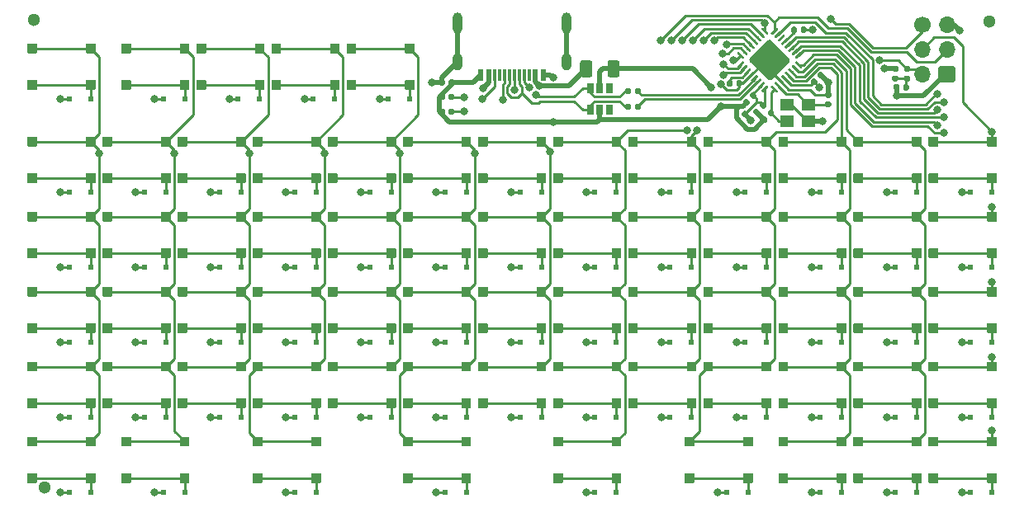
<source format=gbr>
G04 #@! TF.GenerationSoftware,KiCad,Pcbnew,(5.1.6)-1*
G04 #@! TF.CreationDate,2020-05-28T20:04:45-07:00*
G04 #@! TF.ProjectId,crokto,63726f6b-746f-42e6-9b69-6361645f7063,rev?*
G04 #@! TF.SameCoordinates,Original*
G04 #@! TF.FileFunction,Copper,L1,Top*
G04 #@! TF.FilePolarity,Positive*
%FSLAX46Y46*%
G04 Gerber Fmt 4.6, Leading zero omitted, Abs format (unit mm)*
G04 Created by KiCad (PCBNEW (5.1.6)-1) date 2020-05-28 20:04:45*
%MOMM*%
%LPD*%
G01*
G04 APERTURE LIST*
G04 #@! TA.AperFunction,WasherPad*
%ADD10C,1.300000*%
G04 #@! TD*
G04 #@! TA.AperFunction,SMDPad,CuDef*
%ADD11O,1.700000X1.700000*%
G04 #@! TD*
G04 #@! TA.AperFunction,SMDPad,CuDef*
%ADD12C,1.700000*%
G04 #@! TD*
G04 #@! TA.AperFunction,ComponentPad*
%ADD13O,1.000000X2.200000*%
G04 #@! TD*
G04 #@! TA.AperFunction,ComponentPad*
%ADD14O,1.000000X1.800000*%
G04 #@! TD*
G04 #@! TA.AperFunction,SMDPad,CuDef*
%ADD15R,0.300000X1.150000*%
G04 #@! TD*
G04 #@! TA.AperFunction,SMDPad,CuDef*
%ADD16R,0.600000X1.150000*%
G04 #@! TD*
G04 #@! TA.AperFunction,ViaPad*
%ADD17C,0.800000*%
G04 #@! TD*
G04 #@! TA.AperFunction,SMDPad,CuDef*
%ADD18R,0.500000X0.500000*%
G04 #@! TD*
G04 #@! TA.AperFunction,SMDPad,CuDef*
%ADD19R,1.400000X1.200000*%
G04 #@! TD*
G04 #@! TA.AperFunction,SMDPad,CuDef*
%ADD20R,0.650000X1.060000*%
G04 #@! TD*
G04 #@! TA.AperFunction,Conductor*
%ADD21C,0.500000*%
G04 #@! TD*
G04 #@! TA.AperFunction,Conductor*
%ADD22C,0.250000*%
G04 #@! TD*
G04 APERTURE END LIST*
D10*
X2100000Y-49000000D03*
X1000000Y-1000000D03*
X98900000Y-1100000D03*
G04 #@! TA.AperFunction,SMDPad,CuDef*
G36*
G01*
X93720000Y-7220000D02*
X93720000Y-5860000D01*
G75*
G02*
X93890000Y-5690000I170000J0D01*
G01*
X95250000Y-5690000D01*
G75*
G02*
X95420000Y-5860000I0J-170000D01*
G01*
X95420000Y-7220000D01*
G75*
G02*
X95250000Y-7390000I-170000J0D01*
G01*
X93890000Y-7390000D01*
G75*
G02*
X93720000Y-7220000I0J170000D01*
G01*
G37*
G04 #@! TD.AperFunction*
D11*
X92030000Y-6540000D03*
X94570000Y-4000000D03*
X92030000Y-4000000D03*
X94570000Y-1460000D03*
D12*
X92030000Y-1460000D03*
D13*
X44380000Y-1300000D03*
X55620000Y-1300000D03*
D14*
X44380000Y-5300000D03*
X55620000Y-5300000D03*
D15*
X50250000Y-6600000D03*
X49750000Y-6600000D03*
X49250000Y-6600000D03*
X50750000Y-6600000D03*
X48750000Y-6600000D03*
X51250000Y-6600000D03*
X48250000Y-6600000D03*
X51750000Y-6600000D03*
D16*
X52400000Y-6600000D03*
X47600000Y-6600000D03*
X53200000Y-6600000D03*
X46800000Y-6600000D03*
G04 #@! TA.AperFunction,SMDPad,CuDef*
G36*
G01*
X43490000Y-7572500D02*
X43490000Y-7227500D01*
G75*
G02*
X43637500Y-7080000I147500J0D01*
G01*
X43932500Y-7080000D01*
G75*
G02*
X44080000Y-7227500I0J-147500D01*
G01*
X44080000Y-7572500D01*
G75*
G02*
X43932500Y-7720000I-147500J0D01*
G01*
X43637500Y-7720000D01*
G75*
G02*
X43490000Y-7572500I0J147500D01*
G01*
G37*
G04 #@! TD.AperFunction*
G04 #@! TA.AperFunction,SMDPad,CuDef*
G36*
G01*
X42520000Y-7572500D02*
X42520000Y-7227500D01*
G75*
G02*
X42667500Y-7080000I147500J0D01*
G01*
X42962500Y-7080000D01*
G75*
G02*
X43110000Y-7227500I0J-147500D01*
G01*
X43110000Y-7572500D01*
G75*
G02*
X42962500Y-7720000I-147500J0D01*
G01*
X42667500Y-7720000D01*
G75*
G02*
X42520000Y-7572500I0J147500D01*
G01*
G37*
G04 #@! TD.AperFunction*
G04 #@! TA.AperFunction,SMDPad,CuDef*
G36*
G01*
X43490000Y-9072500D02*
X43490000Y-8727500D01*
G75*
G02*
X43637500Y-8580000I147500J0D01*
G01*
X43932500Y-8580000D01*
G75*
G02*
X44080000Y-8727500I0J-147500D01*
G01*
X44080000Y-9072500D01*
G75*
G02*
X43932500Y-9220000I-147500J0D01*
G01*
X43637500Y-9220000D01*
G75*
G02*
X43490000Y-9072500I0J147500D01*
G01*
G37*
G04 #@! TD.AperFunction*
G04 #@! TA.AperFunction,SMDPad,CuDef*
G36*
G01*
X42520000Y-9072500D02*
X42520000Y-8727500D01*
G75*
G02*
X42667500Y-8580000I147500J0D01*
G01*
X42962500Y-8580000D01*
G75*
G02*
X43110000Y-8727500I0J-147500D01*
G01*
X43110000Y-9072500D01*
G75*
G02*
X42962500Y-9220000I-147500J0D01*
G01*
X42667500Y-9220000D01*
G75*
G02*
X42520000Y-9072500I0J147500D01*
G01*
G37*
G04 #@! TD.AperFunction*
G04 #@! TA.AperFunction,SMDPad,CuDef*
G36*
G01*
X43490000Y-10572500D02*
X43490000Y-10227500D01*
G75*
G02*
X43637500Y-10080000I147500J0D01*
G01*
X43932500Y-10080000D01*
G75*
G02*
X44080000Y-10227500I0J-147500D01*
G01*
X44080000Y-10572500D01*
G75*
G02*
X43932500Y-10720000I-147500J0D01*
G01*
X43637500Y-10720000D01*
G75*
G02*
X43490000Y-10572500I0J147500D01*
G01*
G37*
G04 #@! TD.AperFunction*
G04 #@! TA.AperFunction,SMDPad,CuDef*
G36*
G01*
X42520000Y-10572500D02*
X42520000Y-10227500D01*
G75*
G02*
X42667500Y-10080000I147500J0D01*
G01*
X42962500Y-10080000D01*
G75*
G02*
X43110000Y-10227500I0J-147500D01*
G01*
X43110000Y-10572500D01*
G75*
G02*
X42962500Y-10720000I-147500J0D01*
G01*
X42667500Y-10720000D01*
G75*
G02*
X42520000Y-10572500I0J147500D01*
G01*
G37*
G04 #@! TD.AperFunction*
G04 #@! TA.AperFunction,SMDPad,CuDef*
G36*
G01*
X62900000Y-13025000D02*
X62900000Y-13925000D01*
G75*
G02*
X62850000Y-13975000I-50000J0D01*
G01*
X61950000Y-13975000D01*
G75*
G02*
X61900000Y-13925000I0J50000D01*
G01*
X61900000Y-13025000D01*
G75*
G02*
X61950000Y-12975000I50000J0D01*
G01*
X62850000Y-12975000D01*
G75*
G02*
X62900000Y-13025000I0J-50000D01*
G01*
G37*
G04 #@! TD.AperFunction*
G04 #@! TA.AperFunction,SMDPad,CuDef*
G36*
G01*
X68900000Y-13025000D02*
X68900000Y-13925000D01*
G75*
G02*
X68850000Y-13975000I-50000J0D01*
G01*
X67950000Y-13975000D01*
G75*
G02*
X67900000Y-13925000I0J50000D01*
G01*
X67900000Y-13025000D01*
G75*
G02*
X67950000Y-12975000I50000J0D01*
G01*
X68850000Y-12975000D01*
G75*
G02*
X68900000Y-13025000I0J-50000D01*
G01*
G37*
G04 #@! TD.AperFunction*
G04 #@! TA.AperFunction,SMDPad,CuDef*
G36*
G01*
X62900000Y-16775000D02*
X62900000Y-17675000D01*
G75*
G02*
X62850000Y-17725000I-50000J0D01*
G01*
X61950000Y-17725000D01*
G75*
G02*
X61900000Y-17675000I0J50000D01*
G01*
X61900000Y-16775000D01*
G75*
G02*
X61950000Y-16725000I50000J0D01*
G01*
X62850000Y-16725000D01*
G75*
G02*
X62900000Y-16775000I0J-50000D01*
G01*
G37*
G04 #@! TD.AperFunction*
G04 #@! TA.AperFunction,SMDPad,CuDef*
G36*
G01*
X68900000Y-16775000D02*
X68900000Y-17675000D01*
G75*
G02*
X68850000Y-17725000I-50000J0D01*
G01*
X67950000Y-17725000D01*
G75*
G02*
X67900000Y-17675000I0J50000D01*
G01*
X67900000Y-16775000D01*
G75*
G02*
X67950000Y-16725000I50000J0D01*
G01*
X68850000Y-16725000D01*
G75*
G02*
X68900000Y-16775000I0J-50000D01*
G01*
G37*
G04 #@! TD.AperFunction*
G04 #@! TA.AperFunction,SMDPad,CuDef*
G36*
G01*
X34025000Y-3450000D02*
X34025000Y-4350000D01*
G75*
G02*
X33975000Y-4400000I-50000J0D01*
G01*
X33075000Y-4400000D01*
G75*
G02*
X33025000Y-4350000I0J50000D01*
G01*
X33025000Y-3450000D01*
G75*
G02*
X33075000Y-3400000I50000J0D01*
G01*
X33975000Y-3400000D01*
G75*
G02*
X34025000Y-3450000I0J-50000D01*
G01*
G37*
G04 #@! TD.AperFunction*
G04 #@! TA.AperFunction,SMDPad,CuDef*
G36*
G01*
X40025000Y-3450000D02*
X40025000Y-4350000D01*
G75*
G02*
X39975000Y-4400000I-50000J0D01*
G01*
X39075000Y-4400000D01*
G75*
G02*
X39025000Y-4350000I0J50000D01*
G01*
X39025000Y-3450000D01*
G75*
G02*
X39075000Y-3400000I50000J0D01*
G01*
X39975000Y-3400000D01*
G75*
G02*
X40025000Y-3450000I0J-50000D01*
G01*
G37*
G04 #@! TD.AperFunction*
G04 #@! TA.AperFunction,SMDPad,CuDef*
G36*
G01*
X34025000Y-7200000D02*
X34025000Y-8100000D01*
G75*
G02*
X33975000Y-8150000I-50000J0D01*
G01*
X33075000Y-8150000D01*
G75*
G02*
X33025000Y-8100000I0J50000D01*
G01*
X33025000Y-7200000D01*
G75*
G02*
X33075000Y-7150000I50000J0D01*
G01*
X33975000Y-7150000D01*
G75*
G02*
X34025000Y-7200000I0J-50000D01*
G01*
G37*
G04 #@! TD.AperFunction*
G04 #@! TA.AperFunction,SMDPad,CuDef*
G36*
G01*
X40025000Y-7200000D02*
X40025000Y-8100000D01*
G75*
G02*
X39975000Y-8150000I-50000J0D01*
G01*
X39075000Y-8150000D01*
G75*
G02*
X39025000Y-8100000I0J50000D01*
G01*
X39025000Y-7200000D01*
G75*
G02*
X39075000Y-7150000I50000J0D01*
G01*
X39975000Y-7150000D01*
G75*
G02*
X40025000Y-7200000I0J-50000D01*
G01*
G37*
G04 #@! TD.AperFunction*
G04 #@! TA.AperFunction,SMDPad,CuDef*
G36*
G01*
X26325000Y-3450000D02*
X26325000Y-4350000D01*
G75*
G02*
X26275000Y-4400000I-50000J0D01*
G01*
X25375000Y-4400000D01*
G75*
G02*
X25325000Y-4350000I0J50000D01*
G01*
X25325000Y-3450000D01*
G75*
G02*
X25375000Y-3400000I50000J0D01*
G01*
X26275000Y-3400000D01*
G75*
G02*
X26325000Y-3450000I0J-50000D01*
G01*
G37*
G04 #@! TD.AperFunction*
G04 #@! TA.AperFunction,SMDPad,CuDef*
G36*
G01*
X32325000Y-3450000D02*
X32325000Y-4350000D01*
G75*
G02*
X32275000Y-4400000I-50000J0D01*
G01*
X31375000Y-4400000D01*
G75*
G02*
X31325000Y-4350000I0J50000D01*
G01*
X31325000Y-3450000D01*
G75*
G02*
X31375000Y-3400000I50000J0D01*
G01*
X32275000Y-3400000D01*
G75*
G02*
X32325000Y-3450000I0J-50000D01*
G01*
G37*
G04 #@! TD.AperFunction*
G04 #@! TA.AperFunction,SMDPad,CuDef*
G36*
G01*
X26325000Y-7200000D02*
X26325000Y-8100000D01*
G75*
G02*
X26275000Y-8150000I-50000J0D01*
G01*
X25375000Y-8150000D01*
G75*
G02*
X25325000Y-8100000I0J50000D01*
G01*
X25325000Y-7200000D01*
G75*
G02*
X25375000Y-7150000I50000J0D01*
G01*
X26275000Y-7150000D01*
G75*
G02*
X26325000Y-7200000I0J-50000D01*
G01*
G37*
G04 #@! TD.AperFunction*
G04 #@! TA.AperFunction,SMDPad,CuDef*
G36*
G01*
X32325000Y-7200000D02*
X32325000Y-8100000D01*
G75*
G02*
X32275000Y-8150000I-50000J0D01*
G01*
X31375000Y-8150000D01*
G75*
G02*
X31325000Y-8100000I0J50000D01*
G01*
X31325000Y-7200000D01*
G75*
G02*
X31375000Y-7150000I50000J0D01*
G01*
X32275000Y-7150000D01*
G75*
G02*
X32325000Y-7200000I0J-50000D01*
G01*
G37*
G04 #@! TD.AperFunction*
G04 #@! TA.AperFunction,SMDPad,CuDef*
G36*
G01*
X18625000Y-3450000D02*
X18625000Y-4350000D01*
G75*
G02*
X18575000Y-4400000I-50000J0D01*
G01*
X17675000Y-4400000D01*
G75*
G02*
X17625000Y-4350000I0J50000D01*
G01*
X17625000Y-3450000D01*
G75*
G02*
X17675000Y-3400000I50000J0D01*
G01*
X18575000Y-3400000D01*
G75*
G02*
X18625000Y-3450000I0J-50000D01*
G01*
G37*
G04 #@! TD.AperFunction*
G04 #@! TA.AperFunction,SMDPad,CuDef*
G36*
G01*
X24625000Y-3450000D02*
X24625000Y-4350000D01*
G75*
G02*
X24575000Y-4400000I-50000J0D01*
G01*
X23675000Y-4400000D01*
G75*
G02*
X23625000Y-4350000I0J50000D01*
G01*
X23625000Y-3450000D01*
G75*
G02*
X23675000Y-3400000I50000J0D01*
G01*
X24575000Y-3400000D01*
G75*
G02*
X24625000Y-3450000I0J-50000D01*
G01*
G37*
G04 #@! TD.AperFunction*
G04 #@! TA.AperFunction,SMDPad,CuDef*
G36*
G01*
X18625000Y-7200000D02*
X18625000Y-8100000D01*
G75*
G02*
X18575000Y-8150000I-50000J0D01*
G01*
X17675000Y-8150000D01*
G75*
G02*
X17625000Y-8100000I0J50000D01*
G01*
X17625000Y-7200000D01*
G75*
G02*
X17675000Y-7150000I50000J0D01*
G01*
X18575000Y-7150000D01*
G75*
G02*
X18625000Y-7200000I0J-50000D01*
G01*
G37*
G04 #@! TD.AperFunction*
G04 #@! TA.AperFunction,SMDPad,CuDef*
G36*
G01*
X24625000Y-7200000D02*
X24625000Y-8100000D01*
G75*
G02*
X24575000Y-8150000I-50000J0D01*
G01*
X23675000Y-8150000D01*
G75*
G02*
X23625000Y-8100000I0J50000D01*
G01*
X23625000Y-7200000D01*
G75*
G02*
X23675000Y-7150000I50000J0D01*
G01*
X24575000Y-7150000D01*
G75*
G02*
X24625000Y-7200000I0J-50000D01*
G01*
G37*
G04 #@! TD.AperFunction*
G04 #@! TA.AperFunction,SMDPad,CuDef*
G36*
G01*
X10925000Y-3450000D02*
X10925000Y-4350000D01*
G75*
G02*
X10875000Y-4400000I-50000J0D01*
G01*
X9975000Y-4400000D01*
G75*
G02*
X9925000Y-4350000I0J50000D01*
G01*
X9925000Y-3450000D01*
G75*
G02*
X9975000Y-3400000I50000J0D01*
G01*
X10875000Y-3400000D01*
G75*
G02*
X10925000Y-3450000I0J-50000D01*
G01*
G37*
G04 #@! TD.AperFunction*
G04 #@! TA.AperFunction,SMDPad,CuDef*
G36*
G01*
X16925000Y-3450000D02*
X16925000Y-4350000D01*
G75*
G02*
X16875000Y-4400000I-50000J0D01*
G01*
X15975000Y-4400000D01*
G75*
G02*
X15925000Y-4350000I0J50000D01*
G01*
X15925000Y-3450000D01*
G75*
G02*
X15975000Y-3400000I50000J0D01*
G01*
X16875000Y-3400000D01*
G75*
G02*
X16925000Y-3450000I0J-50000D01*
G01*
G37*
G04 #@! TD.AperFunction*
G04 #@! TA.AperFunction,SMDPad,CuDef*
G36*
G01*
X10925000Y-7200000D02*
X10925000Y-8100000D01*
G75*
G02*
X10875000Y-8150000I-50000J0D01*
G01*
X9975000Y-8150000D01*
G75*
G02*
X9925000Y-8100000I0J50000D01*
G01*
X9925000Y-7200000D01*
G75*
G02*
X9975000Y-7150000I50000J0D01*
G01*
X10875000Y-7150000D01*
G75*
G02*
X10925000Y-7200000I0J-50000D01*
G01*
G37*
G04 #@! TD.AperFunction*
G04 #@! TA.AperFunction,SMDPad,CuDef*
G36*
G01*
X16925000Y-7200000D02*
X16925000Y-8100000D01*
G75*
G02*
X16875000Y-8150000I-50000J0D01*
G01*
X15975000Y-8150000D01*
G75*
G02*
X15925000Y-8100000I0J50000D01*
G01*
X15925000Y-7200000D01*
G75*
G02*
X15975000Y-7150000I50000J0D01*
G01*
X16875000Y-7150000D01*
G75*
G02*
X16925000Y-7200000I0J-50000D01*
G01*
G37*
G04 #@! TD.AperFunction*
G04 #@! TA.AperFunction,SMDPad,CuDef*
G36*
G01*
X1300000Y-3450000D02*
X1300000Y-4350000D01*
G75*
G02*
X1250000Y-4400000I-50000J0D01*
G01*
X350000Y-4400000D01*
G75*
G02*
X300000Y-4350000I0J50000D01*
G01*
X300000Y-3450000D01*
G75*
G02*
X350000Y-3400000I50000J0D01*
G01*
X1250000Y-3400000D01*
G75*
G02*
X1300000Y-3450000I0J-50000D01*
G01*
G37*
G04 #@! TD.AperFunction*
G04 #@! TA.AperFunction,SMDPad,CuDef*
G36*
G01*
X7300000Y-3450000D02*
X7300000Y-4350000D01*
G75*
G02*
X7250000Y-4400000I-50000J0D01*
G01*
X6350000Y-4400000D01*
G75*
G02*
X6300000Y-4350000I0J50000D01*
G01*
X6300000Y-3450000D01*
G75*
G02*
X6350000Y-3400000I50000J0D01*
G01*
X7250000Y-3400000D01*
G75*
G02*
X7300000Y-3450000I0J-50000D01*
G01*
G37*
G04 #@! TD.AperFunction*
G04 #@! TA.AperFunction,SMDPad,CuDef*
G36*
G01*
X1300000Y-7200000D02*
X1300000Y-8100000D01*
G75*
G02*
X1250000Y-8150000I-50000J0D01*
G01*
X350000Y-8150000D01*
G75*
G02*
X300000Y-8100000I0J50000D01*
G01*
X300000Y-7200000D01*
G75*
G02*
X350000Y-7150000I50000J0D01*
G01*
X1250000Y-7150000D01*
G75*
G02*
X1300000Y-7200000I0J-50000D01*
G01*
G37*
G04 #@! TD.AperFunction*
G04 #@! TA.AperFunction,SMDPad,CuDef*
G36*
G01*
X7300000Y-7200000D02*
X7300000Y-8100000D01*
G75*
G02*
X7250000Y-8150000I-50000J0D01*
G01*
X6350000Y-8150000D01*
G75*
G02*
X6300000Y-8100000I0J50000D01*
G01*
X6300000Y-7200000D01*
G75*
G02*
X6350000Y-7150000I50000J0D01*
G01*
X7250000Y-7150000D01*
G75*
G02*
X7300000Y-7200000I0J-50000D01*
G01*
G37*
G04 #@! TD.AperFunction*
G04 #@! TA.AperFunction,SMDPad,CuDef*
G36*
G01*
X1300000Y-20725000D02*
X1300000Y-21625000D01*
G75*
G02*
X1250000Y-21675000I-50000J0D01*
G01*
X350000Y-21675000D01*
G75*
G02*
X300000Y-21625000I0J50000D01*
G01*
X300000Y-20725000D01*
G75*
G02*
X350000Y-20675000I50000J0D01*
G01*
X1250000Y-20675000D01*
G75*
G02*
X1300000Y-20725000I0J-50000D01*
G01*
G37*
G04 #@! TD.AperFunction*
G04 #@! TA.AperFunction,SMDPad,CuDef*
G36*
G01*
X7300000Y-20725000D02*
X7300000Y-21625000D01*
G75*
G02*
X7250000Y-21675000I-50000J0D01*
G01*
X6350000Y-21675000D01*
G75*
G02*
X6300000Y-21625000I0J50000D01*
G01*
X6300000Y-20725000D01*
G75*
G02*
X6350000Y-20675000I50000J0D01*
G01*
X7250000Y-20675000D01*
G75*
G02*
X7300000Y-20725000I0J-50000D01*
G01*
G37*
G04 #@! TD.AperFunction*
G04 #@! TA.AperFunction,SMDPad,CuDef*
G36*
G01*
X1300000Y-24475000D02*
X1300000Y-25375000D01*
G75*
G02*
X1250000Y-25425000I-50000J0D01*
G01*
X350000Y-25425000D01*
G75*
G02*
X300000Y-25375000I0J50000D01*
G01*
X300000Y-24475000D01*
G75*
G02*
X350000Y-24425000I50000J0D01*
G01*
X1250000Y-24425000D01*
G75*
G02*
X1300000Y-24475000I0J-50000D01*
G01*
G37*
G04 #@! TD.AperFunction*
G04 #@! TA.AperFunction,SMDPad,CuDef*
G36*
G01*
X7300000Y-24475000D02*
X7300000Y-25375000D01*
G75*
G02*
X7250000Y-25425000I-50000J0D01*
G01*
X6350000Y-25425000D01*
G75*
G02*
X6300000Y-25375000I0J50000D01*
G01*
X6300000Y-24475000D01*
G75*
G02*
X6350000Y-24425000I50000J0D01*
G01*
X7250000Y-24425000D01*
G75*
G02*
X7300000Y-24475000I0J-50000D01*
G01*
G37*
G04 #@! TD.AperFunction*
G04 #@! TA.AperFunction,SMDPad,CuDef*
G36*
G01*
X1300000Y-13025000D02*
X1300000Y-13925000D01*
G75*
G02*
X1250000Y-13975000I-50000J0D01*
G01*
X350000Y-13975000D01*
G75*
G02*
X300000Y-13925000I0J50000D01*
G01*
X300000Y-13025000D01*
G75*
G02*
X350000Y-12975000I50000J0D01*
G01*
X1250000Y-12975000D01*
G75*
G02*
X1300000Y-13025000I0J-50000D01*
G01*
G37*
G04 #@! TD.AperFunction*
G04 #@! TA.AperFunction,SMDPad,CuDef*
G36*
G01*
X7300000Y-13025000D02*
X7300000Y-13925000D01*
G75*
G02*
X7250000Y-13975000I-50000J0D01*
G01*
X6350000Y-13975000D01*
G75*
G02*
X6300000Y-13925000I0J50000D01*
G01*
X6300000Y-13025000D01*
G75*
G02*
X6350000Y-12975000I50000J0D01*
G01*
X7250000Y-12975000D01*
G75*
G02*
X7300000Y-13025000I0J-50000D01*
G01*
G37*
G04 #@! TD.AperFunction*
G04 #@! TA.AperFunction,SMDPad,CuDef*
G36*
G01*
X1300000Y-16775000D02*
X1300000Y-17675000D01*
G75*
G02*
X1250000Y-17725000I-50000J0D01*
G01*
X350000Y-17725000D01*
G75*
G02*
X300000Y-17675000I0J50000D01*
G01*
X300000Y-16775000D01*
G75*
G02*
X350000Y-16725000I50000J0D01*
G01*
X1250000Y-16725000D01*
G75*
G02*
X1300000Y-16775000I0J-50000D01*
G01*
G37*
G04 #@! TD.AperFunction*
G04 #@! TA.AperFunction,SMDPad,CuDef*
G36*
G01*
X7300000Y-16775000D02*
X7300000Y-17675000D01*
G75*
G02*
X7250000Y-17725000I-50000J0D01*
G01*
X6350000Y-17725000D01*
G75*
G02*
X6300000Y-17675000I0J50000D01*
G01*
X6300000Y-16775000D01*
G75*
G02*
X6350000Y-16725000I50000J0D01*
G01*
X7250000Y-16725000D01*
G75*
G02*
X7300000Y-16775000I0J-50000D01*
G01*
G37*
G04 #@! TD.AperFunction*
G04 #@! TA.AperFunction,SMDPad,CuDef*
G36*
G01*
X9000000Y-13025000D02*
X9000000Y-13925000D01*
G75*
G02*
X8950000Y-13975000I-50000J0D01*
G01*
X8050000Y-13975000D01*
G75*
G02*
X8000000Y-13925000I0J50000D01*
G01*
X8000000Y-13025000D01*
G75*
G02*
X8050000Y-12975000I50000J0D01*
G01*
X8950000Y-12975000D01*
G75*
G02*
X9000000Y-13025000I0J-50000D01*
G01*
G37*
G04 #@! TD.AperFunction*
G04 #@! TA.AperFunction,SMDPad,CuDef*
G36*
G01*
X15000000Y-13025000D02*
X15000000Y-13925000D01*
G75*
G02*
X14950000Y-13975000I-50000J0D01*
G01*
X14050000Y-13975000D01*
G75*
G02*
X14000000Y-13925000I0J50000D01*
G01*
X14000000Y-13025000D01*
G75*
G02*
X14050000Y-12975000I50000J0D01*
G01*
X14950000Y-12975000D01*
G75*
G02*
X15000000Y-13025000I0J-50000D01*
G01*
G37*
G04 #@! TD.AperFunction*
G04 #@! TA.AperFunction,SMDPad,CuDef*
G36*
G01*
X9000000Y-16775000D02*
X9000000Y-17675000D01*
G75*
G02*
X8950000Y-17725000I-50000J0D01*
G01*
X8050000Y-17725000D01*
G75*
G02*
X8000000Y-17675000I0J50000D01*
G01*
X8000000Y-16775000D01*
G75*
G02*
X8050000Y-16725000I50000J0D01*
G01*
X8950000Y-16725000D01*
G75*
G02*
X9000000Y-16775000I0J-50000D01*
G01*
G37*
G04 #@! TD.AperFunction*
G04 #@! TA.AperFunction,SMDPad,CuDef*
G36*
G01*
X15000000Y-16775000D02*
X15000000Y-17675000D01*
G75*
G02*
X14950000Y-17725000I-50000J0D01*
G01*
X14050000Y-17725000D01*
G75*
G02*
X14000000Y-17675000I0J50000D01*
G01*
X14000000Y-16775000D01*
G75*
G02*
X14050000Y-16725000I50000J0D01*
G01*
X14950000Y-16725000D01*
G75*
G02*
X15000000Y-16775000I0J-50000D01*
G01*
G37*
G04 #@! TD.AperFunction*
G04 #@! TA.AperFunction,SMDPad,CuDef*
G36*
G01*
X16700000Y-13025000D02*
X16700000Y-13925000D01*
G75*
G02*
X16650000Y-13975000I-50000J0D01*
G01*
X15750000Y-13975000D01*
G75*
G02*
X15700000Y-13925000I0J50000D01*
G01*
X15700000Y-13025000D01*
G75*
G02*
X15750000Y-12975000I50000J0D01*
G01*
X16650000Y-12975000D01*
G75*
G02*
X16700000Y-13025000I0J-50000D01*
G01*
G37*
G04 #@! TD.AperFunction*
G04 #@! TA.AperFunction,SMDPad,CuDef*
G36*
G01*
X22700000Y-13025000D02*
X22700000Y-13925000D01*
G75*
G02*
X22650000Y-13975000I-50000J0D01*
G01*
X21750000Y-13975000D01*
G75*
G02*
X21700000Y-13925000I0J50000D01*
G01*
X21700000Y-13025000D01*
G75*
G02*
X21750000Y-12975000I50000J0D01*
G01*
X22650000Y-12975000D01*
G75*
G02*
X22700000Y-13025000I0J-50000D01*
G01*
G37*
G04 #@! TD.AperFunction*
G04 #@! TA.AperFunction,SMDPad,CuDef*
G36*
G01*
X16700000Y-16775000D02*
X16700000Y-17675000D01*
G75*
G02*
X16650000Y-17725000I-50000J0D01*
G01*
X15750000Y-17725000D01*
G75*
G02*
X15700000Y-17675000I0J50000D01*
G01*
X15700000Y-16775000D01*
G75*
G02*
X15750000Y-16725000I50000J0D01*
G01*
X16650000Y-16725000D01*
G75*
G02*
X16700000Y-16775000I0J-50000D01*
G01*
G37*
G04 #@! TD.AperFunction*
G04 #@! TA.AperFunction,SMDPad,CuDef*
G36*
G01*
X22700000Y-16775000D02*
X22700000Y-17675000D01*
G75*
G02*
X22650000Y-17725000I-50000J0D01*
G01*
X21750000Y-17725000D01*
G75*
G02*
X21700000Y-17675000I0J50000D01*
G01*
X21700000Y-16775000D01*
G75*
G02*
X21750000Y-16725000I50000J0D01*
G01*
X22650000Y-16725000D01*
G75*
G02*
X22700000Y-16775000I0J-50000D01*
G01*
G37*
G04 #@! TD.AperFunction*
G04 #@! TA.AperFunction,SMDPad,CuDef*
G36*
G01*
X24400000Y-13025000D02*
X24400000Y-13925000D01*
G75*
G02*
X24350000Y-13975000I-50000J0D01*
G01*
X23450000Y-13975000D01*
G75*
G02*
X23400000Y-13925000I0J50000D01*
G01*
X23400000Y-13025000D01*
G75*
G02*
X23450000Y-12975000I50000J0D01*
G01*
X24350000Y-12975000D01*
G75*
G02*
X24400000Y-13025000I0J-50000D01*
G01*
G37*
G04 #@! TD.AperFunction*
G04 #@! TA.AperFunction,SMDPad,CuDef*
G36*
G01*
X30400000Y-13025000D02*
X30400000Y-13925000D01*
G75*
G02*
X30350000Y-13975000I-50000J0D01*
G01*
X29450000Y-13975000D01*
G75*
G02*
X29400000Y-13925000I0J50000D01*
G01*
X29400000Y-13025000D01*
G75*
G02*
X29450000Y-12975000I50000J0D01*
G01*
X30350000Y-12975000D01*
G75*
G02*
X30400000Y-13025000I0J-50000D01*
G01*
G37*
G04 #@! TD.AperFunction*
G04 #@! TA.AperFunction,SMDPad,CuDef*
G36*
G01*
X24400000Y-16775000D02*
X24400000Y-17675000D01*
G75*
G02*
X24350000Y-17725000I-50000J0D01*
G01*
X23450000Y-17725000D01*
G75*
G02*
X23400000Y-17675000I0J50000D01*
G01*
X23400000Y-16775000D01*
G75*
G02*
X23450000Y-16725000I50000J0D01*
G01*
X24350000Y-16725000D01*
G75*
G02*
X24400000Y-16775000I0J-50000D01*
G01*
G37*
G04 #@! TD.AperFunction*
G04 #@! TA.AperFunction,SMDPad,CuDef*
G36*
G01*
X30400000Y-16775000D02*
X30400000Y-17675000D01*
G75*
G02*
X30350000Y-17725000I-50000J0D01*
G01*
X29450000Y-17725000D01*
G75*
G02*
X29400000Y-17675000I0J50000D01*
G01*
X29400000Y-16775000D01*
G75*
G02*
X29450000Y-16725000I50000J0D01*
G01*
X30350000Y-16725000D01*
G75*
G02*
X30400000Y-16775000I0J-50000D01*
G01*
G37*
G04 #@! TD.AperFunction*
G04 #@! TA.AperFunction,SMDPad,CuDef*
G36*
G01*
X32100000Y-13025000D02*
X32100000Y-13925000D01*
G75*
G02*
X32050000Y-13975000I-50000J0D01*
G01*
X31150000Y-13975000D01*
G75*
G02*
X31100000Y-13925000I0J50000D01*
G01*
X31100000Y-13025000D01*
G75*
G02*
X31150000Y-12975000I50000J0D01*
G01*
X32050000Y-12975000D01*
G75*
G02*
X32100000Y-13025000I0J-50000D01*
G01*
G37*
G04 #@! TD.AperFunction*
G04 #@! TA.AperFunction,SMDPad,CuDef*
G36*
G01*
X38100000Y-13025000D02*
X38100000Y-13925000D01*
G75*
G02*
X38050000Y-13975000I-50000J0D01*
G01*
X37150000Y-13975000D01*
G75*
G02*
X37100000Y-13925000I0J50000D01*
G01*
X37100000Y-13025000D01*
G75*
G02*
X37150000Y-12975000I50000J0D01*
G01*
X38050000Y-12975000D01*
G75*
G02*
X38100000Y-13025000I0J-50000D01*
G01*
G37*
G04 #@! TD.AperFunction*
G04 #@! TA.AperFunction,SMDPad,CuDef*
G36*
G01*
X32100000Y-16775000D02*
X32100000Y-17675000D01*
G75*
G02*
X32050000Y-17725000I-50000J0D01*
G01*
X31150000Y-17725000D01*
G75*
G02*
X31100000Y-17675000I0J50000D01*
G01*
X31100000Y-16775000D01*
G75*
G02*
X31150000Y-16725000I50000J0D01*
G01*
X32050000Y-16725000D01*
G75*
G02*
X32100000Y-16775000I0J-50000D01*
G01*
G37*
G04 #@! TD.AperFunction*
G04 #@! TA.AperFunction,SMDPad,CuDef*
G36*
G01*
X38100000Y-16775000D02*
X38100000Y-17675000D01*
G75*
G02*
X38050000Y-17725000I-50000J0D01*
G01*
X37150000Y-17725000D01*
G75*
G02*
X37100000Y-17675000I0J50000D01*
G01*
X37100000Y-16775000D01*
G75*
G02*
X37150000Y-16725000I50000J0D01*
G01*
X38050000Y-16725000D01*
G75*
G02*
X38100000Y-16775000I0J-50000D01*
G01*
G37*
G04 #@! TD.AperFunction*
G04 #@! TA.AperFunction,SMDPad,CuDef*
G36*
G01*
X39800000Y-13025000D02*
X39800000Y-13925000D01*
G75*
G02*
X39750000Y-13975000I-50000J0D01*
G01*
X38850000Y-13975000D01*
G75*
G02*
X38800000Y-13925000I0J50000D01*
G01*
X38800000Y-13025000D01*
G75*
G02*
X38850000Y-12975000I50000J0D01*
G01*
X39750000Y-12975000D01*
G75*
G02*
X39800000Y-13025000I0J-50000D01*
G01*
G37*
G04 #@! TD.AperFunction*
G04 #@! TA.AperFunction,SMDPad,CuDef*
G36*
G01*
X45800000Y-13025000D02*
X45800000Y-13925000D01*
G75*
G02*
X45750000Y-13975000I-50000J0D01*
G01*
X44850000Y-13975000D01*
G75*
G02*
X44800000Y-13925000I0J50000D01*
G01*
X44800000Y-13025000D01*
G75*
G02*
X44850000Y-12975000I50000J0D01*
G01*
X45750000Y-12975000D01*
G75*
G02*
X45800000Y-13025000I0J-50000D01*
G01*
G37*
G04 #@! TD.AperFunction*
G04 #@! TA.AperFunction,SMDPad,CuDef*
G36*
G01*
X39800000Y-16775000D02*
X39800000Y-17675000D01*
G75*
G02*
X39750000Y-17725000I-50000J0D01*
G01*
X38850000Y-17725000D01*
G75*
G02*
X38800000Y-17675000I0J50000D01*
G01*
X38800000Y-16775000D01*
G75*
G02*
X38850000Y-16725000I50000J0D01*
G01*
X39750000Y-16725000D01*
G75*
G02*
X39800000Y-16775000I0J-50000D01*
G01*
G37*
G04 #@! TD.AperFunction*
G04 #@! TA.AperFunction,SMDPad,CuDef*
G36*
G01*
X45800000Y-16775000D02*
X45800000Y-17675000D01*
G75*
G02*
X45750000Y-17725000I-50000J0D01*
G01*
X44850000Y-17725000D01*
G75*
G02*
X44800000Y-17675000I0J50000D01*
G01*
X44800000Y-16775000D01*
G75*
G02*
X44850000Y-16725000I50000J0D01*
G01*
X45750000Y-16725000D01*
G75*
G02*
X45800000Y-16775000I0J-50000D01*
G01*
G37*
G04 #@! TD.AperFunction*
G04 #@! TA.AperFunction,SMDPad,CuDef*
G36*
G01*
X47500000Y-13025000D02*
X47500000Y-13925000D01*
G75*
G02*
X47450000Y-13975000I-50000J0D01*
G01*
X46550000Y-13975000D01*
G75*
G02*
X46500000Y-13925000I0J50000D01*
G01*
X46500000Y-13025000D01*
G75*
G02*
X46550000Y-12975000I50000J0D01*
G01*
X47450000Y-12975000D01*
G75*
G02*
X47500000Y-13025000I0J-50000D01*
G01*
G37*
G04 #@! TD.AperFunction*
G04 #@! TA.AperFunction,SMDPad,CuDef*
G36*
G01*
X53500000Y-13025000D02*
X53500000Y-13925000D01*
G75*
G02*
X53450000Y-13975000I-50000J0D01*
G01*
X52550000Y-13975000D01*
G75*
G02*
X52500000Y-13925000I0J50000D01*
G01*
X52500000Y-13025000D01*
G75*
G02*
X52550000Y-12975000I50000J0D01*
G01*
X53450000Y-12975000D01*
G75*
G02*
X53500000Y-13025000I0J-50000D01*
G01*
G37*
G04 #@! TD.AperFunction*
G04 #@! TA.AperFunction,SMDPad,CuDef*
G36*
G01*
X47500000Y-16775000D02*
X47500000Y-17675000D01*
G75*
G02*
X47450000Y-17725000I-50000J0D01*
G01*
X46550000Y-17725000D01*
G75*
G02*
X46500000Y-17675000I0J50000D01*
G01*
X46500000Y-16775000D01*
G75*
G02*
X46550000Y-16725000I50000J0D01*
G01*
X47450000Y-16725000D01*
G75*
G02*
X47500000Y-16775000I0J-50000D01*
G01*
G37*
G04 #@! TD.AperFunction*
G04 #@! TA.AperFunction,SMDPad,CuDef*
G36*
G01*
X53500000Y-16775000D02*
X53500000Y-17675000D01*
G75*
G02*
X53450000Y-17725000I-50000J0D01*
G01*
X52550000Y-17725000D01*
G75*
G02*
X52500000Y-17675000I0J50000D01*
G01*
X52500000Y-16775000D01*
G75*
G02*
X52550000Y-16725000I50000J0D01*
G01*
X53450000Y-16725000D01*
G75*
G02*
X53500000Y-16775000I0J-50000D01*
G01*
G37*
G04 #@! TD.AperFunction*
G04 #@! TA.AperFunction,SMDPad,CuDef*
G36*
G01*
X55200000Y-13025000D02*
X55200000Y-13925000D01*
G75*
G02*
X55150000Y-13975000I-50000J0D01*
G01*
X54250000Y-13975000D01*
G75*
G02*
X54200000Y-13925000I0J50000D01*
G01*
X54200000Y-13025000D01*
G75*
G02*
X54250000Y-12975000I50000J0D01*
G01*
X55150000Y-12975000D01*
G75*
G02*
X55200000Y-13025000I0J-50000D01*
G01*
G37*
G04 #@! TD.AperFunction*
G04 #@! TA.AperFunction,SMDPad,CuDef*
G36*
G01*
X61200000Y-13025000D02*
X61200000Y-13925000D01*
G75*
G02*
X61150000Y-13975000I-50000J0D01*
G01*
X60250000Y-13975000D01*
G75*
G02*
X60200000Y-13925000I0J50000D01*
G01*
X60200000Y-13025000D01*
G75*
G02*
X60250000Y-12975000I50000J0D01*
G01*
X61150000Y-12975000D01*
G75*
G02*
X61200000Y-13025000I0J-50000D01*
G01*
G37*
G04 #@! TD.AperFunction*
G04 #@! TA.AperFunction,SMDPad,CuDef*
G36*
G01*
X55200000Y-16775000D02*
X55200000Y-17675000D01*
G75*
G02*
X55150000Y-17725000I-50000J0D01*
G01*
X54250000Y-17725000D01*
G75*
G02*
X54200000Y-17675000I0J50000D01*
G01*
X54200000Y-16775000D01*
G75*
G02*
X54250000Y-16725000I50000J0D01*
G01*
X55150000Y-16725000D01*
G75*
G02*
X55200000Y-16775000I0J-50000D01*
G01*
G37*
G04 #@! TD.AperFunction*
G04 #@! TA.AperFunction,SMDPad,CuDef*
G36*
G01*
X61200000Y-16775000D02*
X61200000Y-17675000D01*
G75*
G02*
X61150000Y-17725000I-50000J0D01*
G01*
X60250000Y-17725000D01*
G75*
G02*
X60200000Y-17675000I0J50000D01*
G01*
X60200000Y-16775000D01*
G75*
G02*
X60250000Y-16725000I50000J0D01*
G01*
X61150000Y-16725000D01*
G75*
G02*
X61200000Y-16775000I0J-50000D01*
G01*
G37*
G04 #@! TD.AperFunction*
G04 #@! TA.AperFunction,SMDPad,CuDef*
G36*
G01*
X70600000Y-13025000D02*
X70600000Y-13925000D01*
G75*
G02*
X70550000Y-13975000I-50000J0D01*
G01*
X69650000Y-13975000D01*
G75*
G02*
X69600000Y-13925000I0J50000D01*
G01*
X69600000Y-13025000D01*
G75*
G02*
X69650000Y-12975000I50000J0D01*
G01*
X70550000Y-12975000D01*
G75*
G02*
X70600000Y-13025000I0J-50000D01*
G01*
G37*
G04 #@! TD.AperFunction*
G04 #@! TA.AperFunction,SMDPad,CuDef*
G36*
G01*
X76600000Y-13025000D02*
X76600000Y-13925000D01*
G75*
G02*
X76550000Y-13975000I-50000J0D01*
G01*
X75650000Y-13975000D01*
G75*
G02*
X75600000Y-13925000I0J50000D01*
G01*
X75600000Y-13025000D01*
G75*
G02*
X75650000Y-12975000I50000J0D01*
G01*
X76550000Y-12975000D01*
G75*
G02*
X76600000Y-13025000I0J-50000D01*
G01*
G37*
G04 #@! TD.AperFunction*
G04 #@! TA.AperFunction,SMDPad,CuDef*
G36*
G01*
X70600000Y-16775000D02*
X70600000Y-17675000D01*
G75*
G02*
X70550000Y-17725000I-50000J0D01*
G01*
X69650000Y-17725000D01*
G75*
G02*
X69600000Y-17675000I0J50000D01*
G01*
X69600000Y-16775000D01*
G75*
G02*
X69650000Y-16725000I50000J0D01*
G01*
X70550000Y-16725000D01*
G75*
G02*
X70600000Y-16775000I0J-50000D01*
G01*
G37*
G04 #@! TD.AperFunction*
G04 #@! TA.AperFunction,SMDPad,CuDef*
G36*
G01*
X76600000Y-16775000D02*
X76600000Y-17675000D01*
G75*
G02*
X76550000Y-17725000I-50000J0D01*
G01*
X75650000Y-17725000D01*
G75*
G02*
X75600000Y-17675000I0J50000D01*
G01*
X75600000Y-16775000D01*
G75*
G02*
X75650000Y-16725000I50000J0D01*
G01*
X76550000Y-16725000D01*
G75*
G02*
X76600000Y-16775000I0J-50000D01*
G01*
G37*
G04 #@! TD.AperFunction*
G04 #@! TA.AperFunction,SMDPad,CuDef*
G36*
G01*
X78300000Y-13025000D02*
X78300000Y-13925000D01*
G75*
G02*
X78250000Y-13975000I-50000J0D01*
G01*
X77350000Y-13975000D01*
G75*
G02*
X77300000Y-13925000I0J50000D01*
G01*
X77300000Y-13025000D01*
G75*
G02*
X77350000Y-12975000I50000J0D01*
G01*
X78250000Y-12975000D01*
G75*
G02*
X78300000Y-13025000I0J-50000D01*
G01*
G37*
G04 #@! TD.AperFunction*
G04 #@! TA.AperFunction,SMDPad,CuDef*
G36*
G01*
X84300000Y-13025000D02*
X84300000Y-13925000D01*
G75*
G02*
X84250000Y-13975000I-50000J0D01*
G01*
X83350000Y-13975000D01*
G75*
G02*
X83300000Y-13925000I0J50000D01*
G01*
X83300000Y-13025000D01*
G75*
G02*
X83350000Y-12975000I50000J0D01*
G01*
X84250000Y-12975000D01*
G75*
G02*
X84300000Y-13025000I0J-50000D01*
G01*
G37*
G04 #@! TD.AperFunction*
G04 #@! TA.AperFunction,SMDPad,CuDef*
G36*
G01*
X78300000Y-16775000D02*
X78300000Y-17675000D01*
G75*
G02*
X78250000Y-17725000I-50000J0D01*
G01*
X77350000Y-17725000D01*
G75*
G02*
X77300000Y-17675000I0J50000D01*
G01*
X77300000Y-16775000D01*
G75*
G02*
X77350000Y-16725000I50000J0D01*
G01*
X78250000Y-16725000D01*
G75*
G02*
X78300000Y-16775000I0J-50000D01*
G01*
G37*
G04 #@! TD.AperFunction*
G04 #@! TA.AperFunction,SMDPad,CuDef*
G36*
G01*
X84300000Y-16775000D02*
X84300000Y-17675000D01*
G75*
G02*
X84250000Y-17725000I-50000J0D01*
G01*
X83350000Y-17725000D01*
G75*
G02*
X83300000Y-17675000I0J50000D01*
G01*
X83300000Y-16775000D01*
G75*
G02*
X83350000Y-16725000I50000J0D01*
G01*
X84250000Y-16725000D01*
G75*
G02*
X84300000Y-16775000I0J-50000D01*
G01*
G37*
G04 #@! TD.AperFunction*
G04 #@! TA.AperFunction,SMDPad,CuDef*
G36*
G01*
X86000000Y-13025000D02*
X86000000Y-13925000D01*
G75*
G02*
X85950000Y-13975000I-50000J0D01*
G01*
X85050000Y-13975000D01*
G75*
G02*
X85000000Y-13925000I0J50000D01*
G01*
X85000000Y-13025000D01*
G75*
G02*
X85050000Y-12975000I50000J0D01*
G01*
X85950000Y-12975000D01*
G75*
G02*
X86000000Y-13025000I0J-50000D01*
G01*
G37*
G04 #@! TD.AperFunction*
G04 #@! TA.AperFunction,SMDPad,CuDef*
G36*
G01*
X92000000Y-13025000D02*
X92000000Y-13925000D01*
G75*
G02*
X91950000Y-13975000I-50000J0D01*
G01*
X91050000Y-13975000D01*
G75*
G02*
X91000000Y-13925000I0J50000D01*
G01*
X91000000Y-13025000D01*
G75*
G02*
X91050000Y-12975000I50000J0D01*
G01*
X91950000Y-12975000D01*
G75*
G02*
X92000000Y-13025000I0J-50000D01*
G01*
G37*
G04 #@! TD.AperFunction*
G04 #@! TA.AperFunction,SMDPad,CuDef*
G36*
G01*
X86000000Y-16775000D02*
X86000000Y-17675000D01*
G75*
G02*
X85950000Y-17725000I-50000J0D01*
G01*
X85050000Y-17725000D01*
G75*
G02*
X85000000Y-17675000I0J50000D01*
G01*
X85000000Y-16775000D01*
G75*
G02*
X85050000Y-16725000I50000J0D01*
G01*
X85950000Y-16725000D01*
G75*
G02*
X86000000Y-16775000I0J-50000D01*
G01*
G37*
G04 #@! TD.AperFunction*
G04 #@! TA.AperFunction,SMDPad,CuDef*
G36*
G01*
X92000000Y-16775000D02*
X92000000Y-17675000D01*
G75*
G02*
X91950000Y-17725000I-50000J0D01*
G01*
X91050000Y-17725000D01*
G75*
G02*
X91000000Y-17675000I0J50000D01*
G01*
X91000000Y-16775000D01*
G75*
G02*
X91050000Y-16725000I50000J0D01*
G01*
X91950000Y-16725000D01*
G75*
G02*
X92000000Y-16775000I0J-50000D01*
G01*
G37*
G04 #@! TD.AperFunction*
G04 #@! TA.AperFunction,SMDPad,CuDef*
G36*
G01*
X93700000Y-13025000D02*
X93700000Y-13925000D01*
G75*
G02*
X93650000Y-13975000I-50000J0D01*
G01*
X92750000Y-13975000D01*
G75*
G02*
X92700000Y-13925000I0J50000D01*
G01*
X92700000Y-13025000D01*
G75*
G02*
X92750000Y-12975000I50000J0D01*
G01*
X93650000Y-12975000D01*
G75*
G02*
X93700000Y-13025000I0J-50000D01*
G01*
G37*
G04 #@! TD.AperFunction*
G04 #@! TA.AperFunction,SMDPad,CuDef*
G36*
G01*
X99700000Y-13025000D02*
X99700000Y-13925000D01*
G75*
G02*
X99650000Y-13975000I-50000J0D01*
G01*
X98750000Y-13975000D01*
G75*
G02*
X98700000Y-13925000I0J50000D01*
G01*
X98700000Y-13025000D01*
G75*
G02*
X98750000Y-12975000I50000J0D01*
G01*
X99650000Y-12975000D01*
G75*
G02*
X99700000Y-13025000I0J-50000D01*
G01*
G37*
G04 #@! TD.AperFunction*
G04 #@! TA.AperFunction,SMDPad,CuDef*
G36*
G01*
X93700000Y-16775000D02*
X93700000Y-17675000D01*
G75*
G02*
X93650000Y-17725000I-50000J0D01*
G01*
X92750000Y-17725000D01*
G75*
G02*
X92700000Y-17675000I0J50000D01*
G01*
X92700000Y-16775000D01*
G75*
G02*
X92750000Y-16725000I50000J0D01*
G01*
X93650000Y-16725000D01*
G75*
G02*
X93700000Y-16775000I0J-50000D01*
G01*
G37*
G04 #@! TD.AperFunction*
G04 #@! TA.AperFunction,SMDPad,CuDef*
G36*
G01*
X99700000Y-16775000D02*
X99700000Y-17675000D01*
G75*
G02*
X99650000Y-17725000I-50000J0D01*
G01*
X98750000Y-17725000D01*
G75*
G02*
X98700000Y-17675000I0J50000D01*
G01*
X98700000Y-16775000D01*
G75*
G02*
X98750000Y-16725000I50000J0D01*
G01*
X99650000Y-16725000D01*
G75*
G02*
X99700000Y-16775000I0J-50000D01*
G01*
G37*
G04 #@! TD.AperFunction*
G04 #@! TA.AperFunction,SMDPad,CuDef*
G36*
G01*
X9000000Y-20725000D02*
X9000000Y-21625000D01*
G75*
G02*
X8950000Y-21675000I-50000J0D01*
G01*
X8050000Y-21675000D01*
G75*
G02*
X8000000Y-21625000I0J50000D01*
G01*
X8000000Y-20725000D01*
G75*
G02*
X8050000Y-20675000I50000J0D01*
G01*
X8950000Y-20675000D01*
G75*
G02*
X9000000Y-20725000I0J-50000D01*
G01*
G37*
G04 #@! TD.AperFunction*
G04 #@! TA.AperFunction,SMDPad,CuDef*
G36*
G01*
X15000000Y-20725000D02*
X15000000Y-21625000D01*
G75*
G02*
X14950000Y-21675000I-50000J0D01*
G01*
X14050000Y-21675000D01*
G75*
G02*
X14000000Y-21625000I0J50000D01*
G01*
X14000000Y-20725000D01*
G75*
G02*
X14050000Y-20675000I50000J0D01*
G01*
X14950000Y-20675000D01*
G75*
G02*
X15000000Y-20725000I0J-50000D01*
G01*
G37*
G04 #@! TD.AperFunction*
G04 #@! TA.AperFunction,SMDPad,CuDef*
G36*
G01*
X9000000Y-24475000D02*
X9000000Y-25375000D01*
G75*
G02*
X8950000Y-25425000I-50000J0D01*
G01*
X8050000Y-25425000D01*
G75*
G02*
X8000000Y-25375000I0J50000D01*
G01*
X8000000Y-24475000D01*
G75*
G02*
X8050000Y-24425000I50000J0D01*
G01*
X8950000Y-24425000D01*
G75*
G02*
X9000000Y-24475000I0J-50000D01*
G01*
G37*
G04 #@! TD.AperFunction*
G04 #@! TA.AperFunction,SMDPad,CuDef*
G36*
G01*
X15000000Y-24475000D02*
X15000000Y-25375000D01*
G75*
G02*
X14950000Y-25425000I-50000J0D01*
G01*
X14050000Y-25425000D01*
G75*
G02*
X14000000Y-25375000I0J50000D01*
G01*
X14000000Y-24475000D01*
G75*
G02*
X14050000Y-24425000I50000J0D01*
G01*
X14950000Y-24425000D01*
G75*
G02*
X15000000Y-24475000I0J-50000D01*
G01*
G37*
G04 #@! TD.AperFunction*
G04 #@! TA.AperFunction,SMDPad,CuDef*
G36*
G01*
X16700000Y-20725000D02*
X16700000Y-21625000D01*
G75*
G02*
X16650000Y-21675000I-50000J0D01*
G01*
X15750000Y-21675000D01*
G75*
G02*
X15700000Y-21625000I0J50000D01*
G01*
X15700000Y-20725000D01*
G75*
G02*
X15750000Y-20675000I50000J0D01*
G01*
X16650000Y-20675000D01*
G75*
G02*
X16700000Y-20725000I0J-50000D01*
G01*
G37*
G04 #@! TD.AperFunction*
G04 #@! TA.AperFunction,SMDPad,CuDef*
G36*
G01*
X22700000Y-20725000D02*
X22700000Y-21625000D01*
G75*
G02*
X22650000Y-21675000I-50000J0D01*
G01*
X21750000Y-21675000D01*
G75*
G02*
X21700000Y-21625000I0J50000D01*
G01*
X21700000Y-20725000D01*
G75*
G02*
X21750000Y-20675000I50000J0D01*
G01*
X22650000Y-20675000D01*
G75*
G02*
X22700000Y-20725000I0J-50000D01*
G01*
G37*
G04 #@! TD.AperFunction*
G04 #@! TA.AperFunction,SMDPad,CuDef*
G36*
G01*
X16700000Y-24475000D02*
X16700000Y-25375000D01*
G75*
G02*
X16650000Y-25425000I-50000J0D01*
G01*
X15750000Y-25425000D01*
G75*
G02*
X15700000Y-25375000I0J50000D01*
G01*
X15700000Y-24475000D01*
G75*
G02*
X15750000Y-24425000I50000J0D01*
G01*
X16650000Y-24425000D01*
G75*
G02*
X16700000Y-24475000I0J-50000D01*
G01*
G37*
G04 #@! TD.AperFunction*
G04 #@! TA.AperFunction,SMDPad,CuDef*
G36*
G01*
X22700000Y-24475000D02*
X22700000Y-25375000D01*
G75*
G02*
X22650000Y-25425000I-50000J0D01*
G01*
X21750000Y-25425000D01*
G75*
G02*
X21700000Y-25375000I0J50000D01*
G01*
X21700000Y-24475000D01*
G75*
G02*
X21750000Y-24425000I50000J0D01*
G01*
X22650000Y-24425000D01*
G75*
G02*
X22700000Y-24475000I0J-50000D01*
G01*
G37*
G04 #@! TD.AperFunction*
G04 #@! TA.AperFunction,SMDPad,CuDef*
G36*
G01*
X24400000Y-20725000D02*
X24400000Y-21625000D01*
G75*
G02*
X24350000Y-21675000I-50000J0D01*
G01*
X23450000Y-21675000D01*
G75*
G02*
X23400000Y-21625000I0J50000D01*
G01*
X23400000Y-20725000D01*
G75*
G02*
X23450000Y-20675000I50000J0D01*
G01*
X24350000Y-20675000D01*
G75*
G02*
X24400000Y-20725000I0J-50000D01*
G01*
G37*
G04 #@! TD.AperFunction*
G04 #@! TA.AperFunction,SMDPad,CuDef*
G36*
G01*
X30400000Y-20725000D02*
X30400000Y-21625000D01*
G75*
G02*
X30350000Y-21675000I-50000J0D01*
G01*
X29450000Y-21675000D01*
G75*
G02*
X29400000Y-21625000I0J50000D01*
G01*
X29400000Y-20725000D01*
G75*
G02*
X29450000Y-20675000I50000J0D01*
G01*
X30350000Y-20675000D01*
G75*
G02*
X30400000Y-20725000I0J-50000D01*
G01*
G37*
G04 #@! TD.AperFunction*
G04 #@! TA.AperFunction,SMDPad,CuDef*
G36*
G01*
X24400000Y-24475000D02*
X24400000Y-25375000D01*
G75*
G02*
X24350000Y-25425000I-50000J0D01*
G01*
X23450000Y-25425000D01*
G75*
G02*
X23400000Y-25375000I0J50000D01*
G01*
X23400000Y-24475000D01*
G75*
G02*
X23450000Y-24425000I50000J0D01*
G01*
X24350000Y-24425000D01*
G75*
G02*
X24400000Y-24475000I0J-50000D01*
G01*
G37*
G04 #@! TD.AperFunction*
G04 #@! TA.AperFunction,SMDPad,CuDef*
G36*
G01*
X30400000Y-24475000D02*
X30400000Y-25375000D01*
G75*
G02*
X30350000Y-25425000I-50000J0D01*
G01*
X29450000Y-25425000D01*
G75*
G02*
X29400000Y-25375000I0J50000D01*
G01*
X29400000Y-24475000D01*
G75*
G02*
X29450000Y-24425000I50000J0D01*
G01*
X30350000Y-24425000D01*
G75*
G02*
X30400000Y-24475000I0J-50000D01*
G01*
G37*
G04 #@! TD.AperFunction*
G04 #@! TA.AperFunction,SMDPad,CuDef*
G36*
G01*
X32100000Y-20725000D02*
X32100000Y-21625000D01*
G75*
G02*
X32050000Y-21675000I-50000J0D01*
G01*
X31150000Y-21675000D01*
G75*
G02*
X31100000Y-21625000I0J50000D01*
G01*
X31100000Y-20725000D01*
G75*
G02*
X31150000Y-20675000I50000J0D01*
G01*
X32050000Y-20675000D01*
G75*
G02*
X32100000Y-20725000I0J-50000D01*
G01*
G37*
G04 #@! TD.AperFunction*
G04 #@! TA.AperFunction,SMDPad,CuDef*
G36*
G01*
X38100000Y-20725000D02*
X38100000Y-21625000D01*
G75*
G02*
X38050000Y-21675000I-50000J0D01*
G01*
X37150000Y-21675000D01*
G75*
G02*
X37100000Y-21625000I0J50000D01*
G01*
X37100000Y-20725000D01*
G75*
G02*
X37150000Y-20675000I50000J0D01*
G01*
X38050000Y-20675000D01*
G75*
G02*
X38100000Y-20725000I0J-50000D01*
G01*
G37*
G04 #@! TD.AperFunction*
G04 #@! TA.AperFunction,SMDPad,CuDef*
G36*
G01*
X32100000Y-24475000D02*
X32100000Y-25375000D01*
G75*
G02*
X32050000Y-25425000I-50000J0D01*
G01*
X31150000Y-25425000D01*
G75*
G02*
X31100000Y-25375000I0J50000D01*
G01*
X31100000Y-24475000D01*
G75*
G02*
X31150000Y-24425000I50000J0D01*
G01*
X32050000Y-24425000D01*
G75*
G02*
X32100000Y-24475000I0J-50000D01*
G01*
G37*
G04 #@! TD.AperFunction*
G04 #@! TA.AperFunction,SMDPad,CuDef*
G36*
G01*
X38100000Y-24475000D02*
X38100000Y-25375000D01*
G75*
G02*
X38050000Y-25425000I-50000J0D01*
G01*
X37150000Y-25425000D01*
G75*
G02*
X37100000Y-25375000I0J50000D01*
G01*
X37100000Y-24475000D01*
G75*
G02*
X37150000Y-24425000I50000J0D01*
G01*
X38050000Y-24425000D01*
G75*
G02*
X38100000Y-24475000I0J-50000D01*
G01*
G37*
G04 #@! TD.AperFunction*
G04 #@! TA.AperFunction,SMDPad,CuDef*
G36*
G01*
X39800000Y-20725000D02*
X39800000Y-21625000D01*
G75*
G02*
X39750000Y-21675000I-50000J0D01*
G01*
X38850000Y-21675000D01*
G75*
G02*
X38800000Y-21625000I0J50000D01*
G01*
X38800000Y-20725000D01*
G75*
G02*
X38850000Y-20675000I50000J0D01*
G01*
X39750000Y-20675000D01*
G75*
G02*
X39800000Y-20725000I0J-50000D01*
G01*
G37*
G04 #@! TD.AperFunction*
G04 #@! TA.AperFunction,SMDPad,CuDef*
G36*
G01*
X45800000Y-20725000D02*
X45800000Y-21625000D01*
G75*
G02*
X45750000Y-21675000I-50000J0D01*
G01*
X44850000Y-21675000D01*
G75*
G02*
X44800000Y-21625000I0J50000D01*
G01*
X44800000Y-20725000D01*
G75*
G02*
X44850000Y-20675000I50000J0D01*
G01*
X45750000Y-20675000D01*
G75*
G02*
X45800000Y-20725000I0J-50000D01*
G01*
G37*
G04 #@! TD.AperFunction*
G04 #@! TA.AperFunction,SMDPad,CuDef*
G36*
G01*
X39800000Y-24475000D02*
X39800000Y-25375000D01*
G75*
G02*
X39750000Y-25425000I-50000J0D01*
G01*
X38850000Y-25425000D01*
G75*
G02*
X38800000Y-25375000I0J50000D01*
G01*
X38800000Y-24475000D01*
G75*
G02*
X38850000Y-24425000I50000J0D01*
G01*
X39750000Y-24425000D01*
G75*
G02*
X39800000Y-24475000I0J-50000D01*
G01*
G37*
G04 #@! TD.AperFunction*
G04 #@! TA.AperFunction,SMDPad,CuDef*
G36*
G01*
X45800000Y-24475000D02*
X45800000Y-25375000D01*
G75*
G02*
X45750000Y-25425000I-50000J0D01*
G01*
X44850000Y-25425000D01*
G75*
G02*
X44800000Y-25375000I0J50000D01*
G01*
X44800000Y-24475000D01*
G75*
G02*
X44850000Y-24425000I50000J0D01*
G01*
X45750000Y-24425000D01*
G75*
G02*
X45800000Y-24475000I0J-50000D01*
G01*
G37*
G04 #@! TD.AperFunction*
G04 #@! TA.AperFunction,SMDPad,CuDef*
G36*
G01*
X47500000Y-20725000D02*
X47500000Y-21625000D01*
G75*
G02*
X47450000Y-21675000I-50000J0D01*
G01*
X46550000Y-21675000D01*
G75*
G02*
X46500000Y-21625000I0J50000D01*
G01*
X46500000Y-20725000D01*
G75*
G02*
X46550000Y-20675000I50000J0D01*
G01*
X47450000Y-20675000D01*
G75*
G02*
X47500000Y-20725000I0J-50000D01*
G01*
G37*
G04 #@! TD.AperFunction*
G04 #@! TA.AperFunction,SMDPad,CuDef*
G36*
G01*
X53500000Y-20725000D02*
X53500000Y-21625000D01*
G75*
G02*
X53450000Y-21675000I-50000J0D01*
G01*
X52550000Y-21675000D01*
G75*
G02*
X52500000Y-21625000I0J50000D01*
G01*
X52500000Y-20725000D01*
G75*
G02*
X52550000Y-20675000I50000J0D01*
G01*
X53450000Y-20675000D01*
G75*
G02*
X53500000Y-20725000I0J-50000D01*
G01*
G37*
G04 #@! TD.AperFunction*
G04 #@! TA.AperFunction,SMDPad,CuDef*
G36*
G01*
X47500000Y-24475000D02*
X47500000Y-25375000D01*
G75*
G02*
X47450000Y-25425000I-50000J0D01*
G01*
X46550000Y-25425000D01*
G75*
G02*
X46500000Y-25375000I0J50000D01*
G01*
X46500000Y-24475000D01*
G75*
G02*
X46550000Y-24425000I50000J0D01*
G01*
X47450000Y-24425000D01*
G75*
G02*
X47500000Y-24475000I0J-50000D01*
G01*
G37*
G04 #@! TD.AperFunction*
G04 #@! TA.AperFunction,SMDPad,CuDef*
G36*
G01*
X53500000Y-24475000D02*
X53500000Y-25375000D01*
G75*
G02*
X53450000Y-25425000I-50000J0D01*
G01*
X52550000Y-25425000D01*
G75*
G02*
X52500000Y-25375000I0J50000D01*
G01*
X52500000Y-24475000D01*
G75*
G02*
X52550000Y-24425000I50000J0D01*
G01*
X53450000Y-24425000D01*
G75*
G02*
X53500000Y-24475000I0J-50000D01*
G01*
G37*
G04 #@! TD.AperFunction*
G04 #@! TA.AperFunction,SMDPad,CuDef*
G36*
G01*
X55200000Y-20725000D02*
X55200000Y-21625000D01*
G75*
G02*
X55150000Y-21675000I-50000J0D01*
G01*
X54250000Y-21675000D01*
G75*
G02*
X54200000Y-21625000I0J50000D01*
G01*
X54200000Y-20725000D01*
G75*
G02*
X54250000Y-20675000I50000J0D01*
G01*
X55150000Y-20675000D01*
G75*
G02*
X55200000Y-20725000I0J-50000D01*
G01*
G37*
G04 #@! TD.AperFunction*
G04 #@! TA.AperFunction,SMDPad,CuDef*
G36*
G01*
X61200000Y-20725000D02*
X61200000Y-21625000D01*
G75*
G02*
X61150000Y-21675000I-50000J0D01*
G01*
X60250000Y-21675000D01*
G75*
G02*
X60200000Y-21625000I0J50000D01*
G01*
X60200000Y-20725000D01*
G75*
G02*
X60250000Y-20675000I50000J0D01*
G01*
X61150000Y-20675000D01*
G75*
G02*
X61200000Y-20725000I0J-50000D01*
G01*
G37*
G04 #@! TD.AperFunction*
G04 #@! TA.AperFunction,SMDPad,CuDef*
G36*
G01*
X55200000Y-24475000D02*
X55200000Y-25375000D01*
G75*
G02*
X55150000Y-25425000I-50000J0D01*
G01*
X54250000Y-25425000D01*
G75*
G02*
X54200000Y-25375000I0J50000D01*
G01*
X54200000Y-24475000D01*
G75*
G02*
X54250000Y-24425000I50000J0D01*
G01*
X55150000Y-24425000D01*
G75*
G02*
X55200000Y-24475000I0J-50000D01*
G01*
G37*
G04 #@! TD.AperFunction*
G04 #@! TA.AperFunction,SMDPad,CuDef*
G36*
G01*
X61200000Y-24475000D02*
X61200000Y-25375000D01*
G75*
G02*
X61150000Y-25425000I-50000J0D01*
G01*
X60250000Y-25425000D01*
G75*
G02*
X60200000Y-25375000I0J50000D01*
G01*
X60200000Y-24475000D01*
G75*
G02*
X60250000Y-24425000I50000J0D01*
G01*
X61150000Y-24425000D01*
G75*
G02*
X61200000Y-24475000I0J-50000D01*
G01*
G37*
G04 #@! TD.AperFunction*
G04 #@! TA.AperFunction,SMDPad,CuDef*
G36*
G01*
X62900000Y-20725000D02*
X62900000Y-21625000D01*
G75*
G02*
X62850000Y-21675000I-50000J0D01*
G01*
X61950000Y-21675000D01*
G75*
G02*
X61900000Y-21625000I0J50000D01*
G01*
X61900000Y-20725000D01*
G75*
G02*
X61950000Y-20675000I50000J0D01*
G01*
X62850000Y-20675000D01*
G75*
G02*
X62900000Y-20725000I0J-50000D01*
G01*
G37*
G04 #@! TD.AperFunction*
G04 #@! TA.AperFunction,SMDPad,CuDef*
G36*
G01*
X68900000Y-20725000D02*
X68900000Y-21625000D01*
G75*
G02*
X68850000Y-21675000I-50000J0D01*
G01*
X67950000Y-21675000D01*
G75*
G02*
X67900000Y-21625000I0J50000D01*
G01*
X67900000Y-20725000D01*
G75*
G02*
X67950000Y-20675000I50000J0D01*
G01*
X68850000Y-20675000D01*
G75*
G02*
X68900000Y-20725000I0J-50000D01*
G01*
G37*
G04 #@! TD.AperFunction*
G04 #@! TA.AperFunction,SMDPad,CuDef*
G36*
G01*
X62900000Y-24475000D02*
X62900000Y-25375000D01*
G75*
G02*
X62850000Y-25425000I-50000J0D01*
G01*
X61950000Y-25425000D01*
G75*
G02*
X61900000Y-25375000I0J50000D01*
G01*
X61900000Y-24475000D01*
G75*
G02*
X61950000Y-24425000I50000J0D01*
G01*
X62850000Y-24425000D01*
G75*
G02*
X62900000Y-24475000I0J-50000D01*
G01*
G37*
G04 #@! TD.AperFunction*
G04 #@! TA.AperFunction,SMDPad,CuDef*
G36*
G01*
X68900000Y-24475000D02*
X68900000Y-25375000D01*
G75*
G02*
X68850000Y-25425000I-50000J0D01*
G01*
X67950000Y-25425000D01*
G75*
G02*
X67900000Y-25375000I0J50000D01*
G01*
X67900000Y-24475000D01*
G75*
G02*
X67950000Y-24425000I50000J0D01*
G01*
X68850000Y-24425000D01*
G75*
G02*
X68900000Y-24475000I0J-50000D01*
G01*
G37*
G04 #@! TD.AperFunction*
G04 #@! TA.AperFunction,SMDPad,CuDef*
G36*
G01*
X70600000Y-20725000D02*
X70600000Y-21625000D01*
G75*
G02*
X70550000Y-21675000I-50000J0D01*
G01*
X69650000Y-21675000D01*
G75*
G02*
X69600000Y-21625000I0J50000D01*
G01*
X69600000Y-20725000D01*
G75*
G02*
X69650000Y-20675000I50000J0D01*
G01*
X70550000Y-20675000D01*
G75*
G02*
X70600000Y-20725000I0J-50000D01*
G01*
G37*
G04 #@! TD.AperFunction*
G04 #@! TA.AperFunction,SMDPad,CuDef*
G36*
G01*
X76600000Y-20725000D02*
X76600000Y-21625000D01*
G75*
G02*
X76550000Y-21675000I-50000J0D01*
G01*
X75650000Y-21675000D01*
G75*
G02*
X75600000Y-21625000I0J50000D01*
G01*
X75600000Y-20725000D01*
G75*
G02*
X75650000Y-20675000I50000J0D01*
G01*
X76550000Y-20675000D01*
G75*
G02*
X76600000Y-20725000I0J-50000D01*
G01*
G37*
G04 #@! TD.AperFunction*
G04 #@! TA.AperFunction,SMDPad,CuDef*
G36*
G01*
X70600000Y-24475000D02*
X70600000Y-25375000D01*
G75*
G02*
X70550000Y-25425000I-50000J0D01*
G01*
X69650000Y-25425000D01*
G75*
G02*
X69600000Y-25375000I0J50000D01*
G01*
X69600000Y-24475000D01*
G75*
G02*
X69650000Y-24425000I50000J0D01*
G01*
X70550000Y-24425000D01*
G75*
G02*
X70600000Y-24475000I0J-50000D01*
G01*
G37*
G04 #@! TD.AperFunction*
G04 #@! TA.AperFunction,SMDPad,CuDef*
G36*
G01*
X76600000Y-24475000D02*
X76600000Y-25375000D01*
G75*
G02*
X76550000Y-25425000I-50000J0D01*
G01*
X75650000Y-25425000D01*
G75*
G02*
X75600000Y-25375000I0J50000D01*
G01*
X75600000Y-24475000D01*
G75*
G02*
X75650000Y-24425000I50000J0D01*
G01*
X76550000Y-24425000D01*
G75*
G02*
X76600000Y-24475000I0J-50000D01*
G01*
G37*
G04 #@! TD.AperFunction*
G04 #@! TA.AperFunction,SMDPad,CuDef*
G36*
G01*
X78300000Y-20725000D02*
X78300000Y-21625000D01*
G75*
G02*
X78250000Y-21675000I-50000J0D01*
G01*
X77350000Y-21675000D01*
G75*
G02*
X77300000Y-21625000I0J50000D01*
G01*
X77300000Y-20725000D01*
G75*
G02*
X77350000Y-20675000I50000J0D01*
G01*
X78250000Y-20675000D01*
G75*
G02*
X78300000Y-20725000I0J-50000D01*
G01*
G37*
G04 #@! TD.AperFunction*
G04 #@! TA.AperFunction,SMDPad,CuDef*
G36*
G01*
X84300000Y-20725000D02*
X84300000Y-21625000D01*
G75*
G02*
X84250000Y-21675000I-50000J0D01*
G01*
X83350000Y-21675000D01*
G75*
G02*
X83300000Y-21625000I0J50000D01*
G01*
X83300000Y-20725000D01*
G75*
G02*
X83350000Y-20675000I50000J0D01*
G01*
X84250000Y-20675000D01*
G75*
G02*
X84300000Y-20725000I0J-50000D01*
G01*
G37*
G04 #@! TD.AperFunction*
G04 #@! TA.AperFunction,SMDPad,CuDef*
G36*
G01*
X78300000Y-24475000D02*
X78300000Y-25375000D01*
G75*
G02*
X78250000Y-25425000I-50000J0D01*
G01*
X77350000Y-25425000D01*
G75*
G02*
X77300000Y-25375000I0J50000D01*
G01*
X77300000Y-24475000D01*
G75*
G02*
X77350000Y-24425000I50000J0D01*
G01*
X78250000Y-24425000D01*
G75*
G02*
X78300000Y-24475000I0J-50000D01*
G01*
G37*
G04 #@! TD.AperFunction*
G04 #@! TA.AperFunction,SMDPad,CuDef*
G36*
G01*
X84300000Y-24475000D02*
X84300000Y-25375000D01*
G75*
G02*
X84250000Y-25425000I-50000J0D01*
G01*
X83350000Y-25425000D01*
G75*
G02*
X83300000Y-25375000I0J50000D01*
G01*
X83300000Y-24475000D01*
G75*
G02*
X83350000Y-24425000I50000J0D01*
G01*
X84250000Y-24425000D01*
G75*
G02*
X84300000Y-24475000I0J-50000D01*
G01*
G37*
G04 #@! TD.AperFunction*
G04 #@! TA.AperFunction,SMDPad,CuDef*
G36*
G01*
X86000000Y-20725000D02*
X86000000Y-21625000D01*
G75*
G02*
X85950000Y-21675000I-50000J0D01*
G01*
X85050000Y-21675000D01*
G75*
G02*
X85000000Y-21625000I0J50000D01*
G01*
X85000000Y-20725000D01*
G75*
G02*
X85050000Y-20675000I50000J0D01*
G01*
X85950000Y-20675000D01*
G75*
G02*
X86000000Y-20725000I0J-50000D01*
G01*
G37*
G04 #@! TD.AperFunction*
G04 #@! TA.AperFunction,SMDPad,CuDef*
G36*
G01*
X92000000Y-20725000D02*
X92000000Y-21625000D01*
G75*
G02*
X91950000Y-21675000I-50000J0D01*
G01*
X91050000Y-21675000D01*
G75*
G02*
X91000000Y-21625000I0J50000D01*
G01*
X91000000Y-20725000D01*
G75*
G02*
X91050000Y-20675000I50000J0D01*
G01*
X91950000Y-20675000D01*
G75*
G02*
X92000000Y-20725000I0J-50000D01*
G01*
G37*
G04 #@! TD.AperFunction*
G04 #@! TA.AperFunction,SMDPad,CuDef*
G36*
G01*
X86000000Y-24475000D02*
X86000000Y-25375000D01*
G75*
G02*
X85950000Y-25425000I-50000J0D01*
G01*
X85050000Y-25425000D01*
G75*
G02*
X85000000Y-25375000I0J50000D01*
G01*
X85000000Y-24475000D01*
G75*
G02*
X85050000Y-24425000I50000J0D01*
G01*
X85950000Y-24425000D01*
G75*
G02*
X86000000Y-24475000I0J-50000D01*
G01*
G37*
G04 #@! TD.AperFunction*
G04 #@! TA.AperFunction,SMDPad,CuDef*
G36*
G01*
X92000000Y-24475000D02*
X92000000Y-25375000D01*
G75*
G02*
X91950000Y-25425000I-50000J0D01*
G01*
X91050000Y-25425000D01*
G75*
G02*
X91000000Y-25375000I0J50000D01*
G01*
X91000000Y-24475000D01*
G75*
G02*
X91050000Y-24425000I50000J0D01*
G01*
X91950000Y-24425000D01*
G75*
G02*
X92000000Y-24475000I0J-50000D01*
G01*
G37*
G04 #@! TD.AperFunction*
G04 #@! TA.AperFunction,SMDPad,CuDef*
G36*
G01*
X93700000Y-20725000D02*
X93700000Y-21625000D01*
G75*
G02*
X93650000Y-21675000I-50000J0D01*
G01*
X92750000Y-21675000D01*
G75*
G02*
X92700000Y-21625000I0J50000D01*
G01*
X92700000Y-20725000D01*
G75*
G02*
X92750000Y-20675000I50000J0D01*
G01*
X93650000Y-20675000D01*
G75*
G02*
X93700000Y-20725000I0J-50000D01*
G01*
G37*
G04 #@! TD.AperFunction*
G04 #@! TA.AperFunction,SMDPad,CuDef*
G36*
G01*
X99700000Y-20725000D02*
X99700000Y-21625000D01*
G75*
G02*
X99650000Y-21675000I-50000J0D01*
G01*
X98750000Y-21675000D01*
G75*
G02*
X98700000Y-21625000I0J50000D01*
G01*
X98700000Y-20725000D01*
G75*
G02*
X98750000Y-20675000I50000J0D01*
G01*
X99650000Y-20675000D01*
G75*
G02*
X99700000Y-20725000I0J-50000D01*
G01*
G37*
G04 #@! TD.AperFunction*
G04 #@! TA.AperFunction,SMDPad,CuDef*
G36*
G01*
X93700000Y-24475000D02*
X93700000Y-25375000D01*
G75*
G02*
X93650000Y-25425000I-50000J0D01*
G01*
X92750000Y-25425000D01*
G75*
G02*
X92700000Y-25375000I0J50000D01*
G01*
X92700000Y-24475000D01*
G75*
G02*
X92750000Y-24425000I50000J0D01*
G01*
X93650000Y-24425000D01*
G75*
G02*
X93700000Y-24475000I0J-50000D01*
G01*
G37*
G04 #@! TD.AperFunction*
G04 #@! TA.AperFunction,SMDPad,CuDef*
G36*
G01*
X99700000Y-24475000D02*
X99700000Y-25375000D01*
G75*
G02*
X99650000Y-25425000I-50000J0D01*
G01*
X98750000Y-25425000D01*
G75*
G02*
X98700000Y-25375000I0J50000D01*
G01*
X98700000Y-24475000D01*
G75*
G02*
X98750000Y-24425000I50000J0D01*
G01*
X99650000Y-24425000D01*
G75*
G02*
X99700000Y-24475000I0J-50000D01*
G01*
G37*
G04 #@! TD.AperFunction*
G04 #@! TA.AperFunction,SMDPad,CuDef*
G36*
G01*
X1300000Y-28425000D02*
X1300000Y-29325000D01*
G75*
G02*
X1250000Y-29375000I-50000J0D01*
G01*
X350000Y-29375000D01*
G75*
G02*
X300000Y-29325000I0J50000D01*
G01*
X300000Y-28425000D01*
G75*
G02*
X350000Y-28375000I50000J0D01*
G01*
X1250000Y-28375000D01*
G75*
G02*
X1300000Y-28425000I0J-50000D01*
G01*
G37*
G04 #@! TD.AperFunction*
G04 #@! TA.AperFunction,SMDPad,CuDef*
G36*
G01*
X7300000Y-28425000D02*
X7300000Y-29325000D01*
G75*
G02*
X7250000Y-29375000I-50000J0D01*
G01*
X6350000Y-29375000D01*
G75*
G02*
X6300000Y-29325000I0J50000D01*
G01*
X6300000Y-28425000D01*
G75*
G02*
X6350000Y-28375000I50000J0D01*
G01*
X7250000Y-28375000D01*
G75*
G02*
X7300000Y-28425000I0J-50000D01*
G01*
G37*
G04 #@! TD.AperFunction*
G04 #@! TA.AperFunction,SMDPad,CuDef*
G36*
G01*
X1300000Y-32175000D02*
X1300000Y-33075000D01*
G75*
G02*
X1250000Y-33125000I-50000J0D01*
G01*
X350000Y-33125000D01*
G75*
G02*
X300000Y-33075000I0J50000D01*
G01*
X300000Y-32175000D01*
G75*
G02*
X350000Y-32125000I50000J0D01*
G01*
X1250000Y-32125000D01*
G75*
G02*
X1300000Y-32175000I0J-50000D01*
G01*
G37*
G04 #@! TD.AperFunction*
G04 #@! TA.AperFunction,SMDPad,CuDef*
G36*
G01*
X7300000Y-32175000D02*
X7300000Y-33075000D01*
G75*
G02*
X7250000Y-33125000I-50000J0D01*
G01*
X6350000Y-33125000D01*
G75*
G02*
X6300000Y-33075000I0J50000D01*
G01*
X6300000Y-32175000D01*
G75*
G02*
X6350000Y-32125000I50000J0D01*
G01*
X7250000Y-32125000D01*
G75*
G02*
X7300000Y-32175000I0J-50000D01*
G01*
G37*
G04 #@! TD.AperFunction*
G04 #@! TA.AperFunction,SMDPad,CuDef*
G36*
G01*
X9000000Y-28425000D02*
X9000000Y-29325000D01*
G75*
G02*
X8950000Y-29375000I-50000J0D01*
G01*
X8050000Y-29375000D01*
G75*
G02*
X8000000Y-29325000I0J50000D01*
G01*
X8000000Y-28425000D01*
G75*
G02*
X8050000Y-28375000I50000J0D01*
G01*
X8950000Y-28375000D01*
G75*
G02*
X9000000Y-28425000I0J-50000D01*
G01*
G37*
G04 #@! TD.AperFunction*
G04 #@! TA.AperFunction,SMDPad,CuDef*
G36*
G01*
X15000000Y-28425000D02*
X15000000Y-29325000D01*
G75*
G02*
X14950000Y-29375000I-50000J0D01*
G01*
X14050000Y-29375000D01*
G75*
G02*
X14000000Y-29325000I0J50000D01*
G01*
X14000000Y-28425000D01*
G75*
G02*
X14050000Y-28375000I50000J0D01*
G01*
X14950000Y-28375000D01*
G75*
G02*
X15000000Y-28425000I0J-50000D01*
G01*
G37*
G04 #@! TD.AperFunction*
G04 #@! TA.AperFunction,SMDPad,CuDef*
G36*
G01*
X9000000Y-32175000D02*
X9000000Y-33075000D01*
G75*
G02*
X8950000Y-33125000I-50000J0D01*
G01*
X8050000Y-33125000D01*
G75*
G02*
X8000000Y-33075000I0J50000D01*
G01*
X8000000Y-32175000D01*
G75*
G02*
X8050000Y-32125000I50000J0D01*
G01*
X8950000Y-32125000D01*
G75*
G02*
X9000000Y-32175000I0J-50000D01*
G01*
G37*
G04 #@! TD.AperFunction*
G04 #@! TA.AperFunction,SMDPad,CuDef*
G36*
G01*
X15000000Y-32175000D02*
X15000000Y-33075000D01*
G75*
G02*
X14950000Y-33125000I-50000J0D01*
G01*
X14050000Y-33125000D01*
G75*
G02*
X14000000Y-33075000I0J50000D01*
G01*
X14000000Y-32175000D01*
G75*
G02*
X14050000Y-32125000I50000J0D01*
G01*
X14950000Y-32125000D01*
G75*
G02*
X15000000Y-32175000I0J-50000D01*
G01*
G37*
G04 #@! TD.AperFunction*
G04 #@! TA.AperFunction,SMDPad,CuDef*
G36*
G01*
X16700000Y-28425000D02*
X16700000Y-29325000D01*
G75*
G02*
X16650000Y-29375000I-50000J0D01*
G01*
X15750000Y-29375000D01*
G75*
G02*
X15700000Y-29325000I0J50000D01*
G01*
X15700000Y-28425000D01*
G75*
G02*
X15750000Y-28375000I50000J0D01*
G01*
X16650000Y-28375000D01*
G75*
G02*
X16700000Y-28425000I0J-50000D01*
G01*
G37*
G04 #@! TD.AperFunction*
G04 #@! TA.AperFunction,SMDPad,CuDef*
G36*
G01*
X22700000Y-28425000D02*
X22700000Y-29325000D01*
G75*
G02*
X22650000Y-29375000I-50000J0D01*
G01*
X21750000Y-29375000D01*
G75*
G02*
X21700000Y-29325000I0J50000D01*
G01*
X21700000Y-28425000D01*
G75*
G02*
X21750000Y-28375000I50000J0D01*
G01*
X22650000Y-28375000D01*
G75*
G02*
X22700000Y-28425000I0J-50000D01*
G01*
G37*
G04 #@! TD.AperFunction*
G04 #@! TA.AperFunction,SMDPad,CuDef*
G36*
G01*
X16700000Y-32175000D02*
X16700000Y-33075000D01*
G75*
G02*
X16650000Y-33125000I-50000J0D01*
G01*
X15750000Y-33125000D01*
G75*
G02*
X15700000Y-33075000I0J50000D01*
G01*
X15700000Y-32175000D01*
G75*
G02*
X15750000Y-32125000I50000J0D01*
G01*
X16650000Y-32125000D01*
G75*
G02*
X16700000Y-32175000I0J-50000D01*
G01*
G37*
G04 #@! TD.AperFunction*
G04 #@! TA.AperFunction,SMDPad,CuDef*
G36*
G01*
X22700000Y-32175000D02*
X22700000Y-33075000D01*
G75*
G02*
X22650000Y-33125000I-50000J0D01*
G01*
X21750000Y-33125000D01*
G75*
G02*
X21700000Y-33075000I0J50000D01*
G01*
X21700000Y-32175000D01*
G75*
G02*
X21750000Y-32125000I50000J0D01*
G01*
X22650000Y-32125000D01*
G75*
G02*
X22700000Y-32175000I0J-50000D01*
G01*
G37*
G04 #@! TD.AperFunction*
G04 #@! TA.AperFunction,SMDPad,CuDef*
G36*
G01*
X24400000Y-28425000D02*
X24400000Y-29325000D01*
G75*
G02*
X24350000Y-29375000I-50000J0D01*
G01*
X23450000Y-29375000D01*
G75*
G02*
X23400000Y-29325000I0J50000D01*
G01*
X23400000Y-28425000D01*
G75*
G02*
X23450000Y-28375000I50000J0D01*
G01*
X24350000Y-28375000D01*
G75*
G02*
X24400000Y-28425000I0J-50000D01*
G01*
G37*
G04 #@! TD.AperFunction*
G04 #@! TA.AperFunction,SMDPad,CuDef*
G36*
G01*
X30400000Y-28425000D02*
X30400000Y-29325000D01*
G75*
G02*
X30350000Y-29375000I-50000J0D01*
G01*
X29450000Y-29375000D01*
G75*
G02*
X29400000Y-29325000I0J50000D01*
G01*
X29400000Y-28425000D01*
G75*
G02*
X29450000Y-28375000I50000J0D01*
G01*
X30350000Y-28375000D01*
G75*
G02*
X30400000Y-28425000I0J-50000D01*
G01*
G37*
G04 #@! TD.AperFunction*
G04 #@! TA.AperFunction,SMDPad,CuDef*
G36*
G01*
X24400000Y-32175000D02*
X24400000Y-33075000D01*
G75*
G02*
X24350000Y-33125000I-50000J0D01*
G01*
X23450000Y-33125000D01*
G75*
G02*
X23400000Y-33075000I0J50000D01*
G01*
X23400000Y-32175000D01*
G75*
G02*
X23450000Y-32125000I50000J0D01*
G01*
X24350000Y-32125000D01*
G75*
G02*
X24400000Y-32175000I0J-50000D01*
G01*
G37*
G04 #@! TD.AperFunction*
G04 #@! TA.AperFunction,SMDPad,CuDef*
G36*
G01*
X30400000Y-32175000D02*
X30400000Y-33075000D01*
G75*
G02*
X30350000Y-33125000I-50000J0D01*
G01*
X29450000Y-33125000D01*
G75*
G02*
X29400000Y-33075000I0J50000D01*
G01*
X29400000Y-32175000D01*
G75*
G02*
X29450000Y-32125000I50000J0D01*
G01*
X30350000Y-32125000D01*
G75*
G02*
X30400000Y-32175000I0J-50000D01*
G01*
G37*
G04 #@! TD.AperFunction*
G04 #@! TA.AperFunction,SMDPad,CuDef*
G36*
G01*
X32100000Y-28425000D02*
X32100000Y-29325000D01*
G75*
G02*
X32050000Y-29375000I-50000J0D01*
G01*
X31150000Y-29375000D01*
G75*
G02*
X31100000Y-29325000I0J50000D01*
G01*
X31100000Y-28425000D01*
G75*
G02*
X31150000Y-28375000I50000J0D01*
G01*
X32050000Y-28375000D01*
G75*
G02*
X32100000Y-28425000I0J-50000D01*
G01*
G37*
G04 #@! TD.AperFunction*
G04 #@! TA.AperFunction,SMDPad,CuDef*
G36*
G01*
X38100000Y-28425000D02*
X38100000Y-29325000D01*
G75*
G02*
X38050000Y-29375000I-50000J0D01*
G01*
X37150000Y-29375000D01*
G75*
G02*
X37100000Y-29325000I0J50000D01*
G01*
X37100000Y-28425000D01*
G75*
G02*
X37150000Y-28375000I50000J0D01*
G01*
X38050000Y-28375000D01*
G75*
G02*
X38100000Y-28425000I0J-50000D01*
G01*
G37*
G04 #@! TD.AperFunction*
G04 #@! TA.AperFunction,SMDPad,CuDef*
G36*
G01*
X32100000Y-32175000D02*
X32100000Y-33075000D01*
G75*
G02*
X32050000Y-33125000I-50000J0D01*
G01*
X31150000Y-33125000D01*
G75*
G02*
X31100000Y-33075000I0J50000D01*
G01*
X31100000Y-32175000D01*
G75*
G02*
X31150000Y-32125000I50000J0D01*
G01*
X32050000Y-32125000D01*
G75*
G02*
X32100000Y-32175000I0J-50000D01*
G01*
G37*
G04 #@! TD.AperFunction*
G04 #@! TA.AperFunction,SMDPad,CuDef*
G36*
G01*
X38100000Y-32175000D02*
X38100000Y-33075000D01*
G75*
G02*
X38050000Y-33125000I-50000J0D01*
G01*
X37150000Y-33125000D01*
G75*
G02*
X37100000Y-33075000I0J50000D01*
G01*
X37100000Y-32175000D01*
G75*
G02*
X37150000Y-32125000I50000J0D01*
G01*
X38050000Y-32125000D01*
G75*
G02*
X38100000Y-32175000I0J-50000D01*
G01*
G37*
G04 #@! TD.AperFunction*
G04 #@! TA.AperFunction,SMDPad,CuDef*
G36*
G01*
X39800000Y-28425000D02*
X39800000Y-29325000D01*
G75*
G02*
X39750000Y-29375000I-50000J0D01*
G01*
X38850000Y-29375000D01*
G75*
G02*
X38800000Y-29325000I0J50000D01*
G01*
X38800000Y-28425000D01*
G75*
G02*
X38850000Y-28375000I50000J0D01*
G01*
X39750000Y-28375000D01*
G75*
G02*
X39800000Y-28425000I0J-50000D01*
G01*
G37*
G04 #@! TD.AperFunction*
G04 #@! TA.AperFunction,SMDPad,CuDef*
G36*
G01*
X45800000Y-28425000D02*
X45800000Y-29325000D01*
G75*
G02*
X45750000Y-29375000I-50000J0D01*
G01*
X44850000Y-29375000D01*
G75*
G02*
X44800000Y-29325000I0J50000D01*
G01*
X44800000Y-28425000D01*
G75*
G02*
X44850000Y-28375000I50000J0D01*
G01*
X45750000Y-28375000D01*
G75*
G02*
X45800000Y-28425000I0J-50000D01*
G01*
G37*
G04 #@! TD.AperFunction*
G04 #@! TA.AperFunction,SMDPad,CuDef*
G36*
G01*
X39800000Y-32175000D02*
X39800000Y-33075000D01*
G75*
G02*
X39750000Y-33125000I-50000J0D01*
G01*
X38850000Y-33125000D01*
G75*
G02*
X38800000Y-33075000I0J50000D01*
G01*
X38800000Y-32175000D01*
G75*
G02*
X38850000Y-32125000I50000J0D01*
G01*
X39750000Y-32125000D01*
G75*
G02*
X39800000Y-32175000I0J-50000D01*
G01*
G37*
G04 #@! TD.AperFunction*
G04 #@! TA.AperFunction,SMDPad,CuDef*
G36*
G01*
X45800000Y-32175000D02*
X45800000Y-33075000D01*
G75*
G02*
X45750000Y-33125000I-50000J0D01*
G01*
X44850000Y-33125000D01*
G75*
G02*
X44800000Y-33075000I0J50000D01*
G01*
X44800000Y-32175000D01*
G75*
G02*
X44850000Y-32125000I50000J0D01*
G01*
X45750000Y-32125000D01*
G75*
G02*
X45800000Y-32175000I0J-50000D01*
G01*
G37*
G04 #@! TD.AperFunction*
G04 #@! TA.AperFunction,SMDPad,CuDef*
G36*
G01*
X47500000Y-28425000D02*
X47500000Y-29325000D01*
G75*
G02*
X47450000Y-29375000I-50000J0D01*
G01*
X46550000Y-29375000D01*
G75*
G02*
X46500000Y-29325000I0J50000D01*
G01*
X46500000Y-28425000D01*
G75*
G02*
X46550000Y-28375000I50000J0D01*
G01*
X47450000Y-28375000D01*
G75*
G02*
X47500000Y-28425000I0J-50000D01*
G01*
G37*
G04 #@! TD.AperFunction*
G04 #@! TA.AperFunction,SMDPad,CuDef*
G36*
G01*
X53500000Y-28425000D02*
X53500000Y-29325000D01*
G75*
G02*
X53450000Y-29375000I-50000J0D01*
G01*
X52550000Y-29375000D01*
G75*
G02*
X52500000Y-29325000I0J50000D01*
G01*
X52500000Y-28425000D01*
G75*
G02*
X52550000Y-28375000I50000J0D01*
G01*
X53450000Y-28375000D01*
G75*
G02*
X53500000Y-28425000I0J-50000D01*
G01*
G37*
G04 #@! TD.AperFunction*
G04 #@! TA.AperFunction,SMDPad,CuDef*
G36*
G01*
X47500000Y-32175000D02*
X47500000Y-33075000D01*
G75*
G02*
X47450000Y-33125000I-50000J0D01*
G01*
X46550000Y-33125000D01*
G75*
G02*
X46500000Y-33075000I0J50000D01*
G01*
X46500000Y-32175000D01*
G75*
G02*
X46550000Y-32125000I50000J0D01*
G01*
X47450000Y-32125000D01*
G75*
G02*
X47500000Y-32175000I0J-50000D01*
G01*
G37*
G04 #@! TD.AperFunction*
G04 #@! TA.AperFunction,SMDPad,CuDef*
G36*
G01*
X53500000Y-32175000D02*
X53500000Y-33075000D01*
G75*
G02*
X53450000Y-33125000I-50000J0D01*
G01*
X52550000Y-33125000D01*
G75*
G02*
X52500000Y-33075000I0J50000D01*
G01*
X52500000Y-32175000D01*
G75*
G02*
X52550000Y-32125000I50000J0D01*
G01*
X53450000Y-32125000D01*
G75*
G02*
X53500000Y-32175000I0J-50000D01*
G01*
G37*
G04 #@! TD.AperFunction*
G04 #@! TA.AperFunction,SMDPad,CuDef*
G36*
G01*
X55200000Y-28425000D02*
X55200000Y-29325000D01*
G75*
G02*
X55150000Y-29375000I-50000J0D01*
G01*
X54250000Y-29375000D01*
G75*
G02*
X54200000Y-29325000I0J50000D01*
G01*
X54200000Y-28425000D01*
G75*
G02*
X54250000Y-28375000I50000J0D01*
G01*
X55150000Y-28375000D01*
G75*
G02*
X55200000Y-28425000I0J-50000D01*
G01*
G37*
G04 #@! TD.AperFunction*
G04 #@! TA.AperFunction,SMDPad,CuDef*
G36*
G01*
X61200000Y-28425000D02*
X61200000Y-29325000D01*
G75*
G02*
X61150000Y-29375000I-50000J0D01*
G01*
X60250000Y-29375000D01*
G75*
G02*
X60200000Y-29325000I0J50000D01*
G01*
X60200000Y-28425000D01*
G75*
G02*
X60250000Y-28375000I50000J0D01*
G01*
X61150000Y-28375000D01*
G75*
G02*
X61200000Y-28425000I0J-50000D01*
G01*
G37*
G04 #@! TD.AperFunction*
G04 #@! TA.AperFunction,SMDPad,CuDef*
G36*
G01*
X55200000Y-32175000D02*
X55200000Y-33075000D01*
G75*
G02*
X55150000Y-33125000I-50000J0D01*
G01*
X54250000Y-33125000D01*
G75*
G02*
X54200000Y-33075000I0J50000D01*
G01*
X54200000Y-32175000D01*
G75*
G02*
X54250000Y-32125000I50000J0D01*
G01*
X55150000Y-32125000D01*
G75*
G02*
X55200000Y-32175000I0J-50000D01*
G01*
G37*
G04 #@! TD.AperFunction*
G04 #@! TA.AperFunction,SMDPad,CuDef*
G36*
G01*
X61200000Y-32175000D02*
X61200000Y-33075000D01*
G75*
G02*
X61150000Y-33125000I-50000J0D01*
G01*
X60250000Y-33125000D01*
G75*
G02*
X60200000Y-33075000I0J50000D01*
G01*
X60200000Y-32175000D01*
G75*
G02*
X60250000Y-32125000I50000J0D01*
G01*
X61150000Y-32125000D01*
G75*
G02*
X61200000Y-32175000I0J-50000D01*
G01*
G37*
G04 #@! TD.AperFunction*
G04 #@! TA.AperFunction,SMDPad,CuDef*
G36*
G01*
X62900000Y-28425000D02*
X62900000Y-29325000D01*
G75*
G02*
X62850000Y-29375000I-50000J0D01*
G01*
X61950000Y-29375000D01*
G75*
G02*
X61900000Y-29325000I0J50000D01*
G01*
X61900000Y-28425000D01*
G75*
G02*
X61950000Y-28375000I50000J0D01*
G01*
X62850000Y-28375000D01*
G75*
G02*
X62900000Y-28425000I0J-50000D01*
G01*
G37*
G04 #@! TD.AperFunction*
G04 #@! TA.AperFunction,SMDPad,CuDef*
G36*
G01*
X68900000Y-28425000D02*
X68900000Y-29325000D01*
G75*
G02*
X68850000Y-29375000I-50000J0D01*
G01*
X67950000Y-29375000D01*
G75*
G02*
X67900000Y-29325000I0J50000D01*
G01*
X67900000Y-28425000D01*
G75*
G02*
X67950000Y-28375000I50000J0D01*
G01*
X68850000Y-28375000D01*
G75*
G02*
X68900000Y-28425000I0J-50000D01*
G01*
G37*
G04 #@! TD.AperFunction*
G04 #@! TA.AperFunction,SMDPad,CuDef*
G36*
G01*
X62900000Y-32175000D02*
X62900000Y-33075000D01*
G75*
G02*
X62850000Y-33125000I-50000J0D01*
G01*
X61950000Y-33125000D01*
G75*
G02*
X61900000Y-33075000I0J50000D01*
G01*
X61900000Y-32175000D01*
G75*
G02*
X61950000Y-32125000I50000J0D01*
G01*
X62850000Y-32125000D01*
G75*
G02*
X62900000Y-32175000I0J-50000D01*
G01*
G37*
G04 #@! TD.AperFunction*
G04 #@! TA.AperFunction,SMDPad,CuDef*
G36*
G01*
X68900000Y-32175000D02*
X68900000Y-33075000D01*
G75*
G02*
X68850000Y-33125000I-50000J0D01*
G01*
X67950000Y-33125000D01*
G75*
G02*
X67900000Y-33075000I0J50000D01*
G01*
X67900000Y-32175000D01*
G75*
G02*
X67950000Y-32125000I50000J0D01*
G01*
X68850000Y-32125000D01*
G75*
G02*
X68900000Y-32175000I0J-50000D01*
G01*
G37*
G04 #@! TD.AperFunction*
G04 #@! TA.AperFunction,SMDPad,CuDef*
G36*
G01*
X70600000Y-28425000D02*
X70600000Y-29325000D01*
G75*
G02*
X70550000Y-29375000I-50000J0D01*
G01*
X69650000Y-29375000D01*
G75*
G02*
X69600000Y-29325000I0J50000D01*
G01*
X69600000Y-28425000D01*
G75*
G02*
X69650000Y-28375000I50000J0D01*
G01*
X70550000Y-28375000D01*
G75*
G02*
X70600000Y-28425000I0J-50000D01*
G01*
G37*
G04 #@! TD.AperFunction*
G04 #@! TA.AperFunction,SMDPad,CuDef*
G36*
G01*
X76600000Y-28425000D02*
X76600000Y-29325000D01*
G75*
G02*
X76550000Y-29375000I-50000J0D01*
G01*
X75650000Y-29375000D01*
G75*
G02*
X75600000Y-29325000I0J50000D01*
G01*
X75600000Y-28425000D01*
G75*
G02*
X75650000Y-28375000I50000J0D01*
G01*
X76550000Y-28375000D01*
G75*
G02*
X76600000Y-28425000I0J-50000D01*
G01*
G37*
G04 #@! TD.AperFunction*
G04 #@! TA.AperFunction,SMDPad,CuDef*
G36*
G01*
X70600000Y-32175000D02*
X70600000Y-33075000D01*
G75*
G02*
X70550000Y-33125000I-50000J0D01*
G01*
X69650000Y-33125000D01*
G75*
G02*
X69600000Y-33075000I0J50000D01*
G01*
X69600000Y-32175000D01*
G75*
G02*
X69650000Y-32125000I50000J0D01*
G01*
X70550000Y-32125000D01*
G75*
G02*
X70600000Y-32175000I0J-50000D01*
G01*
G37*
G04 #@! TD.AperFunction*
G04 #@! TA.AperFunction,SMDPad,CuDef*
G36*
G01*
X76600000Y-32175000D02*
X76600000Y-33075000D01*
G75*
G02*
X76550000Y-33125000I-50000J0D01*
G01*
X75650000Y-33125000D01*
G75*
G02*
X75600000Y-33075000I0J50000D01*
G01*
X75600000Y-32175000D01*
G75*
G02*
X75650000Y-32125000I50000J0D01*
G01*
X76550000Y-32125000D01*
G75*
G02*
X76600000Y-32175000I0J-50000D01*
G01*
G37*
G04 #@! TD.AperFunction*
G04 #@! TA.AperFunction,SMDPad,CuDef*
G36*
G01*
X78300000Y-28425000D02*
X78300000Y-29325000D01*
G75*
G02*
X78250000Y-29375000I-50000J0D01*
G01*
X77350000Y-29375000D01*
G75*
G02*
X77300000Y-29325000I0J50000D01*
G01*
X77300000Y-28425000D01*
G75*
G02*
X77350000Y-28375000I50000J0D01*
G01*
X78250000Y-28375000D01*
G75*
G02*
X78300000Y-28425000I0J-50000D01*
G01*
G37*
G04 #@! TD.AperFunction*
G04 #@! TA.AperFunction,SMDPad,CuDef*
G36*
G01*
X84300000Y-28425000D02*
X84300000Y-29325000D01*
G75*
G02*
X84250000Y-29375000I-50000J0D01*
G01*
X83350000Y-29375000D01*
G75*
G02*
X83300000Y-29325000I0J50000D01*
G01*
X83300000Y-28425000D01*
G75*
G02*
X83350000Y-28375000I50000J0D01*
G01*
X84250000Y-28375000D01*
G75*
G02*
X84300000Y-28425000I0J-50000D01*
G01*
G37*
G04 #@! TD.AperFunction*
G04 #@! TA.AperFunction,SMDPad,CuDef*
G36*
G01*
X78300000Y-32175000D02*
X78300000Y-33075000D01*
G75*
G02*
X78250000Y-33125000I-50000J0D01*
G01*
X77350000Y-33125000D01*
G75*
G02*
X77300000Y-33075000I0J50000D01*
G01*
X77300000Y-32175000D01*
G75*
G02*
X77350000Y-32125000I50000J0D01*
G01*
X78250000Y-32125000D01*
G75*
G02*
X78300000Y-32175000I0J-50000D01*
G01*
G37*
G04 #@! TD.AperFunction*
G04 #@! TA.AperFunction,SMDPad,CuDef*
G36*
G01*
X84300000Y-32175000D02*
X84300000Y-33075000D01*
G75*
G02*
X84250000Y-33125000I-50000J0D01*
G01*
X83350000Y-33125000D01*
G75*
G02*
X83300000Y-33075000I0J50000D01*
G01*
X83300000Y-32175000D01*
G75*
G02*
X83350000Y-32125000I50000J0D01*
G01*
X84250000Y-32125000D01*
G75*
G02*
X84300000Y-32175000I0J-50000D01*
G01*
G37*
G04 #@! TD.AperFunction*
G04 #@! TA.AperFunction,SMDPad,CuDef*
G36*
G01*
X86000000Y-28425000D02*
X86000000Y-29325000D01*
G75*
G02*
X85950000Y-29375000I-50000J0D01*
G01*
X85050000Y-29375000D01*
G75*
G02*
X85000000Y-29325000I0J50000D01*
G01*
X85000000Y-28425000D01*
G75*
G02*
X85050000Y-28375000I50000J0D01*
G01*
X85950000Y-28375000D01*
G75*
G02*
X86000000Y-28425000I0J-50000D01*
G01*
G37*
G04 #@! TD.AperFunction*
G04 #@! TA.AperFunction,SMDPad,CuDef*
G36*
G01*
X92000000Y-28425000D02*
X92000000Y-29325000D01*
G75*
G02*
X91950000Y-29375000I-50000J0D01*
G01*
X91050000Y-29375000D01*
G75*
G02*
X91000000Y-29325000I0J50000D01*
G01*
X91000000Y-28425000D01*
G75*
G02*
X91050000Y-28375000I50000J0D01*
G01*
X91950000Y-28375000D01*
G75*
G02*
X92000000Y-28425000I0J-50000D01*
G01*
G37*
G04 #@! TD.AperFunction*
G04 #@! TA.AperFunction,SMDPad,CuDef*
G36*
G01*
X86000000Y-32175000D02*
X86000000Y-33075000D01*
G75*
G02*
X85950000Y-33125000I-50000J0D01*
G01*
X85050000Y-33125000D01*
G75*
G02*
X85000000Y-33075000I0J50000D01*
G01*
X85000000Y-32175000D01*
G75*
G02*
X85050000Y-32125000I50000J0D01*
G01*
X85950000Y-32125000D01*
G75*
G02*
X86000000Y-32175000I0J-50000D01*
G01*
G37*
G04 #@! TD.AperFunction*
G04 #@! TA.AperFunction,SMDPad,CuDef*
G36*
G01*
X92000000Y-32175000D02*
X92000000Y-33075000D01*
G75*
G02*
X91950000Y-33125000I-50000J0D01*
G01*
X91050000Y-33125000D01*
G75*
G02*
X91000000Y-33075000I0J50000D01*
G01*
X91000000Y-32175000D01*
G75*
G02*
X91050000Y-32125000I50000J0D01*
G01*
X91950000Y-32125000D01*
G75*
G02*
X92000000Y-32175000I0J-50000D01*
G01*
G37*
G04 #@! TD.AperFunction*
G04 #@! TA.AperFunction,SMDPad,CuDef*
G36*
G01*
X93700000Y-28425000D02*
X93700000Y-29325000D01*
G75*
G02*
X93650000Y-29375000I-50000J0D01*
G01*
X92750000Y-29375000D01*
G75*
G02*
X92700000Y-29325000I0J50000D01*
G01*
X92700000Y-28425000D01*
G75*
G02*
X92750000Y-28375000I50000J0D01*
G01*
X93650000Y-28375000D01*
G75*
G02*
X93700000Y-28425000I0J-50000D01*
G01*
G37*
G04 #@! TD.AperFunction*
G04 #@! TA.AperFunction,SMDPad,CuDef*
G36*
G01*
X99700000Y-28425000D02*
X99700000Y-29325000D01*
G75*
G02*
X99650000Y-29375000I-50000J0D01*
G01*
X98750000Y-29375000D01*
G75*
G02*
X98700000Y-29325000I0J50000D01*
G01*
X98700000Y-28425000D01*
G75*
G02*
X98750000Y-28375000I50000J0D01*
G01*
X99650000Y-28375000D01*
G75*
G02*
X99700000Y-28425000I0J-50000D01*
G01*
G37*
G04 #@! TD.AperFunction*
G04 #@! TA.AperFunction,SMDPad,CuDef*
G36*
G01*
X93700000Y-32175000D02*
X93700000Y-33075000D01*
G75*
G02*
X93650000Y-33125000I-50000J0D01*
G01*
X92750000Y-33125000D01*
G75*
G02*
X92700000Y-33075000I0J50000D01*
G01*
X92700000Y-32175000D01*
G75*
G02*
X92750000Y-32125000I50000J0D01*
G01*
X93650000Y-32125000D01*
G75*
G02*
X93700000Y-32175000I0J-50000D01*
G01*
G37*
G04 #@! TD.AperFunction*
G04 #@! TA.AperFunction,SMDPad,CuDef*
G36*
G01*
X99700000Y-32175000D02*
X99700000Y-33075000D01*
G75*
G02*
X99650000Y-33125000I-50000J0D01*
G01*
X98750000Y-33125000D01*
G75*
G02*
X98700000Y-33075000I0J50000D01*
G01*
X98700000Y-32175000D01*
G75*
G02*
X98750000Y-32125000I50000J0D01*
G01*
X99650000Y-32125000D01*
G75*
G02*
X99700000Y-32175000I0J-50000D01*
G01*
G37*
G04 #@! TD.AperFunction*
G04 #@! TA.AperFunction,SMDPad,CuDef*
G36*
G01*
X1300000Y-36125000D02*
X1300000Y-37025000D01*
G75*
G02*
X1250000Y-37075000I-50000J0D01*
G01*
X350000Y-37075000D01*
G75*
G02*
X300000Y-37025000I0J50000D01*
G01*
X300000Y-36125000D01*
G75*
G02*
X350000Y-36075000I50000J0D01*
G01*
X1250000Y-36075000D01*
G75*
G02*
X1300000Y-36125000I0J-50000D01*
G01*
G37*
G04 #@! TD.AperFunction*
G04 #@! TA.AperFunction,SMDPad,CuDef*
G36*
G01*
X7300000Y-36125000D02*
X7300000Y-37025000D01*
G75*
G02*
X7250000Y-37075000I-50000J0D01*
G01*
X6350000Y-37075000D01*
G75*
G02*
X6300000Y-37025000I0J50000D01*
G01*
X6300000Y-36125000D01*
G75*
G02*
X6350000Y-36075000I50000J0D01*
G01*
X7250000Y-36075000D01*
G75*
G02*
X7300000Y-36125000I0J-50000D01*
G01*
G37*
G04 #@! TD.AperFunction*
G04 #@! TA.AperFunction,SMDPad,CuDef*
G36*
G01*
X1300000Y-39875000D02*
X1300000Y-40775000D01*
G75*
G02*
X1250000Y-40825000I-50000J0D01*
G01*
X350000Y-40825000D01*
G75*
G02*
X300000Y-40775000I0J50000D01*
G01*
X300000Y-39875000D01*
G75*
G02*
X350000Y-39825000I50000J0D01*
G01*
X1250000Y-39825000D01*
G75*
G02*
X1300000Y-39875000I0J-50000D01*
G01*
G37*
G04 #@! TD.AperFunction*
G04 #@! TA.AperFunction,SMDPad,CuDef*
G36*
G01*
X7300000Y-39875000D02*
X7300000Y-40775000D01*
G75*
G02*
X7250000Y-40825000I-50000J0D01*
G01*
X6350000Y-40825000D01*
G75*
G02*
X6300000Y-40775000I0J50000D01*
G01*
X6300000Y-39875000D01*
G75*
G02*
X6350000Y-39825000I50000J0D01*
G01*
X7250000Y-39825000D01*
G75*
G02*
X7300000Y-39875000I0J-50000D01*
G01*
G37*
G04 #@! TD.AperFunction*
G04 #@! TA.AperFunction,SMDPad,CuDef*
G36*
G01*
X9000000Y-36125000D02*
X9000000Y-37025000D01*
G75*
G02*
X8950000Y-37075000I-50000J0D01*
G01*
X8050000Y-37075000D01*
G75*
G02*
X8000000Y-37025000I0J50000D01*
G01*
X8000000Y-36125000D01*
G75*
G02*
X8050000Y-36075000I50000J0D01*
G01*
X8950000Y-36075000D01*
G75*
G02*
X9000000Y-36125000I0J-50000D01*
G01*
G37*
G04 #@! TD.AperFunction*
G04 #@! TA.AperFunction,SMDPad,CuDef*
G36*
G01*
X15000000Y-36125000D02*
X15000000Y-37025000D01*
G75*
G02*
X14950000Y-37075000I-50000J0D01*
G01*
X14050000Y-37075000D01*
G75*
G02*
X14000000Y-37025000I0J50000D01*
G01*
X14000000Y-36125000D01*
G75*
G02*
X14050000Y-36075000I50000J0D01*
G01*
X14950000Y-36075000D01*
G75*
G02*
X15000000Y-36125000I0J-50000D01*
G01*
G37*
G04 #@! TD.AperFunction*
G04 #@! TA.AperFunction,SMDPad,CuDef*
G36*
G01*
X9000000Y-39875000D02*
X9000000Y-40775000D01*
G75*
G02*
X8950000Y-40825000I-50000J0D01*
G01*
X8050000Y-40825000D01*
G75*
G02*
X8000000Y-40775000I0J50000D01*
G01*
X8000000Y-39875000D01*
G75*
G02*
X8050000Y-39825000I50000J0D01*
G01*
X8950000Y-39825000D01*
G75*
G02*
X9000000Y-39875000I0J-50000D01*
G01*
G37*
G04 #@! TD.AperFunction*
G04 #@! TA.AperFunction,SMDPad,CuDef*
G36*
G01*
X15000000Y-39875000D02*
X15000000Y-40775000D01*
G75*
G02*
X14950000Y-40825000I-50000J0D01*
G01*
X14050000Y-40825000D01*
G75*
G02*
X14000000Y-40775000I0J50000D01*
G01*
X14000000Y-39875000D01*
G75*
G02*
X14050000Y-39825000I50000J0D01*
G01*
X14950000Y-39825000D01*
G75*
G02*
X15000000Y-39875000I0J-50000D01*
G01*
G37*
G04 #@! TD.AperFunction*
G04 #@! TA.AperFunction,SMDPad,CuDef*
G36*
G01*
X16700000Y-36125000D02*
X16700000Y-37025000D01*
G75*
G02*
X16650000Y-37075000I-50000J0D01*
G01*
X15750000Y-37075000D01*
G75*
G02*
X15700000Y-37025000I0J50000D01*
G01*
X15700000Y-36125000D01*
G75*
G02*
X15750000Y-36075000I50000J0D01*
G01*
X16650000Y-36075000D01*
G75*
G02*
X16700000Y-36125000I0J-50000D01*
G01*
G37*
G04 #@! TD.AperFunction*
G04 #@! TA.AperFunction,SMDPad,CuDef*
G36*
G01*
X22700000Y-36125000D02*
X22700000Y-37025000D01*
G75*
G02*
X22650000Y-37075000I-50000J0D01*
G01*
X21750000Y-37075000D01*
G75*
G02*
X21700000Y-37025000I0J50000D01*
G01*
X21700000Y-36125000D01*
G75*
G02*
X21750000Y-36075000I50000J0D01*
G01*
X22650000Y-36075000D01*
G75*
G02*
X22700000Y-36125000I0J-50000D01*
G01*
G37*
G04 #@! TD.AperFunction*
G04 #@! TA.AperFunction,SMDPad,CuDef*
G36*
G01*
X16700000Y-39875000D02*
X16700000Y-40775000D01*
G75*
G02*
X16650000Y-40825000I-50000J0D01*
G01*
X15750000Y-40825000D01*
G75*
G02*
X15700000Y-40775000I0J50000D01*
G01*
X15700000Y-39875000D01*
G75*
G02*
X15750000Y-39825000I50000J0D01*
G01*
X16650000Y-39825000D01*
G75*
G02*
X16700000Y-39875000I0J-50000D01*
G01*
G37*
G04 #@! TD.AperFunction*
G04 #@! TA.AperFunction,SMDPad,CuDef*
G36*
G01*
X22700000Y-39875000D02*
X22700000Y-40775000D01*
G75*
G02*
X22650000Y-40825000I-50000J0D01*
G01*
X21750000Y-40825000D01*
G75*
G02*
X21700000Y-40775000I0J50000D01*
G01*
X21700000Y-39875000D01*
G75*
G02*
X21750000Y-39825000I50000J0D01*
G01*
X22650000Y-39825000D01*
G75*
G02*
X22700000Y-39875000I0J-50000D01*
G01*
G37*
G04 #@! TD.AperFunction*
G04 #@! TA.AperFunction,SMDPad,CuDef*
G36*
G01*
X24400000Y-36125000D02*
X24400000Y-37025000D01*
G75*
G02*
X24350000Y-37075000I-50000J0D01*
G01*
X23450000Y-37075000D01*
G75*
G02*
X23400000Y-37025000I0J50000D01*
G01*
X23400000Y-36125000D01*
G75*
G02*
X23450000Y-36075000I50000J0D01*
G01*
X24350000Y-36075000D01*
G75*
G02*
X24400000Y-36125000I0J-50000D01*
G01*
G37*
G04 #@! TD.AperFunction*
G04 #@! TA.AperFunction,SMDPad,CuDef*
G36*
G01*
X30400000Y-36125000D02*
X30400000Y-37025000D01*
G75*
G02*
X30350000Y-37075000I-50000J0D01*
G01*
X29450000Y-37075000D01*
G75*
G02*
X29400000Y-37025000I0J50000D01*
G01*
X29400000Y-36125000D01*
G75*
G02*
X29450000Y-36075000I50000J0D01*
G01*
X30350000Y-36075000D01*
G75*
G02*
X30400000Y-36125000I0J-50000D01*
G01*
G37*
G04 #@! TD.AperFunction*
G04 #@! TA.AperFunction,SMDPad,CuDef*
G36*
G01*
X24400000Y-39875000D02*
X24400000Y-40775000D01*
G75*
G02*
X24350000Y-40825000I-50000J0D01*
G01*
X23450000Y-40825000D01*
G75*
G02*
X23400000Y-40775000I0J50000D01*
G01*
X23400000Y-39875000D01*
G75*
G02*
X23450000Y-39825000I50000J0D01*
G01*
X24350000Y-39825000D01*
G75*
G02*
X24400000Y-39875000I0J-50000D01*
G01*
G37*
G04 #@! TD.AperFunction*
G04 #@! TA.AperFunction,SMDPad,CuDef*
G36*
G01*
X30400000Y-39875000D02*
X30400000Y-40775000D01*
G75*
G02*
X30350000Y-40825000I-50000J0D01*
G01*
X29450000Y-40825000D01*
G75*
G02*
X29400000Y-40775000I0J50000D01*
G01*
X29400000Y-39875000D01*
G75*
G02*
X29450000Y-39825000I50000J0D01*
G01*
X30350000Y-39825000D01*
G75*
G02*
X30400000Y-39875000I0J-50000D01*
G01*
G37*
G04 #@! TD.AperFunction*
G04 #@! TA.AperFunction,SMDPad,CuDef*
G36*
G01*
X32100000Y-36125000D02*
X32100000Y-37025000D01*
G75*
G02*
X32050000Y-37075000I-50000J0D01*
G01*
X31150000Y-37075000D01*
G75*
G02*
X31100000Y-37025000I0J50000D01*
G01*
X31100000Y-36125000D01*
G75*
G02*
X31150000Y-36075000I50000J0D01*
G01*
X32050000Y-36075000D01*
G75*
G02*
X32100000Y-36125000I0J-50000D01*
G01*
G37*
G04 #@! TD.AperFunction*
G04 #@! TA.AperFunction,SMDPad,CuDef*
G36*
G01*
X38100000Y-36125000D02*
X38100000Y-37025000D01*
G75*
G02*
X38050000Y-37075000I-50000J0D01*
G01*
X37150000Y-37075000D01*
G75*
G02*
X37100000Y-37025000I0J50000D01*
G01*
X37100000Y-36125000D01*
G75*
G02*
X37150000Y-36075000I50000J0D01*
G01*
X38050000Y-36075000D01*
G75*
G02*
X38100000Y-36125000I0J-50000D01*
G01*
G37*
G04 #@! TD.AperFunction*
G04 #@! TA.AperFunction,SMDPad,CuDef*
G36*
G01*
X32100000Y-39875000D02*
X32100000Y-40775000D01*
G75*
G02*
X32050000Y-40825000I-50000J0D01*
G01*
X31150000Y-40825000D01*
G75*
G02*
X31100000Y-40775000I0J50000D01*
G01*
X31100000Y-39875000D01*
G75*
G02*
X31150000Y-39825000I50000J0D01*
G01*
X32050000Y-39825000D01*
G75*
G02*
X32100000Y-39875000I0J-50000D01*
G01*
G37*
G04 #@! TD.AperFunction*
G04 #@! TA.AperFunction,SMDPad,CuDef*
G36*
G01*
X38100000Y-39875000D02*
X38100000Y-40775000D01*
G75*
G02*
X38050000Y-40825000I-50000J0D01*
G01*
X37150000Y-40825000D01*
G75*
G02*
X37100000Y-40775000I0J50000D01*
G01*
X37100000Y-39875000D01*
G75*
G02*
X37150000Y-39825000I50000J0D01*
G01*
X38050000Y-39825000D01*
G75*
G02*
X38100000Y-39875000I0J-50000D01*
G01*
G37*
G04 #@! TD.AperFunction*
G04 #@! TA.AperFunction,SMDPad,CuDef*
G36*
G01*
X39800000Y-36125000D02*
X39800000Y-37025000D01*
G75*
G02*
X39750000Y-37075000I-50000J0D01*
G01*
X38850000Y-37075000D01*
G75*
G02*
X38800000Y-37025000I0J50000D01*
G01*
X38800000Y-36125000D01*
G75*
G02*
X38850000Y-36075000I50000J0D01*
G01*
X39750000Y-36075000D01*
G75*
G02*
X39800000Y-36125000I0J-50000D01*
G01*
G37*
G04 #@! TD.AperFunction*
G04 #@! TA.AperFunction,SMDPad,CuDef*
G36*
G01*
X45800000Y-36125000D02*
X45800000Y-37025000D01*
G75*
G02*
X45750000Y-37075000I-50000J0D01*
G01*
X44850000Y-37075000D01*
G75*
G02*
X44800000Y-37025000I0J50000D01*
G01*
X44800000Y-36125000D01*
G75*
G02*
X44850000Y-36075000I50000J0D01*
G01*
X45750000Y-36075000D01*
G75*
G02*
X45800000Y-36125000I0J-50000D01*
G01*
G37*
G04 #@! TD.AperFunction*
G04 #@! TA.AperFunction,SMDPad,CuDef*
G36*
G01*
X39800000Y-39875000D02*
X39800000Y-40775000D01*
G75*
G02*
X39750000Y-40825000I-50000J0D01*
G01*
X38850000Y-40825000D01*
G75*
G02*
X38800000Y-40775000I0J50000D01*
G01*
X38800000Y-39875000D01*
G75*
G02*
X38850000Y-39825000I50000J0D01*
G01*
X39750000Y-39825000D01*
G75*
G02*
X39800000Y-39875000I0J-50000D01*
G01*
G37*
G04 #@! TD.AperFunction*
G04 #@! TA.AperFunction,SMDPad,CuDef*
G36*
G01*
X45800000Y-39875000D02*
X45800000Y-40775000D01*
G75*
G02*
X45750000Y-40825000I-50000J0D01*
G01*
X44850000Y-40825000D01*
G75*
G02*
X44800000Y-40775000I0J50000D01*
G01*
X44800000Y-39875000D01*
G75*
G02*
X44850000Y-39825000I50000J0D01*
G01*
X45750000Y-39825000D01*
G75*
G02*
X45800000Y-39875000I0J-50000D01*
G01*
G37*
G04 #@! TD.AperFunction*
G04 #@! TA.AperFunction,SMDPad,CuDef*
G36*
G01*
X47500000Y-36125000D02*
X47500000Y-37025000D01*
G75*
G02*
X47450000Y-37075000I-50000J0D01*
G01*
X46550000Y-37075000D01*
G75*
G02*
X46500000Y-37025000I0J50000D01*
G01*
X46500000Y-36125000D01*
G75*
G02*
X46550000Y-36075000I50000J0D01*
G01*
X47450000Y-36075000D01*
G75*
G02*
X47500000Y-36125000I0J-50000D01*
G01*
G37*
G04 #@! TD.AperFunction*
G04 #@! TA.AperFunction,SMDPad,CuDef*
G36*
G01*
X53500000Y-36125000D02*
X53500000Y-37025000D01*
G75*
G02*
X53450000Y-37075000I-50000J0D01*
G01*
X52550000Y-37075000D01*
G75*
G02*
X52500000Y-37025000I0J50000D01*
G01*
X52500000Y-36125000D01*
G75*
G02*
X52550000Y-36075000I50000J0D01*
G01*
X53450000Y-36075000D01*
G75*
G02*
X53500000Y-36125000I0J-50000D01*
G01*
G37*
G04 #@! TD.AperFunction*
G04 #@! TA.AperFunction,SMDPad,CuDef*
G36*
G01*
X47500000Y-39875000D02*
X47500000Y-40775000D01*
G75*
G02*
X47450000Y-40825000I-50000J0D01*
G01*
X46550000Y-40825000D01*
G75*
G02*
X46500000Y-40775000I0J50000D01*
G01*
X46500000Y-39875000D01*
G75*
G02*
X46550000Y-39825000I50000J0D01*
G01*
X47450000Y-39825000D01*
G75*
G02*
X47500000Y-39875000I0J-50000D01*
G01*
G37*
G04 #@! TD.AperFunction*
G04 #@! TA.AperFunction,SMDPad,CuDef*
G36*
G01*
X53500000Y-39875000D02*
X53500000Y-40775000D01*
G75*
G02*
X53450000Y-40825000I-50000J0D01*
G01*
X52550000Y-40825000D01*
G75*
G02*
X52500000Y-40775000I0J50000D01*
G01*
X52500000Y-39875000D01*
G75*
G02*
X52550000Y-39825000I50000J0D01*
G01*
X53450000Y-39825000D01*
G75*
G02*
X53500000Y-39875000I0J-50000D01*
G01*
G37*
G04 #@! TD.AperFunction*
G04 #@! TA.AperFunction,SMDPad,CuDef*
G36*
G01*
X55200000Y-36125000D02*
X55200000Y-37025000D01*
G75*
G02*
X55150000Y-37075000I-50000J0D01*
G01*
X54250000Y-37075000D01*
G75*
G02*
X54200000Y-37025000I0J50000D01*
G01*
X54200000Y-36125000D01*
G75*
G02*
X54250000Y-36075000I50000J0D01*
G01*
X55150000Y-36075000D01*
G75*
G02*
X55200000Y-36125000I0J-50000D01*
G01*
G37*
G04 #@! TD.AperFunction*
G04 #@! TA.AperFunction,SMDPad,CuDef*
G36*
G01*
X61200000Y-36125000D02*
X61200000Y-37025000D01*
G75*
G02*
X61150000Y-37075000I-50000J0D01*
G01*
X60250000Y-37075000D01*
G75*
G02*
X60200000Y-37025000I0J50000D01*
G01*
X60200000Y-36125000D01*
G75*
G02*
X60250000Y-36075000I50000J0D01*
G01*
X61150000Y-36075000D01*
G75*
G02*
X61200000Y-36125000I0J-50000D01*
G01*
G37*
G04 #@! TD.AperFunction*
G04 #@! TA.AperFunction,SMDPad,CuDef*
G36*
G01*
X55200000Y-39875000D02*
X55200000Y-40775000D01*
G75*
G02*
X55150000Y-40825000I-50000J0D01*
G01*
X54250000Y-40825000D01*
G75*
G02*
X54200000Y-40775000I0J50000D01*
G01*
X54200000Y-39875000D01*
G75*
G02*
X54250000Y-39825000I50000J0D01*
G01*
X55150000Y-39825000D01*
G75*
G02*
X55200000Y-39875000I0J-50000D01*
G01*
G37*
G04 #@! TD.AperFunction*
G04 #@! TA.AperFunction,SMDPad,CuDef*
G36*
G01*
X61200000Y-39875000D02*
X61200000Y-40775000D01*
G75*
G02*
X61150000Y-40825000I-50000J0D01*
G01*
X60250000Y-40825000D01*
G75*
G02*
X60200000Y-40775000I0J50000D01*
G01*
X60200000Y-39875000D01*
G75*
G02*
X60250000Y-39825000I50000J0D01*
G01*
X61150000Y-39825000D01*
G75*
G02*
X61200000Y-39875000I0J-50000D01*
G01*
G37*
G04 #@! TD.AperFunction*
G04 #@! TA.AperFunction,SMDPad,CuDef*
G36*
G01*
X62900000Y-36125000D02*
X62900000Y-37025000D01*
G75*
G02*
X62850000Y-37075000I-50000J0D01*
G01*
X61950000Y-37075000D01*
G75*
G02*
X61900000Y-37025000I0J50000D01*
G01*
X61900000Y-36125000D01*
G75*
G02*
X61950000Y-36075000I50000J0D01*
G01*
X62850000Y-36075000D01*
G75*
G02*
X62900000Y-36125000I0J-50000D01*
G01*
G37*
G04 #@! TD.AperFunction*
G04 #@! TA.AperFunction,SMDPad,CuDef*
G36*
G01*
X68900000Y-36125000D02*
X68900000Y-37025000D01*
G75*
G02*
X68850000Y-37075000I-50000J0D01*
G01*
X67950000Y-37075000D01*
G75*
G02*
X67900000Y-37025000I0J50000D01*
G01*
X67900000Y-36125000D01*
G75*
G02*
X67950000Y-36075000I50000J0D01*
G01*
X68850000Y-36075000D01*
G75*
G02*
X68900000Y-36125000I0J-50000D01*
G01*
G37*
G04 #@! TD.AperFunction*
G04 #@! TA.AperFunction,SMDPad,CuDef*
G36*
G01*
X62900000Y-39875000D02*
X62900000Y-40775000D01*
G75*
G02*
X62850000Y-40825000I-50000J0D01*
G01*
X61950000Y-40825000D01*
G75*
G02*
X61900000Y-40775000I0J50000D01*
G01*
X61900000Y-39875000D01*
G75*
G02*
X61950000Y-39825000I50000J0D01*
G01*
X62850000Y-39825000D01*
G75*
G02*
X62900000Y-39875000I0J-50000D01*
G01*
G37*
G04 #@! TD.AperFunction*
G04 #@! TA.AperFunction,SMDPad,CuDef*
G36*
G01*
X68900000Y-39875000D02*
X68900000Y-40775000D01*
G75*
G02*
X68850000Y-40825000I-50000J0D01*
G01*
X67950000Y-40825000D01*
G75*
G02*
X67900000Y-40775000I0J50000D01*
G01*
X67900000Y-39875000D01*
G75*
G02*
X67950000Y-39825000I50000J0D01*
G01*
X68850000Y-39825000D01*
G75*
G02*
X68900000Y-39875000I0J-50000D01*
G01*
G37*
G04 #@! TD.AperFunction*
G04 #@! TA.AperFunction,SMDPad,CuDef*
G36*
G01*
X70600000Y-36125000D02*
X70600000Y-37025000D01*
G75*
G02*
X70550000Y-37075000I-50000J0D01*
G01*
X69650000Y-37075000D01*
G75*
G02*
X69600000Y-37025000I0J50000D01*
G01*
X69600000Y-36125000D01*
G75*
G02*
X69650000Y-36075000I50000J0D01*
G01*
X70550000Y-36075000D01*
G75*
G02*
X70600000Y-36125000I0J-50000D01*
G01*
G37*
G04 #@! TD.AperFunction*
G04 #@! TA.AperFunction,SMDPad,CuDef*
G36*
G01*
X76600000Y-36125000D02*
X76600000Y-37025000D01*
G75*
G02*
X76550000Y-37075000I-50000J0D01*
G01*
X75650000Y-37075000D01*
G75*
G02*
X75600000Y-37025000I0J50000D01*
G01*
X75600000Y-36125000D01*
G75*
G02*
X75650000Y-36075000I50000J0D01*
G01*
X76550000Y-36075000D01*
G75*
G02*
X76600000Y-36125000I0J-50000D01*
G01*
G37*
G04 #@! TD.AperFunction*
G04 #@! TA.AperFunction,SMDPad,CuDef*
G36*
G01*
X70600000Y-39875000D02*
X70600000Y-40775000D01*
G75*
G02*
X70550000Y-40825000I-50000J0D01*
G01*
X69650000Y-40825000D01*
G75*
G02*
X69600000Y-40775000I0J50000D01*
G01*
X69600000Y-39875000D01*
G75*
G02*
X69650000Y-39825000I50000J0D01*
G01*
X70550000Y-39825000D01*
G75*
G02*
X70600000Y-39875000I0J-50000D01*
G01*
G37*
G04 #@! TD.AperFunction*
G04 #@! TA.AperFunction,SMDPad,CuDef*
G36*
G01*
X76600000Y-39875000D02*
X76600000Y-40775000D01*
G75*
G02*
X76550000Y-40825000I-50000J0D01*
G01*
X75650000Y-40825000D01*
G75*
G02*
X75600000Y-40775000I0J50000D01*
G01*
X75600000Y-39875000D01*
G75*
G02*
X75650000Y-39825000I50000J0D01*
G01*
X76550000Y-39825000D01*
G75*
G02*
X76600000Y-39875000I0J-50000D01*
G01*
G37*
G04 #@! TD.AperFunction*
G04 #@! TA.AperFunction,SMDPad,CuDef*
G36*
G01*
X78300000Y-36125000D02*
X78300000Y-37025000D01*
G75*
G02*
X78250000Y-37075000I-50000J0D01*
G01*
X77350000Y-37075000D01*
G75*
G02*
X77300000Y-37025000I0J50000D01*
G01*
X77300000Y-36125000D01*
G75*
G02*
X77350000Y-36075000I50000J0D01*
G01*
X78250000Y-36075000D01*
G75*
G02*
X78300000Y-36125000I0J-50000D01*
G01*
G37*
G04 #@! TD.AperFunction*
G04 #@! TA.AperFunction,SMDPad,CuDef*
G36*
G01*
X84300000Y-36125000D02*
X84300000Y-37025000D01*
G75*
G02*
X84250000Y-37075000I-50000J0D01*
G01*
X83350000Y-37075000D01*
G75*
G02*
X83300000Y-37025000I0J50000D01*
G01*
X83300000Y-36125000D01*
G75*
G02*
X83350000Y-36075000I50000J0D01*
G01*
X84250000Y-36075000D01*
G75*
G02*
X84300000Y-36125000I0J-50000D01*
G01*
G37*
G04 #@! TD.AperFunction*
G04 #@! TA.AperFunction,SMDPad,CuDef*
G36*
G01*
X78300000Y-39875000D02*
X78300000Y-40775000D01*
G75*
G02*
X78250000Y-40825000I-50000J0D01*
G01*
X77350000Y-40825000D01*
G75*
G02*
X77300000Y-40775000I0J50000D01*
G01*
X77300000Y-39875000D01*
G75*
G02*
X77350000Y-39825000I50000J0D01*
G01*
X78250000Y-39825000D01*
G75*
G02*
X78300000Y-39875000I0J-50000D01*
G01*
G37*
G04 #@! TD.AperFunction*
G04 #@! TA.AperFunction,SMDPad,CuDef*
G36*
G01*
X84300000Y-39875000D02*
X84300000Y-40775000D01*
G75*
G02*
X84250000Y-40825000I-50000J0D01*
G01*
X83350000Y-40825000D01*
G75*
G02*
X83300000Y-40775000I0J50000D01*
G01*
X83300000Y-39875000D01*
G75*
G02*
X83350000Y-39825000I50000J0D01*
G01*
X84250000Y-39825000D01*
G75*
G02*
X84300000Y-39875000I0J-50000D01*
G01*
G37*
G04 #@! TD.AperFunction*
G04 #@! TA.AperFunction,SMDPad,CuDef*
G36*
G01*
X86000000Y-36125000D02*
X86000000Y-37025000D01*
G75*
G02*
X85950000Y-37075000I-50000J0D01*
G01*
X85050000Y-37075000D01*
G75*
G02*
X85000000Y-37025000I0J50000D01*
G01*
X85000000Y-36125000D01*
G75*
G02*
X85050000Y-36075000I50000J0D01*
G01*
X85950000Y-36075000D01*
G75*
G02*
X86000000Y-36125000I0J-50000D01*
G01*
G37*
G04 #@! TD.AperFunction*
G04 #@! TA.AperFunction,SMDPad,CuDef*
G36*
G01*
X92000000Y-36125000D02*
X92000000Y-37025000D01*
G75*
G02*
X91950000Y-37075000I-50000J0D01*
G01*
X91050000Y-37075000D01*
G75*
G02*
X91000000Y-37025000I0J50000D01*
G01*
X91000000Y-36125000D01*
G75*
G02*
X91050000Y-36075000I50000J0D01*
G01*
X91950000Y-36075000D01*
G75*
G02*
X92000000Y-36125000I0J-50000D01*
G01*
G37*
G04 #@! TD.AperFunction*
G04 #@! TA.AperFunction,SMDPad,CuDef*
G36*
G01*
X86000000Y-39875000D02*
X86000000Y-40775000D01*
G75*
G02*
X85950000Y-40825000I-50000J0D01*
G01*
X85050000Y-40825000D01*
G75*
G02*
X85000000Y-40775000I0J50000D01*
G01*
X85000000Y-39875000D01*
G75*
G02*
X85050000Y-39825000I50000J0D01*
G01*
X85950000Y-39825000D01*
G75*
G02*
X86000000Y-39875000I0J-50000D01*
G01*
G37*
G04 #@! TD.AperFunction*
G04 #@! TA.AperFunction,SMDPad,CuDef*
G36*
G01*
X92000000Y-39875000D02*
X92000000Y-40775000D01*
G75*
G02*
X91950000Y-40825000I-50000J0D01*
G01*
X91050000Y-40825000D01*
G75*
G02*
X91000000Y-40775000I0J50000D01*
G01*
X91000000Y-39875000D01*
G75*
G02*
X91050000Y-39825000I50000J0D01*
G01*
X91950000Y-39825000D01*
G75*
G02*
X92000000Y-39875000I0J-50000D01*
G01*
G37*
G04 #@! TD.AperFunction*
G04 #@! TA.AperFunction,SMDPad,CuDef*
G36*
G01*
X93700000Y-36125000D02*
X93700000Y-37025000D01*
G75*
G02*
X93650000Y-37075000I-50000J0D01*
G01*
X92750000Y-37075000D01*
G75*
G02*
X92700000Y-37025000I0J50000D01*
G01*
X92700000Y-36125000D01*
G75*
G02*
X92750000Y-36075000I50000J0D01*
G01*
X93650000Y-36075000D01*
G75*
G02*
X93700000Y-36125000I0J-50000D01*
G01*
G37*
G04 #@! TD.AperFunction*
G04 #@! TA.AperFunction,SMDPad,CuDef*
G36*
G01*
X99700000Y-36125000D02*
X99700000Y-37025000D01*
G75*
G02*
X99650000Y-37075000I-50000J0D01*
G01*
X98750000Y-37075000D01*
G75*
G02*
X98700000Y-37025000I0J50000D01*
G01*
X98700000Y-36125000D01*
G75*
G02*
X98750000Y-36075000I50000J0D01*
G01*
X99650000Y-36075000D01*
G75*
G02*
X99700000Y-36125000I0J-50000D01*
G01*
G37*
G04 #@! TD.AperFunction*
G04 #@! TA.AperFunction,SMDPad,CuDef*
G36*
G01*
X93700000Y-39875000D02*
X93700000Y-40775000D01*
G75*
G02*
X93650000Y-40825000I-50000J0D01*
G01*
X92750000Y-40825000D01*
G75*
G02*
X92700000Y-40775000I0J50000D01*
G01*
X92700000Y-39875000D01*
G75*
G02*
X92750000Y-39825000I50000J0D01*
G01*
X93650000Y-39825000D01*
G75*
G02*
X93700000Y-39875000I0J-50000D01*
G01*
G37*
G04 #@! TD.AperFunction*
G04 #@! TA.AperFunction,SMDPad,CuDef*
G36*
G01*
X99700000Y-39875000D02*
X99700000Y-40775000D01*
G75*
G02*
X99650000Y-40825000I-50000J0D01*
G01*
X98750000Y-40825000D01*
G75*
G02*
X98700000Y-40775000I0J50000D01*
G01*
X98700000Y-39875000D01*
G75*
G02*
X98750000Y-39825000I50000J0D01*
G01*
X99650000Y-39825000D01*
G75*
G02*
X99700000Y-39875000I0J-50000D01*
G01*
G37*
G04 #@! TD.AperFunction*
G04 #@! TA.AperFunction,SMDPad,CuDef*
G36*
G01*
X1300000Y-43825000D02*
X1300000Y-44725000D01*
G75*
G02*
X1250000Y-44775000I-50000J0D01*
G01*
X350000Y-44775000D01*
G75*
G02*
X300000Y-44725000I0J50000D01*
G01*
X300000Y-43825000D01*
G75*
G02*
X350000Y-43775000I50000J0D01*
G01*
X1250000Y-43775000D01*
G75*
G02*
X1300000Y-43825000I0J-50000D01*
G01*
G37*
G04 #@! TD.AperFunction*
G04 #@! TA.AperFunction,SMDPad,CuDef*
G36*
G01*
X7300000Y-43825000D02*
X7300000Y-44725000D01*
G75*
G02*
X7250000Y-44775000I-50000J0D01*
G01*
X6350000Y-44775000D01*
G75*
G02*
X6300000Y-44725000I0J50000D01*
G01*
X6300000Y-43825000D01*
G75*
G02*
X6350000Y-43775000I50000J0D01*
G01*
X7250000Y-43775000D01*
G75*
G02*
X7300000Y-43825000I0J-50000D01*
G01*
G37*
G04 #@! TD.AperFunction*
G04 #@! TA.AperFunction,SMDPad,CuDef*
G36*
G01*
X1300000Y-47575000D02*
X1300000Y-48475000D01*
G75*
G02*
X1250000Y-48525000I-50000J0D01*
G01*
X350000Y-48525000D01*
G75*
G02*
X300000Y-48475000I0J50000D01*
G01*
X300000Y-47575000D01*
G75*
G02*
X350000Y-47525000I50000J0D01*
G01*
X1250000Y-47525000D01*
G75*
G02*
X1300000Y-47575000I0J-50000D01*
G01*
G37*
G04 #@! TD.AperFunction*
G04 #@! TA.AperFunction,SMDPad,CuDef*
G36*
G01*
X7300000Y-47575000D02*
X7300000Y-48475000D01*
G75*
G02*
X7250000Y-48525000I-50000J0D01*
G01*
X6350000Y-48525000D01*
G75*
G02*
X6300000Y-48475000I0J50000D01*
G01*
X6300000Y-47575000D01*
G75*
G02*
X6350000Y-47525000I50000J0D01*
G01*
X7250000Y-47525000D01*
G75*
G02*
X7300000Y-47575000I0J-50000D01*
G01*
G37*
G04 #@! TD.AperFunction*
G04 #@! TA.AperFunction,SMDPad,CuDef*
G36*
G01*
X78300000Y-43825000D02*
X78300000Y-44725000D01*
G75*
G02*
X78250000Y-44775000I-50000J0D01*
G01*
X77350000Y-44775000D01*
G75*
G02*
X77300000Y-44725000I0J50000D01*
G01*
X77300000Y-43825000D01*
G75*
G02*
X77350000Y-43775000I50000J0D01*
G01*
X78250000Y-43775000D01*
G75*
G02*
X78300000Y-43825000I0J-50000D01*
G01*
G37*
G04 #@! TD.AperFunction*
G04 #@! TA.AperFunction,SMDPad,CuDef*
G36*
G01*
X84300000Y-43825000D02*
X84300000Y-44725000D01*
G75*
G02*
X84250000Y-44775000I-50000J0D01*
G01*
X83350000Y-44775000D01*
G75*
G02*
X83300000Y-44725000I0J50000D01*
G01*
X83300000Y-43825000D01*
G75*
G02*
X83350000Y-43775000I50000J0D01*
G01*
X84250000Y-43775000D01*
G75*
G02*
X84300000Y-43825000I0J-50000D01*
G01*
G37*
G04 #@! TD.AperFunction*
G04 #@! TA.AperFunction,SMDPad,CuDef*
G36*
G01*
X78300000Y-47575000D02*
X78300000Y-48475000D01*
G75*
G02*
X78250000Y-48525000I-50000J0D01*
G01*
X77350000Y-48525000D01*
G75*
G02*
X77300000Y-48475000I0J50000D01*
G01*
X77300000Y-47575000D01*
G75*
G02*
X77350000Y-47525000I50000J0D01*
G01*
X78250000Y-47525000D01*
G75*
G02*
X78300000Y-47575000I0J-50000D01*
G01*
G37*
G04 #@! TD.AperFunction*
G04 #@! TA.AperFunction,SMDPad,CuDef*
G36*
G01*
X84300000Y-47575000D02*
X84300000Y-48475000D01*
G75*
G02*
X84250000Y-48525000I-50000J0D01*
G01*
X83350000Y-48525000D01*
G75*
G02*
X83300000Y-48475000I0J50000D01*
G01*
X83300000Y-47575000D01*
G75*
G02*
X83350000Y-47525000I50000J0D01*
G01*
X84250000Y-47525000D01*
G75*
G02*
X84300000Y-47575000I0J-50000D01*
G01*
G37*
G04 #@! TD.AperFunction*
G04 #@! TA.AperFunction,SMDPad,CuDef*
G36*
G01*
X86000000Y-43825000D02*
X86000000Y-44725000D01*
G75*
G02*
X85950000Y-44775000I-50000J0D01*
G01*
X85050000Y-44775000D01*
G75*
G02*
X85000000Y-44725000I0J50000D01*
G01*
X85000000Y-43825000D01*
G75*
G02*
X85050000Y-43775000I50000J0D01*
G01*
X85950000Y-43775000D01*
G75*
G02*
X86000000Y-43825000I0J-50000D01*
G01*
G37*
G04 #@! TD.AperFunction*
G04 #@! TA.AperFunction,SMDPad,CuDef*
G36*
G01*
X92000000Y-43825000D02*
X92000000Y-44725000D01*
G75*
G02*
X91950000Y-44775000I-50000J0D01*
G01*
X91050000Y-44775000D01*
G75*
G02*
X91000000Y-44725000I0J50000D01*
G01*
X91000000Y-43825000D01*
G75*
G02*
X91050000Y-43775000I50000J0D01*
G01*
X91950000Y-43775000D01*
G75*
G02*
X92000000Y-43825000I0J-50000D01*
G01*
G37*
G04 #@! TD.AperFunction*
G04 #@! TA.AperFunction,SMDPad,CuDef*
G36*
G01*
X86000000Y-47575000D02*
X86000000Y-48475000D01*
G75*
G02*
X85950000Y-48525000I-50000J0D01*
G01*
X85050000Y-48525000D01*
G75*
G02*
X85000000Y-48475000I0J50000D01*
G01*
X85000000Y-47575000D01*
G75*
G02*
X85050000Y-47525000I50000J0D01*
G01*
X85950000Y-47525000D01*
G75*
G02*
X86000000Y-47575000I0J-50000D01*
G01*
G37*
G04 #@! TD.AperFunction*
G04 #@! TA.AperFunction,SMDPad,CuDef*
G36*
G01*
X92000000Y-47575000D02*
X92000000Y-48475000D01*
G75*
G02*
X91950000Y-48525000I-50000J0D01*
G01*
X91050000Y-48525000D01*
G75*
G02*
X91000000Y-48475000I0J50000D01*
G01*
X91000000Y-47575000D01*
G75*
G02*
X91050000Y-47525000I50000J0D01*
G01*
X91950000Y-47525000D01*
G75*
G02*
X92000000Y-47575000I0J-50000D01*
G01*
G37*
G04 #@! TD.AperFunction*
G04 #@! TA.AperFunction,SMDPad,CuDef*
G36*
G01*
X93700000Y-43825000D02*
X93700000Y-44725000D01*
G75*
G02*
X93650000Y-44775000I-50000J0D01*
G01*
X92750000Y-44775000D01*
G75*
G02*
X92700000Y-44725000I0J50000D01*
G01*
X92700000Y-43825000D01*
G75*
G02*
X92750000Y-43775000I50000J0D01*
G01*
X93650000Y-43775000D01*
G75*
G02*
X93700000Y-43825000I0J-50000D01*
G01*
G37*
G04 #@! TD.AperFunction*
G04 #@! TA.AperFunction,SMDPad,CuDef*
G36*
G01*
X99700000Y-43825000D02*
X99700000Y-44725000D01*
G75*
G02*
X99650000Y-44775000I-50000J0D01*
G01*
X98750000Y-44775000D01*
G75*
G02*
X98700000Y-44725000I0J50000D01*
G01*
X98700000Y-43825000D01*
G75*
G02*
X98750000Y-43775000I50000J0D01*
G01*
X99650000Y-43775000D01*
G75*
G02*
X99700000Y-43825000I0J-50000D01*
G01*
G37*
G04 #@! TD.AperFunction*
G04 #@! TA.AperFunction,SMDPad,CuDef*
G36*
G01*
X93700000Y-47575000D02*
X93700000Y-48475000D01*
G75*
G02*
X93650000Y-48525000I-50000J0D01*
G01*
X92750000Y-48525000D01*
G75*
G02*
X92700000Y-48475000I0J50000D01*
G01*
X92700000Y-47575000D01*
G75*
G02*
X92750000Y-47525000I50000J0D01*
G01*
X93650000Y-47525000D01*
G75*
G02*
X93700000Y-47575000I0J-50000D01*
G01*
G37*
G04 #@! TD.AperFunction*
G04 #@! TA.AperFunction,SMDPad,CuDef*
G36*
G01*
X99700000Y-47575000D02*
X99700000Y-48475000D01*
G75*
G02*
X99650000Y-48525000I-50000J0D01*
G01*
X98750000Y-48525000D01*
G75*
G02*
X98700000Y-48475000I0J50000D01*
G01*
X98700000Y-47575000D01*
G75*
G02*
X98750000Y-47525000I50000J0D01*
G01*
X99650000Y-47525000D01*
G75*
G02*
X99700000Y-47575000I0J-50000D01*
G01*
G37*
G04 #@! TD.AperFunction*
D17*
X36425000Y-9075000D03*
D18*
X39525000Y-9075000D03*
X37325000Y-9075000D03*
D17*
X28725000Y-9075000D03*
D18*
X31825000Y-9075000D03*
X29625000Y-9075000D03*
D17*
X21025000Y-9075000D03*
D18*
X24125000Y-9075000D03*
X21925000Y-9075000D03*
D17*
X13325000Y-9075000D03*
D18*
X16425000Y-9075000D03*
X14225000Y-9075000D03*
D17*
X3700000Y-9075000D03*
D18*
X6800000Y-9075000D03*
X4600000Y-9075000D03*
G04 #@! TA.AperFunction,SMDPad,CuDef*
G36*
G01*
X79590000Y-2172500D02*
X79590000Y-1827500D01*
G75*
G02*
X79737500Y-1680000I147500J0D01*
G01*
X80032500Y-1680000D01*
G75*
G02*
X80180000Y-1827500I0J-147500D01*
G01*
X80180000Y-2172500D01*
G75*
G02*
X80032500Y-2320000I-147500J0D01*
G01*
X79737500Y-2320000D01*
G75*
G02*
X79590000Y-2172500I0J147500D01*
G01*
G37*
G04 #@! TD.AperFunction*
G04 #@! TA.AperFunction,SMDPad,CuDef*
G36*
G01*
X78620000Y-2172500D02*
X78620000Y-1827500D01*
G75*
G02*
X78767500Y-1680000I147500J0D01*
G01*
X79062500Y-1680000D01*
G75*
G02*
X79210000Y-1827500I0J-147500D01*
G01*
X79210000Y-2172500D01*
G75*
G02*
X79062500Y-2320000I-147500J0D01*
G01*
X78767500Y-2320000D01*
G75*
G02*
X78620000Y-2172500I0J147500D01*
G01*
G37*
G04 #@! TD.AperFunction*
G04 #@! TA.AperFunction,SMDPad,CuDef*
G36*
G01*
X90672500Y-6310000D02*
X90327500Y-6310000D01*
G75*
G02*
X90180000Y-6162500I0J147500D01*
G01*
X90180000Y-5867500D01*
G75*
G02*
X90327500Y-5720000I147500J0D01*
G01*
X90672500Y-5720000D01*
G75*
G02*
X90820000Y-5867500I0J-147500D01*
G01*
X90820000Y-6162500D01*
G75*
G02*
X90672500Y-6310000I-147500J0D01*
G01*
G37*
G04 #@! TD.AperFunction*
G04 #@! TA.AperFunction,SMDPad,CuDef*
G36*
G01*
X90672500Y-7280000D02*
X90327500Y-7280000D01*
G75*
G02*
X90180000Y-7132500I0J147500D01*
G01*
X90180000Y-6837500D01*
G75*
G02*
X90327500Y-6690000I147500J0D01*
G01*
X90672500Y-6690000D01*
G75*
G02*
X90820000Y-6837500I0J-147500D01*
G01*
X90820000Y-7132500D01*
G75*
G02*
X90672500Y-7280000I-147500J0D01*
G01*
G37*
G04 #@! TD.AperFunction*
G04 #@! TA.AperFunction,SMDPad,CuDef*
G36*
G01*
X89472500Y-6310000D02*
X89127500Y-6310000D01*
G75*
G02*
X88980000Y-6162500I0J147500D01*
G01*
X88980000Y-5867500D01*
G75*
G02*
X89127500Y-5720000I147500J0D01*
G01*
X89472500Y-5720000D01*
G75*
G02*
X89620000Y-5867500I0J-147500D01*
G01*
X89620000Y-6162500D01*
G75*
G02*
X89472500Y-6310000I-147500J0D01*
G01*
G37*
G04 #@! TD.AperFunction*
G04 #@! TA.AperFunction,SMDPad,CuDef*
G36*
G01*
X89472500Y-7280000D02*
X89127500Y-7280000D01*
G75*
G02*
X88980000Y-7132500I0J147500D01*
G01*
X88980000Y-6837500D01*
G75*
G02*
X89127500Y-6690000I147500J0D01*
G01*
X89472500Y-6690000D01*
G75*
G02*
X89620000Y-6837500I0J-147500D01*
G01*
X89620000Y-7132500D01*
G75*
G02*
X89472500Y-7280000I-147500J0D01*
G01*
G37*
G04 #@! TD.AperFunction*
G04 #@! TA.AperFunction,SMDPad,CuDef*
G36*
G01*
X62590000Y-10072500D02*
X62590000Y-9727500D01*
G75*
G02*
X62737500Y-9580000I147500J0D01*
G01*
X63032500Y-9580000D01*
G75*
G02*
X63180000Y-9727500I0J-147500D01*
G01*
X63180000Y-10072500D01*
G75*
G02*
X63032500Y-10220000I-147500J0D01*
G01*
X62737500Y-10220000D01*
G75*
G02*
X62590000Y-10072500I0J147500D01*
G01*
G37*
G04 #@! TD.AperFunction*
G04 #@! TA.AperFunction,SMDPad,CuDef*
G36*
G01*
X61620000Y-10072500D02*
X61620000Y-9727500D01*
G75*
G02*
X61767500Y-9580000I147500J0D01*
G01*
X62062500Y-9580000D01*
G75*
G02*
X62210000Y-9727500I0J-147500D01*
G01*
X62210000Y-10072500D01*
G75*
G02*
X62062500Y-10220000I-147500J0D01*
G01*
X61767500Y-10220000D01*
G75*
G02*
X61620000Y-10072500I0J147500D01*
G01*
G37*
G04 #@! TD.AperFunction*
G04 #@! TA.AperFunction,SMDPad,CuDef*
G36*
G01*
X62210000Y-8127500D02*
X62210000Y-8472500D01*
G75*
G02*
X62062500Y-8620000I-147500J0D01*
G01*
X61767500Y-8620000D01*
G75*
G02*
X61620000Y-8472500I0J147500D01*
G01*
X61620000Y-8127500D01*
G75*
G02*
X61767500Y-7980000I147500J0D01*
G01*
X62062500Y-7980000D01*
G75*
G02*
X62210000Y-8127500I0J-147500D01*
G01*
G37*
G04 #@! TD.AperFunction*
G04 #@! TA.AperFunction,SMDPad,CuDef*
G36*
G01*
X63180000Y-8127500D02*
X63180000Y-8472500D01*
G75*
G02*
X63032500Y-8620000I-147500J0D01*
G01*
X62737500Y-8620000D01*
G75*
G02*
X62590000Y-8472500I0J147500D01*
G01*
X62590000Y-8127500D01*
G75*
G02*
X62737500Y-7980000I147500J0D01*
G01*
X63032500Y-7980000D01*
G75*
G02*
X63180000Y-8127500I0J-147500D01*
G01*
G37*
G04 #@! TD.AperFunction*
G04 #@! TA.AperFunction,SMDPad,CuDef*
G36*
G01*
X89710000Y-7727500D02*
X89710000Y-8072500D01*
G75*
G02*
X89562500Y-8220000I-147500J0D01*
G01*
X89267500Y-8220000D01*
G75*
G02*
X89120000Y-8072500I0J147500D01*
G01*
X89120000Y-7727500D01*
G75*
G02*
X89267500Y-7580000I147500J0D01*
G01*
X89562500Y-7580000D01*
G75*
G02*
X89710000Y-7727500I0J-147500D01*
G01*
G37*
G04 #@! TD.AperFunction*
G04 #@! TA.AperFunction,SMDPad,CuDef*
G36*
G01*
X90680000Y-7727500D02*
X90680000Y-8072500D01*
G75*
G02*
X90532500Y-8220000I-147500J0D01*
G01*
X90237500Y-8220000D01*
G75*
G02*
X90090000Y-8072500I0J147500D01*
G01*
X90090000Y-7727500D01*
G75*
G02*
X90237500Y-7580000I147500J0D01*
G01*
X90532500Y-7580000D01*
G75*
G02*
X90680000Y-7727500I0J-147500D01*
G01*
G37*
G04 #@! TD.AperFunction*
G04 #@! TA.AperFunction,SMDPad,CuDef*
G36*
G01*
X72990000Y-7672500D02*
X72990000Y-7327500D01*
G75*
G02*
X73137500Y-7180000I147500J0D01*
G01*
X73432500Y-7180000D01*
G75*
G02*
X73580000Y-7327500I0J-147500D01*
G01*
X73580000Y-7672500D01*
G75*
G02*
X73432500Y-7820000I-147500J0D01*
G01*
X73137500Y-7820000D01*
G75*
G02*
X72990000Y-7672500I0J147500D01*
G01*
G37*
G04 #@! TD.AperFunction*
G04 #@! TA.AperFunction,SMDPad,CuDef*
G36*
G01*
X72020000Y-7672500D02*
X72020000Y-7327500D01*
G75*
G02*
X72167500Y-7180000I147500J0D01*
G01*
X72462500Y-7180000D01*
G75*
G02*
X72610000Y-7327500I0J-147500D01*
G01*
X72610000Y-7672500D01*
G75*
G02*
X72462500Y-7820000I-147500J0D01*
G01*
X72167500Y-7820000D01*
G75*
G02*
X72020000Y-7672500I0J147500D01*
G01*
G37*
G04 #@! TD.AperFunction*
G04 #@! TA.AperFunction,SMDPad,CuDef*
G36*
G01*
X82572500Y-8975000D02*
X82227500Y-8975000D01*
G75*
G02*
X82080000Y-8827500I0J147500D01*
G01*
X82080000Y-8532500D01*
G75*
G02*
X82227500Y-8385000I147500J0D01*
G01*
X82572500Y-8385000D01*
G75*
G02*
X82720000Y-8532500I0J-147500D01*
G01*
X82720000Y-8827500D01*
G75*
G02*
X82572500Y-8975000I-147500J0D01*
G01*
G37*
G04 #@! TD.AperFunction*
G04 #@! TA.AperFunction,SMDPad,CuDef*
G36*
G01*
X82572500Y-9945000D02*
X82227500Y-9945000D01*
G75*
G02*
X82080000Y-9797500I0J147500D01*
G01*
X82080000Y-9502500D01*
G75*
G02*
X82227500Y-9355000I147500J0D01*
G01*
X82572500Y-9355000D01*
G75*
G02*
X82720000Y-9502500I0J-147500D01*
G01*
X82720000Y-9797500D01*
G75*
G02*
X82572500Y-9945000I-147500J0D01*
G01*
G37*
G04 #@! TD.AperFunction*
G04 #@! TA.AperFunction,SMDPad,CuDef*
G36*
G01*
X75943674Y-10912375D02*
X76187625Y-11156327D01*
G75*
G02*
X76187625Y-11364923I-104298J-104298D01*
G01*
X75979029Y-11573519D01*
G75*
G02*
X75770433Y-11573519I-104298J104298D01*
G01*
X75526481Y-11329567D01*
G75*
G02*
X75526481Y-11120971I104298J104298D01*
G01*
X75735077Y-10912375D01*
G75*
G02*
X75943673Y-10912375I104298J-104298D01*
G01*
G37*
G04 #@! TD.AperFunction*
G04 #@! TA.AperFunction,SMDPad,CuDef*
G36*
G01*
X76629568Y-10226481D02*
X76873519Y-10470433D01*
G75*
G02*
X76873519Y-10679029I-104298J-104298D01*
G01*
X76664923Y-10887625D01*
G75*
G02*
X76456327Y-10887625I-104298J104298D01*
G01*
X76212375Y-10643673D01*
G75*
G02*
X76212375Y-10435077I104298J104298D01*
G01*
X76420971Y-10226481D01*
G75*
G02*
X76629567Y-10226481I104298J-104298D01*
G01*
G37*
G04 #@! TD.AperFunction*
G04 #@! TA.AperFunction,SMDPad,CuDef*
G36*
G01*
X75143674Y-10112375D02*
X75387625Y-10356327D01*
G75*
G02*
X75387625Y-10564923I-104298J-104298D01*
G01*
X75179029Y-10773519D01*
G75*
G02*
X74970433Y-10773519I-104298J104298D01*
G01*
X74726481Y-10529567D01*
G75*
G02*
X74726481Y-10320971I104298J104298D01*
G01*
X74935077Y-10112375D01*
G75*
G02*
X75143673Y-10112375I104298J-104298D01*
G01*
G37*
G04 #@! TD.AperFunction*
G04 #@! TA.AperFunction,SMDPad,CuDef*
G36*
G01*
X75829568Y-9426481D02*
X76073519Y-9670433D01*
G75*
G02*
X76073519Y-9879029I-104298J-104298D01*
G01*
X75864923Y-10087625D01*
G75*
G02*
X75656327Y-10087625I-104298J104298D01*
G01*
X75412375Y-9843673D01*
G75*
G02*
X75412375Y-9635077I104298J104298D01*
G01*
X75620971Y-9426481D01*
G75*
G02*
X75829567Y-9426481I104298J-104298D01*
G01*
G37*
G04 #@! TD.AperFunction*
G04 #@! TA.AperFunction,SMDPad,CuDef*
G36*
G01*
X81556326Y-6987625D02*
X81312375Y-6743673D01*
G75*
G02*
X81312375Y-6535077I104298J104298D01*
G01*
X81520971Y-6326481D01*
G75*
G02*
X81729567Y-6326481I104298J-104298D01*
G01*
X81973519Y-6570433D01*
G75*
G02*
X81973519Y-6779029I-104298J-104298D01*
G01*
X81764923Y-6987625D01*
G75*
G02*
X81556327Y-6987625I-104298J104298D01*
G01*
G37*
G04 #@! TD.AperFunction*
G04 #@! TA.AperFunction,SMDPad,CuDef*
G36*
G01*
X80870432Y-7673519D02*
X80626481Y-7429567D01*
G75*
G02*
X80626481Y-7220971I104298J104298D01*
G01*
X80835077Y-7012375D01*
G75*
G02*
X81043673Y-7012375I104298J-104298D01*
G01*
X81287625Y-7256327D01*
G75*
G02*
X81287625Y-7464923I-104298J-104298D01*
G01*
X81079029Y-7673519D01*
G75*
G02*
X80870433Y-7673519I-104298J104298D01*
G01*
G37*
G04 #@! TD.AperFunction*
G04 #@! TA.AperFunction,SMDPad,CuDef*
G36*
G01*
X74143674Y-9112375D02*
X74387625Y-9356327D01*
G75*
G02*
X74387625Y-9564923I-104298J-104298D01*
G01*
X74179029Y-9773519D01*
G75*
G02*
X73970433Y-9773519I-104298J104298D01*
G01*
X73726481Y-9529567D01*
G75*
G02*
X73726481Y-9320971I104298J104298D01*
G01*
X73935077Y-9112375D01*
G75*
G02*
X74143673Y-9112375I104298J-104298D01*
G01*
G37*
G04 #@! TD.AperFunction*
G04 #@! TA.AperFunction,SMDPad,CuDef*
G36*
G01*
X74829568Y-8426481D02*
X75073519Y-8670433D01*
G75*
G02*
X75073519Y-8879029I-104298J-104298D01*
G01*
X74864923Y-9087625D01*
G75*
G02*
X74656327Y-9087625I-104298J104298D01*
G01*
X74412375Y-8843673D01*
G75*
G02*
X74412375Y-8635077I104298J104298D01*
G01*
X74620971Y-8426481D01*
G75*
G02*
X74829567Y-8426481I104298J-104298D01*
G01*
G37*
G04 #@! TD.AperFunction*
G04 #@! TA.AperFunction,SMDPad,CuDef*
G36*
G01*
X73487625Y-10043674D02*
X73243673Y-10287625D01*
G75*
G02*
X73035077Y-10287625I-104298J104298D01*
G01*
X72826481Y-10079029D01*
G75*
G02*
X72826481Y-9870433I104298J104298D01*
G01*
X73070433Y-9626481D01*
G75*
G02*
X73279029Y-9626481I104298J-104298D01*
G01*
X73487625Y-9835077D01*
G75*
G02*
X73487625Y-10043673I-104298J-104298D01*
G01*
G37*
G04 #@! TD.AperFunction*
G04 #@! TA.AperFunction,SMDPad,CuDef*
G36*
G01*
X74173519Y-10729568D02*
X73929567Y-10973519D01*
G75*
G02*
X73720971Y-10973519I-104298J104298D01*
G01*
X73512375Y-10764923D01*
G75*
G02*
X73512375Y-10556327I104298J104298D01*
G01*
X73756327Y-10312375D01*
G75*
G02*
X73964923Y-10312375I104298J-104298D01*
G01*
X74173519Y-10520971D01*
G75*
G02*
X74173519Y-10729567I-104298J-104298D01*
G01*
G37*
G04 #@! TD.AperFunction*
D17*
X96100000Y-49450000D03*
D18*
X99200000Y-49450000D03*
X97000000Y-49450000D03*
D17*
X3700000Y-18650000D03*
D18*
X6800000Y-18650000D03*
X4600000Y-18650000D03*
D17*
X11400000Y-18650000D03*
D18*
X14500000Y-18650000D03*
X12300000Y-18650000D03*
D17*
X19100000Y-18650000D03*
D18*
X22200000Y-18650000D03*
X20000000Y-18650000D03*
D17*
X26800000Y-18650000D03*
D18*
X29900000Y-18650000D03*
X27700000Y-18650000D03*
D17*
X34500000Y-18650000D03*
D18*
X37600000Y-18650000D03*
X35400000Y-18650000D03*
D17*
X42200000Y-18650000D03*
D18*
X45300000Y-18650000D03*
X43100000Y-18650000D03*
D17*
X49900000Y-18650000D03*
D18*
X53000000Y-18650000D03*
X50800000Y-18650000D03*
D17*
X57600000Y-18650000D03*
D18*
X60700000Y-18650000D03*
X58500000Y-18650000D03*
D17*
X65300000Y-18650000D03*
D18*
X68400000Y-18650000D03*
X66200000Y-18650000D03*
D17*
X73000000Y-18650000D03*
D18*
X76100000Y-18650000D03*
X73900000Y-18650000D03*
D17*
X80700000Y-18650000D03*
D18*
X83800000Y-18650000D03*
X81600000Y-18650000D03*
D17*
X88400000Y-18650000D03*
D18*
X91500000Y-18650000D03*
X89300000Y-18650000D03*
D17*
X96100000Y-18650000D03*
D18*
X99200000Y-18650000D03*
X97000000Y-18650000D03*
D17*
X3700000Y-26350000D03*
D18*
X6800000Y-26350000D03*
X4600000Y-26350000D03*
D17*
X11400000Y-26350000D03*
D18*
X14500000Y-26350000D03*
X12300000Y-26350000D03*
D17*
X19100000Y-26350000D03*
D18*
X22200000Y-26350000D03*
X20000000Y-26350000D03*
D17*
X26800000Y-26350000D03*
D18*
X29900000Y-26350000D03*
X27700000Y-26350000D03*
D17*
X34500000Y-26350000D03*
D18*
X37600000Y-26350000D03*
X35400000Y-26350000D03*
D17*
X42200000Y-26350000D03*
D18*
X45300000Y-26350000D03*
X43100000Y-26350000D03*
D17*
X49900000Y-26350000D03*
D18*
X53000000Y-26350000D03*
X50800000Y-26350000D03*
D17*
X57600000Y-26350000D03*
D18*
X60700000Y-26350000D03*
X58500000Y-26350000D03*
D17*
X65300000Y-26350000D03*
D18*
X68400000Y-26350000D03*
X66200000Y-26350000D03*
D17*
X73000000Y-26350000D03*
D18*
X76100000Y-26350000D03*
X73900000Y-26350000D03*
D17*
X80700000Y-26350000D03*
D18*
X83800000Y-26350000D03*
X81600000Y-26350000D03*
D17*
X88400000Y-26350000D03*
D18*
X91500000Y-26350000D03*
X89300000Y-26350000D03*
D17*
X96100000Y-26350000D03*
D18*
X99200000Y-26350000D03*
X97000000Y-26350000D03*
D17*
X3700000Y-34050000D03*
D18*
X6800000Y-34050000D03*
X4600000Y-34050000D03*
D17*
X11400000Y-34050000D03*
D18*
X14500000Y-34050000D03*
X12300000Y-34050000D03*
D17*
X19100000Y-34050000D03*
D18*
X22200000Y-34050000D03*
X20000000Y-34050000D03*
D17*
X26800000Y-34050000D03*
D18*
X29900000Y-34050000D03*
X27700000Y-34050000D03*
D17*
X34500000Y-34050000D03*
D18*
X37600000Y-34050000D03*
X35400000Y-34050000D03*
D17*
X42200000Y-34050000D03*
D18*
X45300000Y-34050000D03*
X43100000Y-34050000D03*
D17*
X49900000Y-34050000D03*
D18*
X53000000Y-34050000D03*
X50800000Y-34050000D03*
D17*
X57600000Y-34050000D03*
D18*
X60700000Y-34050000D03*
X58500000Y-34050000D03*
D17*
X65300000Y-34050000D03*
D18*
X68400000Y-34050000D03*
X66200000Y-34050000D03*
D17*
X73000000Y-34050000D03*
D18*
X76100000Y-34050000D03*
X73900000Y-34050000D03*
D17*
X80700000Y-34050000D03*
D18*
X83800000Y-34050000D03*
X81600000Y-34050000D03*
D17*
X88400000Y-34050000D03*
D18*
X91500000Y-34050000D03*
X89300000Y-34050000D03*
D17*
X96100000Y-34050000D03*
D18*
X99200000Y-34050000D03*
X97000000Y-34050000D03*
D17*
X3700000Y-41750000D03*
D18*
X6800000Y-41750000D03*
X4600000Y-41750000D03*
D17*
X11400000Y-41750000D03*
D18*
X14500000Y-41750000D03*
X12300000Y-41750000D03*
D17*
X19100000Y-41750000D03*
D18*
X22200000Y-41750000D03*
X20000000Y-41750000D03*
D17*
X26800000Y-41750000D03*
D18*
X29900000Y-41750000D03*
X27700000Y-41750000D03*
D17*
X34500000Y-41750000D03*
D18*
X37600000Y-41750000D03*
X35400000Y-41750000D03*
D17*
X42200000Y-41750000D03*
D18*
X45300000Y-41750000D03*
X43100000Y-41750000D03*
D17*
X49900000Y-41750000D03*
D18*
X53000000Y-41750000D03*
X50800000Y-41750000D03*
D17*
X57600000Y-41750000D03*
D18*
X60700000Y-41750000D03*
X58500000Y-41750000D03*
D17*
X65300000Y-41750000D03*
D18*
X68400000Y-41750000D03*
X66200000Y-41750000D03*
D17*
X73000000Y-41750000D03*
D18*
X76100000Y-41750000D03*
X73900000Y-41750000D03*
D17*
X80700000Y-41750000D03*
D18*
X83800000Y-41750000D03*
X81600000Y-41750000D03*
D17*
X88400000Y-41750000D03*
D18*
X91500000Y-41750000D03*
X89300000Y-41750000D03*
D17*
X96100000Y-41750000D03*
D18*
X99200000Y-41750000D03*
X97000000Y-41750000D03*
D17*
X3700000Y-49450000D03*
D18*
X6800000Y-49450000D03*
X4600000Y-49450000D03*
D17*
X13325000Y-49450000D03*
D18*
X16425000Y-49450000D03*
X14225000Y-49450000D03*
D17*
X26800000Y-49450000D03*
D18*
X29900000Y-49450000D03*
X27700000Y-49450000D03*
D17*
X42200000Y-49450000D03*
D18*
X45300000Y-49450000D03*
X43100000Y-49450000D03*
D17*
X57600000Y-49450000D03*
D18*
X60700000Y-49450000D03*
X58500000Y-49450000D03*
D17*
X71075000Y-49450000D03*
D18*
X74175000Y-49450000D03*
X71975000Y-49450000D03*
D17*
X80700000Y-49450000D03*
D18*
X83800000Y-49450000D03*
X81600000Y-49450000D03*
D17*
X88400000Y-49450000D03*
D18*
X91500000Y-49450000D03*
X89300000Y-49450000D03*
D19*
X78200000Y-9650000D03*
X80400000Y-9650000D03*
X80400000Y-11350000D03*
X78200000Y-11350000D03*
G04 #@! TA.AperFunction,SMDPad,CuDef*
G36*
G01*
X76267417Y-7884233D02*
X75737087Y-8414563D01*
G75*
G02*
X75648699Y-8414563I-44194J44194D01*
G01*
X75560311Y-8326175D01*
G75*
G02*
X75560311Y-8237787I44194J44194D01*
G01*
X76090641Y-7707457D01*
G75*
G02*
X76179029Y-7707457I44194J-44194D01*
G01*
X76267417Y-7795845D01*
G75*
G02*
X76267417Y-7884233I-44194J-44194D01*
G01*
G37*
G04 #@! TD.AperFunction*
G04 #@! TA.AperFunction,SMDPad,CuDef*
G36*
G01*
X75913864Y-7530679D02*
X75383534Y-8061009D01*
G75*
G02*
X75295146Y-8061009I-44194J44194D01*
G01*
X75206758Y-7972621D01*
G75*
G02*
X75206758Y-7884233I44194J44194D01*
G01*
X75737088Y-7353903D01*
G75*
G02*
X75825476Y-7353903I44194J-44194D01*
G01*
X75913864Y-7442291D01*
G75*
G02*
X75913864Y-7530679I-44194J-44194D01*
G01*
G37*
G04 #@! TD.AperFunction*
G04 #@! TA.AperFunction,SMDPad,CuDef*
G36*
G01*
X75560310Y-7177126D02*
X75029980Y-7707456D01*
G75*
G02*
X74941592Y-7707456I-44194J44194D01*
G01*
X74853204Y-7619068D01*
G75*
G02*
X74853204Y-7530680I44194J44194D01*
G01*
X75383534Y-7000350D01*
G75*
G02*
X75471922Y-7000350I44194J-44194D01*
G01*
X75560310Y-7088738D01*
G75*
G02*
X75560310Y-7177126I-44194J-44194D01*
G01*
G37*
G04 #@! TD.AperFunction*
G04 #@! TA.AperFunction,SMDPad,CuDef*
G36*
G01*
X75206757Y-6823572D02*
X74676427Y-7353902D01*
G75*
G02*
X74588039Y-7353902I-44194J44194D01*
G01*
X74499651Y-7265514D01*
G75*
G02*
X74499651Y-7177126I44194J44194D01*
G01*
X75029981Y-6646796D01*
G75*
G02*
X75118369Y-6646796I44194J-44194D01*
G01*
X75206757Y-6735184D01*
G75*
G02*
X75206757Y-6823572I-44194J-44194D01*
G01*
G37*
G04 #@! TD.AperFunction*
G04 #@! TA.AperFunction,SMDPad,CuDef*
G36*
G01*
X74853204Y-6470019D02*
X74322874Y-7000349D01*
G75*
G02*
X74234486Y-7000349I-44194J44194D01*
G01*
X74146098Y-6911961D01*
G75*
G02*
X74146098Y-6823573I44194J44194D01*
G01*
X74676428Y-6293243D01*
G75*
G02*
X74764816Y-6293243I44194J-44194D01*
G01*
X74853204Y-6381631D01*
G75*
G02*
X74853204Y-6470019I-44194J-44194D01*
G01*
G37*
G04 #@! TD.AperFunction*
G04 #@! TA.AperFunction,SMDPad,CuDef*
G36*
G01*
X74499650Y-6116466D02*
X73969320Y-6646796D01*
G75*
G02*
X73880932Y-6646796I-44194J44194D01*
G01*
X73792544Y-6558408D01*
G75*
G02*
X73792544Y-6470020I44194J44194D01*
G01*
X74322874Y-5939690D01*
G75*
G02*
X74411262Y-5939690I44194J-44194D01*
G01*
X74499650Y-6028078D01*
G75*
G02*
X74499650Y-6116466I-44194J-44194D01*
G01*
G37*
G04 #@! TD.AperFunction*
G04 #@! TA.AperFunction,SMDPad,CuDef*
G36*
G01*
X74146097Y-5762912D02*
X73615767Y-6293242D01*
G75*
G02*
X73527379Y-6293242I-44194J44194D01*
G01*
X73438991Y-6204854D01*
G75*
G02*
X73438991Y-6116466I44194J44194D01*
G01*
X73969321Y-5586136D01*
G75*
G02*
X74057709Y-5586136I44194J-44194D01*
G01*
X74146097Y-5674524D01*
G75*
G02*
X74146097Y-5762912I-44194J-44194D01*
G01*
G37*
G04 #@! TD.AperFunction*
G04 #@! TA.AperFunction,SMDPad,CuDef*
G36*
G01*
X73792543Y-5409359D02*
X73262213Y-5939689D01*
G75*
G02*
X73173825Y-5939689I-44194J44194D01*
G01*
X73085437Y-5851301D01*
G75*
G02*
X73085437Y-5762913I44194J44194D01*
G01*
X73615767Y-5232583D01*
G75*
G02*
X73704155Y-5232583I44194J-44194D01*
G01*
X73792543Y-5320971D01*
G75*
G02*
X73792543Y-5409359I-44194J-44194D01*
G01*
G37*
G04 #@! TD.AperFunction*
G04 #@! TA.AperFunction,SMDPad,CuDef*
G36*
G01*
X73792543Y-4879029D02*
X73704155Y-4967417D01*
G75*
G02*
X73615767Y-4967417I-44194J44194D01*
G01*
X73085437Y-4437087D01*
G75*
G02*
X73085437Y-4348699I44194J44194D01*
G01*
X73173825Y-4260311D01*
G75*
G02*
X73262213Y-4260311I44194J-44194D01*
G01*
X73792543Y-4790641D01*
G75*
G02*
X73792543Y-4879029I-44194J-44194D01*
G01*
G37*
G04 #@! TD.AperFunction*
G04 #@! TA.AperFunction,SMDPad,CuDef*
G36*
G01*
X74146097Y-4525476D02*
X74057709Y-4613864D01*
G75*
G02*
X73969321Y-4613864I-44194J44194D01*
G01*
X73438991Y-4083534D01*
G75*
G02*
X73438991Y-3995146I44194J44194D01*
G01*
X73527379Y-3906758D01*
G75*
G02*
X73615767Y-3906758I44194J-44194D01*
G01*
X74146097Y-4437088D01*
G75*
G02*
X74146097Y-4525476I-44194J-44194D01*
G01*
G37*
G04 #@! TD.AperFunction*
G04 #@! TA.AperFunction,SMDPad,CuDef*
G36*
G01*
X74499650Y-4171922D02*
X74411262Y-4260310D01*
G75*
G02*
X74322874Y-4260310I-44194J44194D01*
G01*
X73792544Y-3729980D01*
G75*
G02*
X73792544Y-3641592I44194J44194D01*
G01*
X73880932Y-3553204D01*
G75*
G02*
X73969320Y-3553204I44194J-44194D01*
G01*
X74499650Y-4083534D01*
G75*
G02*
X74499650Y-4171922I-44194J-44194D01*
G01*
G37*
G04 #@! TD.AperFunction*
G04 #@! TA.AperFunction,SMDPad,CuDef*
G36*
G01*
X74853204Y-3818369D02*
X74764816Y-3906757D01*
G75*
G02*
X74676428Y-3906757I-44194J44194D01*
G01*
X74146098Y-3376427D01*
G75*
G02*
X74146098Y-3288039I44194J44194D01*
G01*
X74234486Y-3199651D01*
G75*
G02*
X74322874Y-3199651I44194J-44194D01*
G01*
X74853204Y-3729981D01*
G75*
G02*
X74853204Y-3818369I-44194J-44194D01*
G01*
G37*
G04 #@! TD.AperFunction*
G04 #@! TA.AperFunction,SMDPad,CuDef*
G36*
G01*
X75206757Y-3464816D02*
X75118369Y-3553204D01*
G75*
G02*
X75029981Y-3553204I-44194J44194D01*
G01*
X74499651Y-3022874D01*
G75*
G02*
X74499651Y-2934486I44194J44194D01*
G01*
X74588039Y-2846098D01*
G75*
G02*
X74676427Y-2846098I44194J-44194D01*
G01*
X75206757Y-3376428D01*
G75*
G02*
X75206757Y-3464816I-44194J-44194D01*
G01*
G37*
G04 #@! TD.AperFunction*
G04 #@! TA.AperFunction,SMDPad,CuDef*
G36*
G01*
X75560310Y-3111262D02*
X75471922Y-3199650D01*
G75*
G02*
X75383534Y-3199650I-44194J44194D01*
G01*
X74853204Y-2669320D01*
G75*
G02*
X74853204Y-2580932I44194J44194D01*
G01*
X74941592Y-2492544D01*
G75*
G02*
X75029980Y-2492544I44194J-44194D01*
G01*
X75560310Y-3022874D01*
G75*
G02*
X75560310Y-3111262I-44194J-44194D01*
G01*
G37*
G04 #@! TD.AperFunction*
G04 #@! TA.AperFunction,SMDPad,CuDef*
G36*
G01*
X75913864Y-2757709D02*
X75825476Y-2846097D01*
G75*
G02*
X75737088Y-2846097I-44194J44194D01*
G01*
X75206758Y-2315767D01*
G75*
G02*
X75206758Y-2227379I44194J44194D01*
G01*
X75295146Y-2138991D01*
G75*
G02*
X75383534Y-2138991I44194J-44194D01*
G01*
X75913864Y-2669321D01*
G75*
G02*
X75913864Y-2757709I-44194J-44194D01*
G01*
G37*
G04 #@! TD.AperFunction*
G04 #@! TA.AperFunction,SMDPad,CuDef*
G36*
G01*
X76267417Y-2404155D02*
X76179029Y-2492543D01*
G75*
G02*
X76090641Y-2492543I-44194J44194D01*
G01*
X75560311Y-1962213D01*
G75*
G02*
X75560311Y-1873825I44194J44194D01*
G01*
X75648699Y-1785437D01*
G75*
G02*
X75737087Y-1785437I44194J-44194D01*
G01*
X76267417Y-2315767D01*
G75*
G02*
X76267417Y-2404155I-44194J-44194D01*
G01*
G37*
G04 #@! TD.AperFunction*
G04 #@! TA.AperFunction,SMDPad,CuDef*
G36*
G01*
X77239689Y-1962213D02*
X76709359Y-2492543D01*
G75*
G02*
X76620971Y-2492543I-44194J44194D01*
G01*
X76532583Y-2404155D01*
G75*
G02*
X76532583Y-2315767I44194J44194D01*
G01*
X77062913Y-1785437D01*
G75*
G02*
X77151301Y-1785437I44194J-44194D01*
G01*
X77239689Y-1873825D01*
G75*
G02*
X77239689Y-1962213I-44194J-44194D01*
G01*
G37*
G04 #@! TD.AperFunction*
G04 #@! TA.AperFunction,SMDPad,CuDef*
G36*
G01*
X77593242Y-2315767D02*
X77062912Y-2846097D01*
G75*
G02*
X76974524Y-2846097I-44194J44194D01*
G01*
X76886136Y-2757709D01*
G75*
G02*
X76886136Y-2669321I44194J44194D01*
G01*
X77416466Y-2138991D01*
G75*
G02*
X77504854Y-2138991I44194J-44194D01*
G01*
X77593242Y-2227379D01*
G75*
G02*
X77593242Y-2315767I-44194J-44194D01*
G01*
G37*
G04 #@! TD.AperFunction*
G04 #@! TA.AperFunction,SMDPad,CuDef*
G36*
G01*
X77946796Y-2669320D02*
X77416466Y-3199650D01*
G75*
G02*
X77328078Y-3199650I-44194J44194D01*
G01*
X77239690Y-3111262D01*
G75*
G02*
X77239690Y-3022874I44194J44194D01*
G01*
X77770020Y-2492544D01*
G75*
G02*
X77858408Y-2492544I44194J-44194D01*
G01*
X77946796Y-2580932D01*
G75*
G02*
X77946796Y-2669320I-44194J-44194D01*
G01*
G37*
G04 #@! TD.AperFunction*
G04 #@! TA.AperFunction,SMDPad,CuDef*
G36*
G01*
X78300349Y-3022874D02*
X77770019Y-3553204D01*
G75*
G02*
X77681631Y-3553204I-44194J44194D01*
G01*
X77593243Y-3464816D01*
G75*
G02*
X77593243Y-3376428I44194J44194D01*
G01*
X78123573Y-2846098D01*
G75*
G02*
X78211961Y-2846098I44194J-44194D01*
G01*
X78300349Y-2934486D01*
G75*
G02*
X78300349Y-3022874I-44194J-44194D01*
G01*
G37*
G04 #@! TD.AperFunction*
G04 #@! TA.AperFunction,SMDPad,CuDef*
G36*
G01*
X78653902Y-3376427D02*
X78123572Y-3906757D01*
G75*
G02*
X78035184Y-3906757I-44194J44194D01*
G01*
X77946796Y-3818369D01*
G75*
G02*
X77946796Y-3729981I44194J44194D01*
G01*
X78477126Y-3199651D01*
G75*
G02*
X78565514Y-3199651I44194J-44194D01*
G01*
X78653902Y-3288039D01*
G75*
G02*
X78653902Y-3376427I-44194J-44194D01*
G01*
G37*
G04 #@! TD.AperFunction*
G04 #@! TA.AperFunction,SMDPad,CuDef*
G36*
G01*
X79007456Y-3729980D02*
X78477126Y-4260310D01*
G75*
G02*
X78388738Y-4260310I-44194J44194D01*
G01*
X78300350Y-4171922D01*
G75*
G02*
X78300350Y-4083534I44194J44194D01*
G01*
X78830680Y-3553204D01*
G75*
G02*
X78919068Y-3553204I44194J-44194D01*
G01*
X79007456Y-3641592D01*
G75*
G02*
X79007456Y-3729980I-44194J-44194D01*
G01*
G37*
G04 #@! TD.AperFunction*
G04 #@! TA.AperFunction,SMDPad,CuDef*
G36*
G01*
X79361009Y-4083534D02*
X78830679Y-4613864D01*
G75*
G02*
X78742291Y-4613864I-44194J44194D01*
G01*
X78653903Y-4525476D01*
G75*
G02*
X78653903Y-4437088I44194J44194D01*
G01*
X79184233Y-3906758D01*
G75*
G02*
X79272621Y-3906758I44194J-44194D01*
G01*
X79361009Y-3995146D01*
G75*
G02*
X79361009Y-4083534I-44194J-44194D01*
G01*
G37*
G04 #@! TD.AperFunction*
G04 #@! TA.AperFunction,SMDPad,CuDef*
G36*
G01*
X79714563Y-4437087D02*
X79184233Y-4967417D01*
G75*
G02*
X79095845Y-4967417I-44194J44194D01*
G01*
X79007457Y-4879029D01*
G75*
G02*
X79007457Y-4790641I44194J44194D01*
G01*
X79537787Y-4260311D01*
G75*
G02*
X79626175Y-4260311I44194J-44194D01*
G01*
X79714563Y-4348699D01*
G75*
G02*
X79714563Y-4437087I-44194J-44194D01*
G01*
G37*
G04 #@! TD.AperFunction*
G04 #@! TA.AperFunction,SMDPad,CuDef*
G36*
G01*
X79714563Y-5851301D02*
X79626175Y-5939689D01*
G75*
G02*
X79537787Y-5939689I-44194J44194D01*
G01*
X79007457Y-5409359D01*
G75*
G02*
X79007457Y-5320971I44194J44194D01*
G01*
X79095845Y-5232583D01*
G75*
G02*
X79184233Y-5232583I44194J-44194D01*
G01*
X79714563Y-5762913D01*
G75*
G02*
X79714563Y-5851301I-44194J-44194D01*
G01*
G37*
G04 #@! TD.AperFunction*
G04 #@! TA.AperFunction,SMDPad,CuDef*
G36*
G01*
X79361009Y-6204854D02*
X79272621Y-6293242D01*
G75*
G02*
X79184233Y-6293242I-44194J44194D01*
G01*
X78653903Y-5762912D01*
G75*
G02*
X78653903Y-5674524I44194J44194D01*
G01*
X78742291Y-5586136D01*
G75*
G02*
X78830679Y-5586136I44194J-44194D01*
G01*
X79361009Y-6116466D01*
G75*
G02*
X79361009Y-6204854I-44194J-44194D01*
G01*
G37*
G04 #@! TD.AperFunction*
G04 #@! TA.AperFunction,SMDPad,CuDef*
G36*
G01*
X79007456Y-6558408D02*
X78919068Y-6646796D01*
G75*
G02*
X78830680Y-6646796I-44194J44194D01*
G01*
X78300350Y-6116466D01*
G75*
G02*
X78300350Y-6028078I44194J44194D01*
G01*
X78388738Y-5939690D01*
G75*
G02*
X78477126Y-5939690I44194J-44194D01*
G01*
X79007456Y-6470020D01*
G75*
G02*
X79007456Y-6558408I-44194J-44194D01*
G01*
G37*
G04 #@! TD.AperFunction*
G04 #@! TA.AperFunction,SMDPad,CuDef*
G36*
G01*
X78653902Y-6911961D02*
X78565514Y-7000349D01*
G75*
G02*
X78477126Y-7000349I-44194J44194D01*
G01*
X77946796Y-6470019D01*
G75*
G02*
X77946796Y-6381631I44194J44194D01*
G01*
X78035184Y-6293243D01*
G75*
G02*
X78123572Y-6293243I44194J-44194D01*
G01*
X78653902Y-6823573D01*
G75*
G02*
X78653902Y-6911961I-44194J-44194D01*
G01*
G37*
G04 #@! TD.AperFunction*
G04 #@! TA.AperFunction,SMDPad,CuDef*
G36*
G01*
X78300349Y-7265514D02*
X78211961Y-7353902D01*
G75*
G02*
X78123573Y-7353902I-44194J44194D01*
G01*
X77593243Y-6823572D01*
G75*
G02*
X77593243Y-6735184I44194J44194D01*
G01*
X77681631Y-6646796D01*
G75*
G02*
X77770019Y-6646796I44194J-44194D01*
G01*
X78300349Y-7177126D01*
G75*
G02*
X78300349Y-7265514I-44194J-44194D01*
G01*
G37*
G04 #@! TD.AperFunction*
G04 #@! TA.AperFunction,SMDPad,CuDef*
G36*
G01*
X77946796Y-7619068D02*
X77858408Y-7707456D01*
G75*
G02*
X77770020Y-7707456I-44194J44194D01*
G01*
X77239690Y-7177126D01*
G75*
G02*
X77239690Y-7088738I44194J44194D01*
G01*
X77328078Y-7000350D01*
G75*
G02*
X77416466Y-7000350I44194J-44194D01*
G01*
X77946796Y-7530680D01*
G75*
G02*
X77946796Y-7619068I-44194J-44194D01*
G01*
G37*
G04 #@! TD.AperFunction*
G04 #@! TA.AperFunction,SMDPad,CuDef*
G36*
G01*
X77593242Y-7972621D02*
X77504854Y-8061009D01*
G75*
G02*
X77416466Y-8061009I-44194J44194D01*
G01*
X76886136Y-7530679D01*
G75*
G02*
X76886136Y-7442291I44194J44194D01*
G01*
X76974524Y-7353903D01*
G75*
G02*
X77062912Y-7353903I44194J-44194D01*
G01*
X77593242Y-7884233D01*
G75*
G02*
X77593242Y-7972621I-44194J-44194D01*
G01*
G37*
G04 #@! TD.AperFunction*
G04 #@! TA.AperFunction,SMDPad,CuDef*
G36*
G01*
X77239689Y-8326175D02*
X77151301Y-8414563D01*
G75*
G02*
X77062913Y-8414563I-44194J44194D01*
G01*
X76532583Y-7884233D01*
G75*
G02*
X76532583Y-7795845I44194J44194D01*
G01*
X76620971Y-7707457D01*
G75*
G02*
X76709359Y-7707457I44194J-44194D01*
G01*
X77239689Y-8237787D01*
G75*
G02*
X77239689Y-8326175I-44194J-44194D01*
G01*
G37*
G04 #@! TD.AperFunction*
G04 #@! TA.AperFunction,SMDPad,CuDef*
G36*
G01*
X78415255Y-5276776D02*
X76576776Y-7115255D01*
G75*
G02*
X76223224Y-7115255I-176776J176776D01*
G01*
X74384745Y-5276776D01*
G75*
G02*
X74384745Y-4923224I176776J176776D01*
G01*
X76223224Y-3084745D01*
G75*
G02*
X76576776Y-3084745I176776J-176776D01*
G01*
X78415255Y-4923224D01*
G75*
G02*
X78415255Y-5276776I-176776J-176776D01*
G01*
G37*
G04 #@! TD.AperFunction*
G04 #@! TA.AperFunction,SMDPad,CuDef*
G36*
G01*
X58225000Y-5375000D02*
X58225000Y-6625000D01*
G75*
G02*
X57975000Y-6875000I-250000J0D01*
G01*
X57225000Y-6875000D01*
G75*
G02*
X56975000Y-6625000I0J250000D01*
G01*
X56975000Y-5375000D01*
G75*
G02*
X57225000Y-5125000I250000J0D01*
G01*
X57975000Y-5125000D01*
G75*
G02*
X58225000Y-5375000I0J-250000D01*
G01*
G37*
G04 #@! TD.AperFunction*
G04 #@! TA.AperFunction,SMDPad,CuDef*
G36*
G01*
X61025000Y-5375000D02*
X61025000Y-6625000D01*
G75*
G02*
X60775000Y-6875000I-250000J0D01*
G01*
X60025000Y-6875000D01*
G75*
G02*
X59775000Y-6625000I0J250000D01*
G01*
X59775000Y-5375000D01*
G75*
G02*
X60025000Y-5125000I250000J0D01*
G01*
X60775000Y-5125000D01*
G75*
G02*
X61025000Y-5375000I0J-250000D01*
G01*
G37*
G04 #@! TD.AperFunction*
D20*
X59000000Y-8000000D03*
X58050000Y-8000000D03*
X59950000Y-8000000D03*
X59950000Y-10200000D03*
X59000000Y-10200000D03*
X58050000Y-10200000D03*
G04 #@! TA.AperFunction,SMDPad,CuDef*
G36*
G01*
X16925000Y-47575000D02*
X16925000Y-48475000D01*
G75*
G02*
X16875000Y-48525000I-50000J0D01*
G01*
X15975000Y-48525000D01*
G75*
G02*
X15925000Y-48475000I0J50000D01*
G01*
X15925000Y-47575000D01*
G75*
G02*
X15975000Y-47525000I50000J0D01*
G01*
X16875000Y-47525000D01*
G75*
G02*
X16925000Y-47575000I0J-50000D01*
G01*
G37*
G04 #@! TD.AperFunction*
G04 #@! TA.AperFunction,SMDPad,CuDef*
G36*
G01*
X10925000Y-47575000D02*
X10925000Y-48475000D01*
G75*
G02*
X10875000Y-48525000I-50000J0D01*
G01*
X9975000Y-48525000D01*
G75*
G02*
X9925000Y-48475000I0J50000D01*
G01*
X9925000Y-47575000D01*
G75*
G02*
X9975000Y-47525000I50000J0D01*
G01*
X10875000Y-47525000D01*
G75*
G02*
X10925000Y-47575000I0J-50000D01*
G01*
G37*
G04 #@! TD.AperFunction*
G04 #@! TA.AperFunction,SMDPad,CuDef*
G36*
G01*
X16925000Y-43825000D02*
X16925000Y-44725000D01*
G75*
G02*
X16875000Y-44775000I-50000J0D01*
G01*
X15975000Y-44775000D01*
G75*
G02*
X15925000Y-44725000I0J50000D01*
G01*
X15925000Y-43825000D01*
G75*
G02*
X15975000Y-43775000I50000J0D01*
G01*
X16875000Y-43775000D01*
G75*
G02*
X16925000Y-43825000I0J-50000D01*
G01*
G37*
G04 #@! TD.AperFunction*
G04 #@! TA.AperFunction,SMDPad,CuDef*
G36*
G01*
X10925000Y-43825000D02*
X10925000Y-44725000D01*
G75*
G02*
X10875000Y-44775000I-50000J0D01*
G01*
X9975000Y-44775000D01*
G75*
G02*
X9925000Y-44725000I0J50000D01*
G01*
X9925000Y-43825000D01*
G75*
G02*
X9975000Y-43775000I50000J0D01*
G01*
X10875000Y-43775000D01*
G75*
G02*
X10925000Y-43825000I0J-50000D01*
G01*
G37*
G04 #@! TD.AperFunction*
G04 #@! TA.AperFunction,SMDPad,CuDef*
G36*
G01*
X30400000Y-47575000D02*
X30400000Y-48475000D01*
G75*
G02*
X30350000Y-48525000I-50000J0D01*
G01*
X29450000Y-48525000D01*
G75*
G02*
X29400000Y-48475000I0J50000D01*
G01*
X29400000Y-47575000D01*
G75*
G02*
X29450000Y-47525000I50000J0D01*
G01*
X30350000Y-47525000D01*
G75*
G02*
X30400000Y-47575000I0J-50000D01*
G01*
G37*
G04 #@! TD.AperFunction*
G04 #@! TA.AperFunction,SMDPad,CuDef*
G36*
G01*
X24400000Y-47575000D02*
X24400000Y-48475000D01*
G75*
G02*
X24350000Y-48525000I-50000J0D01*
G01*
X23450000Y-48525000D01*
G75*
G02*
X23400000Y-48475000I0J50000D01*
G01*
X23400000Y-47575000D01*
G75*
G02*
X23450000Y-47525000I50000J0D01*
G01*
X24350000Y-47525000D01*
G75*
G02*
X24400000Y-47575000I0J-50000D01*
G01*
G37*
G04 #@! TD.AperFunction*
G04 #@! TA.AperFunction,SMDPad,CuDef*
G36*
G01*
X30400000Y-43825000D02*
X30400000Y-44725000D01*
G75*
G02*
X30350000Y-44775000I-50000J0D01*
G01*
X29450000Y-44775000D01*
G75*
G02*
X29400000Y-44725000I0J50000D01*
G01*
X29400000Y-43825000D01*
G75*
G02*
X29450000Y-43775000I50000J0D01*
G01*
X30350000Y-43775000D01*
G75*
G02*
X30400000Y-43825000I0J-50000D01*
G01*
G37*
G04 #@! TD.AperFunction*
G04 #@! TA.AperFunction,SMDPad,CuDef*
G36*
G01*
X24400000Y-43825000D02*
X24400000Y-44725000D01*
G75*
G02*
X24350000Y-44775000I-50000J0D01*
G01*
X23450000Y-44775000D01*
G75*
G02*
X23400000Y-44725000I0J50000D01*
G01*
X23400000Y-43825000D01*
G75*
G02*
X23450000Y-43775000I50000J0D01*
G01*
X24350000Y-43775000D01*
G75*
G02*
X24400000Y-43825000I0J-50000D01*
G01*
G37*
G04 #@! TD.AperFunction*
G04 #@! TA.AperFunction,SMDPad,CuDef*
G36*
G01*
X45800000Y-47575000D02*
X45800000Y-48475000D01*
G75*
G02*
X45750000Y-48525000I-50000J0D01*
G01*
X44850000Y-48525000D01*
G75*
G02*
X44800000Y-48475000I0J50000D01*
G01*
X44800000Y-47575000D01*
G75*
G02*
X44850000Y-47525000I50000J0D01*
G01*
X45750000Y-47525000D01*
G75*
G02*
X45800000Y-47575000I0J-50000D01*
G01*
G37*
G04 #@! TD.AperFunction*
G04 #@! TA.AperFunction,SMDPad,CuDef*
G36*
G01*
X39800000Y-47575000D02*
X39800000Y-48475000D01*
G75*
G02*
X39750000Y-48525000I-50000J0D01*
G01*
X38850000Y-48525000D01*
G75*
G02*
X38800000Y-48475000I0J50000D01*
G01*
X38800000Y-47575000D01*
G75*
G02*
X38850000Y-47525000I50000J0D01*
G01*
X39750000Y-47525000D01*
G75*
G02*
X39800000Y-47575000I0J-50000D01*
G01*
G37*
G04 #@! TD.AperFunction*
G04 #@! TA.AperFunction,SMDPad,CuDef*
G36*
G01*
X45800000Y-43825000D02*
X45800000Y-44725000D01*
G75*
G02*
X45750000Y-44775000I-50000J0D01*
G01*
X44850000Y-44775000D01*
G75*
G02*
X44800000Y-44725000I0J50000D01*
G01*
X44800000Y-43825000D01*
G75*
G02*
X44850000Y-43775000I50000J0D01*
G01*
X45750000Y-43775000D01*
G75*
G02*
X45800000Y-43825000I0J-50000D01*
G01*
G37*
G04 #@! TD.AperFunction*
G04 #@! TA.AperFunction,SMDPad,CuDef*
G36*
G01*
X39800000Y-43825000D02*
X39800000Y-44725000D01*
G75*
G02*
X39750000Y-44775000I-50000J0D01*
G01*
X38850000Y-44775000D01*
G75*
G02*
X38800000Y-44725000I0J50000D01*
G01*
X38800000Y-43825000D01*
G75*
G02*
X38850000Y-43775000I50000J0D01*
G01*
X39750000Y-43775000D01*
G75*
G02*
X39800000Y-43825000I0J-50000D01*
G01*
G37*
G04 #@! TD.AperFunction*
G04 #@! TA.AperFunction,SMDPad,CuDef*
G36*
G01*
X61200000Y-47575000D02*
X61200000Y-48475000D01*
G75*
G02*
X61150000Y-48525000I-50000J0D01*
G01*
X60250000Y-48525000D01*
G75*
G02*
X60200000Y-48475000I0J50000D01*
G01*
X60200000Y-47575000D01*
G75*
G02*
X60250000Y-47525000I50000J0D01*
G01*
X61150000Y-47525000D01*
G75*
G02*
X61200000Y-47575000I0J-50000D01*
G01*
G37*
G04 #@! TD.AperFunction*
G04 #@! TA.AperFunction,SMDPad,CuDef*
G36*
G01*
X55200000Y-47575000D02*
X55200000Y-48475000D01*
G75*
G02*
X55150000Y-48525000I-50000J0D01*
G01*
X54250000Y-48525000D01*
G75*
G02*
X54200000Y-48475000I0J50000D01*
G01*
X54200000Y-47575000D01*
G75*
G02*
X54250000Y-47525000I50000J0D01*
G01*
X55150000Y-47525000D01*
G75*
G02*
X55200000Y-47575000I0J-50000D01*
G01*
G37*
G04 #@! TD.AperFunction*
G04 #@! TA.AperFunction,SMDPad,CuDef*
G36*
G01*
X61200000Y-43825000D02*
X61200000Y-44725000D01*
G75*
G02*
X61150000Y-44775000I-50000J0D01*
G01*
X60250000Y-44775000D01*
G75*
G02*
X60200000Y-44725000I0J50000D01*
G01*
X60200000Y-43825000D01*
G75*
G02*
X60250000Y-43775000I50000J0D01*
G01*
X61150000Y-43775000D01*
G75*
G02*
X61200000Y-43825000I0J-50000D01*
G01*
G37*
G04 #@! TD.AperFunction*
G04 #@! TA.AperFunction,SMDPad,CuDef*
G36*
G01*
X55200000Y-43825000D02*
X55200000Y-44725000D01*
G75*
G02*
X55150000Y-44775000I-50000J0D01*
G01*
X54250000Y-44775000D01*
G75*
G02*
X54200000Y-44725000I0J50000D01*
G01*
X54200000Y-43825000D01*
G75*
G02*
X54250000Y-43775000I50000J0D01*
G01*
X55150000Y-43775000D01*
G75*
G02*
X55200000Y-43825000I0J-50000D01*
G01*
G37*
G04 #@! TD.AperFunction*
G04 #@! TA.AperFunction,SMDPad,CuDef*
G36*
G01*
X74675000Y-47575000D02*
X74675000Y-48475000D01*
G75*
G02*
X74625000Y-48525000I-50000J0D01*
G01*
X73725000Y-48525000D01*
G75*
G02*
X73675000Y-48475000I0J50000D01*
G01*
X73675000Y-47575000D01*
G75*
G02*
X73725000Y-47525000I50000J0D01*
G01*
X74625000Y-47525000D01*
G75*
G02*
X74675000Y-47575000I0J-50000D01*
G01*
G37*
G04 #@! TD.AperFunction*
G04 #@! TA.AperFunction,SMDPad,CuDef*
G36*
G01*
X68675000Y-47575000D02*
X68675000Y-48475000D01*
G75*
G02*
X68625000Y-48525000I-50000J0D01*
G01*
X67725000Y-48525000D01*
G75*
G02*
X67675000Y-48475000I0J50000D01*
G01*
X67675000Y-47575000D01*
G75*
G02*
X67725000Y-47525000I50000J0D01*
G01*
X68625000Y-47525000D01*
G75*
G02*
X68675000Y-47575000I0J-50000D01*
G01*
G37*
G04 #@! TD.AperFunction*
G04 #@! TA.AperFunction,SMDPad,CuDef*
G36*
G01*
X74675000Y-43825000D02*
X74675000Y-44725000D01*
G75*
G02*
X74625000Y-44775000I-50000J0D01*
G01*
X73725000Y-44775000D01*
G75*
G02*
X73675000Y-44725000I0J50000D01*
G01*
X73675000Y-43825000D01*
G75*
G02*
X73725000Y-43775000I50000J0D01*
G01*
X74625000Y-43775000D01*
G75*
G02*
X74675000Y-43825000I0J-50000D01*
G01*
G37*
G04 #@! TD.AperFunction*
G04 #@! TA.AperFunction,SMDPad,CuDef*
G36*
G01*
X68675000Y-43825000D02*
X68675000Y-44725000D01*
G75*
G02*
X68625000Y-44775000I-50000J0D01*
G01*
X67725000Y-44775000D01*
G75*
G02*
X67675000Y-44725000I0J50000D01*
G01*
X67675000Y-43825000D01*
G75*
G02*
X67725000Y-43775000I50000J0D01*
G01*
X68625000Y-43775000D01*
G75*
G02*
X68675000Y-43825000I0J-50000D01*
G01*
G37*
G04 #@! TD.AperFunction*
D17*
X71400000Y-7600000D03*
X71400000Y-9850000D03*
X82400000Y-7414106D03*
X81850000Y-11350000D03*
X80800000Y-2000000D03*
X89415000Y-8800000D03*
X54200000Y-6900000D03*
X54200000Y-11500000D03*
X74500000Y-11300000D03*
X81500000Y-7900000D03*
X70400000Y-7900000D03*
X95850000Y-2050000D03*
X88200000Y-6000000D03*
X52787733Y-7764406D03*
X47000000Y-8000000D03*
X51762500Y-7937500D03*
X45100000Y-10400000D03*
X45100000Y-8900000D03*
X46973002Y-9100000D03*
X41800000Y-7400000D03*
X72700000Y-5100000D03*
X87700000Y-5100000D03*
X53850000Y-14475000D03*
X65200000Y-3100000D03*
X99200000Y-35575000D03*
X99200000Y-27875000D03*
X99200000Y-20175000D03*
X99200000Y-12475000D03*
X99200000Y-43100000D03*
X93600000Y-8600000D03*
X66300000Y-3100000D03*
X75913864Y-1313864D03*
X82700000Y-900000D03*
X46150000Y-14650000D03*
X50250000Y-8150000D03*
X49049990Y-9149990D03*
X52439622Y-8701861D03*
X71700000Y-6600000D03*
X69000000Y-12300000D03*
X71700000Y-5500000D03*
X67900000Y-12300000D03*
X71600000Y-4400000D03*
X72006139Y-3486186D03*
X7650000Y-14650000D03*
X70700000Y-3100000D03*
X15350000Y-14650000D03*
X23050000Y-14650000D03*
X69600000Y-3100000D03*
X68500000Y-3100000D03*
X30750000Y-14650000D03*
X67400000Y-3100000D03*
X38450000Y-14650000D03*
X94300000Y-9400000D03*
X93600000Y-10200000D03*
X94300000Y-11000000D03*
X93600000Y-11800000D03*
X94300000Y-12600000D03*
D21*
X46000000Y-7400000D02*
X46800000Y-6600000D01*
X44087500Y-7400000D02*
X46000000Y-7400000D01*
X42512500Y-10400000D02*
X42512500Y-8900000D01*
X44012500Y-7400000D02*
X42512500Y-8900000D01*
X44087500Y-7400000D02*
X44012500Y-7400000D01*
X42512500Y-10400000D02*
X43512500Y-11400000D01*
X59000000Y-11230000D02*
X58730000Y-11500000D01*
X59000000Y-10200000D02*
X59000000Y-11230000D01*
X43612500Y-11500000D02*
X43512500Y-11400000D01*
D22*
X73646447Y-7500000D02*
X73285000Y-7500000D01*
X74499651Y-6646796D02*
X73646447Y-7500000D01*
X73285000Y-7500000D02*
X73285000Y-7715000D01*
X73285000Y-7920000D02*
X73005000Y-8200000D01*
X73285000Y-7500000D02*
X73285000Y-7920000D01*
X73005000Y-8200000D02*
X72000000Y-8200000D01*
X72000000Y-8200000D02*
X71400000Y-7600000D01*
X81080000Y-8680000D02*
X82400000Y-8680000D01*
X80549990Y-8149990D02*
X81080000Y-8680000D01*
X78389330Y-8149990D02*
X80549990Y-8149990D01*
X77593243Y-7353903D02*
X78389330Y-8149990D01*
D21*
X73050000Y-9850000D02*
X73157053Y-9957053D01*
X71400000Y-9850000D02*
X73050000Y-9850000D01*
X73294943Y-9819163D02*
X73157053Y-9957053D01*
X73680837Y-9819163D02*
X73294943Y-9819163D01*
X74057053Y-9442947D02*
X73680837Y-9819163D01*
X73019163Y-11077165D02*
X74141998Y-12200000D01*
X73157053Y-9957053D02*
X73019163Y-10094943D01*
X73019163Y-10094943D02*
X73019163Y-11077165D01*
X74900000Y-12200000D02*
X75857053Y-11242947D01*
X74141998Y-12200000D02*
X74900000Y-12200000D01*
X75057053Y-10442947D02*
X75857053Y-11242947D01*
X82400000Y-7414106D02*
X81642947Y-6657053D01*
X82400000Y-8680000D02*
X82400000Y-7414106D01*
X80400000Y-11350000D02*
X81850000Y-11350000D01*
D22*
X80300000Y-11350000D02*
X80400000Y-11350000D01*
X78600000Y-9650000D02*
X80300000Y-11350000D01*
X78200000Y-9650000D02*
X78600000Y-9650000D01*
X76046447Y-5100000D02*
X76400000Y-5100000D01*
X74499651Y-6646796D02*
X76046447Y-5100000D01*
X76400000Y-6160660D02*
X77593243Y-7353903D01*
X76400000Y-5100000D02*
X76400000Y-6160660D01*
X79885000Y-2000000D02*
X80800000Y-2000000D01*
D21*
X94410000Y-6700000D02*
X94570000Y-6540000D01*
X94241998Y-6700000D02*
X94410000Y-6700000D01*
X92141998Y-8800000D02*
X94241998Y-6700000D01*
X89415000Y-8800000D02*
X92141998Y-8800000D01*
X89415000Y-7900000D02*
X89415000Y-8800000D01*
X70020000Y-11230000D02*
X59000000Y-11230000D01*
X71400000Y-9850000D02*
X70020000Y-11230000D01*
X53200000Y-6600000D02*
X53900000Y-6600000D01*
X53900000Y-6600000D02*
X54200000Y-6900000D01*
X58730000Y-11500000D02*
X54200000Y-11500000D01*
X54200000Y-11500000D02*
X43612500Y-11500000D01*
D22*
X76542947Y-8404199D02*
X76886136Y-8061010D01*
X76542947Y-10557053D02*
X76542947Y-8404199D01*
X77335894Y-11350000D02*
X78200000Y-11350000D01*
X76542947Y-10557053D02*
X77335894Y-11350000D01*
D21*
X59000000Y-8000000D02*
X59000000Y-6300000D01*
X59300000Y-6000000D02*
X60400000Y-6000000D01*
X59000000Y-6300000D02*
X59300000Y-6000000D01*
D22*
X80630215Y-7669785D02*
X80957053Y-7342947D01*
X77946796Y-7000349D02*
X78616233Y-7669786D01*
X78616233Y-7669786D02*
X80630215Y-7669785D01*
X75039931Y-9054037D02*
X74742947Y-8757053D01*
X75039931Y-9445963D02*
X75039931Y-9054037D01*
X73842947Y-10642947D02*
X75039931Y-9445963D01*
X75054037Y-9460069D02*
X75039931Y-9445963D01*
X75445963Y-9460069D02*
X75054037Y-9460069D01*
X75742947Y-9757053D02*
X75445963Y-9460069D01*
D21*
X73842947Y-10642947D02*
X74500000Y-11300000D01*
D22*
X80957053Y-7342947D02*
X80957053Y-7357053D01*
X80957053Y-7357053D02*
X81500000Y-7900000D01*
D21*
X68500000Y-6000000D02*
X60400000Y-6000000D01*
X70400000Y-7900000D02*
X68500000Y-6000000D01*
X89285000Y-6000000D02*
X89300000Y-6015000D01*
X95260000Y-1460000D02*
X95850000Y-2050000D01*
X94570000Y-1460000D02*
X95260000Y-1460000D01*
D22*
X74742947Y-8524820D02*
X75560311Y-7707456D01*
X74742947Y-8757053D02*
X74742947Y-8524820D01*
X75913864Y-9586136D02*
X75742947Y-9757053D01*
X75913864Y-8061010D02*
X75913864Y-9586136D01*
D21*
X88200000Y-6000000D02*
X89285000Y-6000000D01*
X52787733Y-7704731D02*
X52787733Y-7764406D01*
X52400000Y-6600000D02*
X52400000Y-7316998D01*
X52400000Y-7316998D02*
X52787733Y-7704731D01*
X47600000Y-6600000D02*
X47600000Y-7400000D01*
X47600000Y-7400000D02*
X47000000Y-8000000D01*
X55835594Y-7764406D02*
X57600000Y-6000000D01*
X52787733Y-7764406D02*
X55835594Y-7764406D01*
D22*
X51250000Y-7425000D02*
X51762500Y-7937500D01*
X51250000Y-6600000D02*
X51250000Y-7425000D01*
X44087500Y-10400000D02*
X45100000Y-10400000D01*
X43785000Y-10400000D02*
X44087500Y-10400000D01*
X44087500Y-8900000D02*
X45100000Y-8900000D01*
X48250000Y-7823002D02*
X46973002Y-9100000D01*
X48250000Y-6600000D02*
X48250000Y-7823002D01*
X43785000Y-8900000D02*
X44087500Y-8900000D01*
D21*
X42815000Y-6865000D02*
X44380000Y-5300000D01*
X42815000Y-7400000D02*
X42815000Y-6865000D01*
X44380000Y-5300000D02*
X44380000Y-1300000D01*
X55620000Y-1300000D02*
X55620000Y-5300000D01*
X41800000Y-7400000D02*
X42815000Y-7400000D01*
D22*
X6800000Y-9075000D02*
X6800000Y-7650000D01*
X6800000Y-7650000D02*
X800000Y-7650000D01*
X15825000Y-7650000D02*
X10425000Y-7650000D01*
X16425000Y-7650000D02*
X15825000Y-7650000D01*
X16425000Y-9075000D02*
X16425000Y-7650000D01*
X18125000Y-7650000D02*
X24125000Y-7650000D01*
X24125000Y-7650000D02*
X24125000Y-9075000D01*
X26425000Y-7650000D02*
X31825000Y-7650000D01*
X25825000Y-7650000D02*
X26425000Y-7650000D01*
X31825000Y-7650000D02*
X31825000Y-9075000D01*
X39525000Y-9075000D02*
X39525000Y-7650000D01*
X33525000Y-7650000D02*
X39525000Y-7650000D01*
X6800000Y-17225000D02*
X800000Y-17225000D01*
X6800000Y-18650000D02*
X6800000Y-17225000D01*
X14500000Y-17225000D02*
X8500000Y-17225000D01*
X14500000Y-17225000D02*
X14500000Y-18650000D01*
X16200000Y-17225000D02*
X22200000Y-17225000D01*
X22200000Y-18650000D02*
X22200000Y-17225000D01*
X29900000Y-17225000D02*
X23900000Y-17225000D01*
X29900000Y-18650000D02*
X29900000Y-17225000D01*
X37600000Y-17225000D02*
X31600000Y-17225000D01*
X37600000Y-17225000D02*
X37600000Y-18650000D01*
X45300000Y-17225000D02*
X39300000Y-17225000D01*
X45300000Y-17225000D02*
X45300000Y-18650000D01*
X53000000Y-17225000D02*
X47000000Y-17225000D01*
X53000000Y-17225000D02*
X53000000Y-18650000D01*
X60700000Y-17225000D02*
X54700000Y-17225000D01*
X60700000Y-17225000D02*
X60700000Y-18650000D01*
X68400000Y-17225000D02*
X62400000Y-17225000D01*
X68400000Y-17225000D02*
X68400000Y-18650000D01*
X76100000Y-17225000D02*
X70100000Y-17225000D01*
X76100000Y-17225000D02*
X76100000Y-18650000D01*
X83800000Y-17225000D02*
X77800000Y-17225000D01*
X83800000Y-17225000D02*
X83800000Y-18650000D01*
X91500000Y-17225000D02*
X85500000Y-17225000D01*
X91500000Y-17225000D02*
X91500000Y-18650000D01*
X98075000Y-17225000D02*
X93200000Y-17225000D01*
X99200000Y-17225000D02*
X98075000Y-17225000D01*
X99200000Y-18650000D02*
X99200000Y-17225000D01*
X800000Y-24925000D02*
X6800000Y-24925000D01*
X6800000Y-26350000D02*
X6800000Y-24925000D01*
X8500000Y-24925000D02*
X14500000Y-24925000D01*
X14500000Y-24925000D02*
X14500000Y-26350000D01*
X16200000Y-24925000D02*
X22200000Y-24925000D01*
X22200000Y-26350000D02*
X22200000Y-24925000D01*
X23900000Y-24925000D02*
X29900000Y-24925000D01*
X29900000Y-24925000D02*
X29900000Y-26350000D01*
X31600000Y-24925000D02*
X37600000Y-24925000D01*
X37600000Y-24925000D02*
X37600000Y-26350000D01*
X39300000Y-24925000D02*
X45300000Y-24925000D01*
X45300000Y-24925000D02*
X45300000Y-26350000D01*
X47000000Y-24925000D02*
X53000000Y-24925000D01*
X53000000Y-24925000D02*
X53000000Y-26350000D01*
X54700000Y-24925000D02*
X60700000Y-24925000D01*
X60700000Y-24925000D02*
X60700000Y-26350000D01*
X62400000Y-24925000D02*
X68400000Y-24925000D01*
X68400000Y-24925000D02*
X68400000Y-26350000D01*
X70100000Y-24925000D02*
X76100000Y-24925000D01*
X76100000Y-24925000D02*
X76100000Y-26350000D01*
X77800000Y-24925000D02*
X83800000Y-24925000D01*
X83800000Y-24925000D02*
X83800000Y-26350000D01*
X85500000Y-24925000D02*
X91500000Y-24925000D01*
X91500000Y-24925000D02*
X91500000Y-26350000D01*
X93200000Y-24925000D02*
X99200000Y-24925000D01*
X99200000Y-26350000D02*
X99200000Y-24925000D01*
X800000Y-32625000D02*
X6800000Y-32625000D01*
X6800000Y-34050000D02*
X6800000Y-32625000D01*
X8500000Y-32625000D02*
X14500000Y-32625000D01*
X14500000Y-32625000D02*
X14500000Y-34050000D01*
X16200000Y-32625000D02*
X22200000Y-32625000D01*
X22200000Y-34050000D02*
X22200000Y-32625000D01*
X23900000Y-32625000D02*
X29900000Y-32625000D01*
X29900000Y-32625000D02*
X29900000Y-34050000D01*
X31600000Y-32625000D02*
X37600000Y-32625000D01*
X37600000Y-32625000D02*
X37600000Y-34050000D01*
X39300000Y-32625000D02*
X45300000Y-32625000D01*
X45300000Y-32625000D02*
X45300000Y-34050000D01*
X47000000Y-32625000D02*
X53000000Y-32625000D01*
X53000000Y-32625000D02*
X53000000Y-34050000D01*
X54700000Y-32625000D02*
X60700000Y-32625000D01*
X60700000Y-32625000D02*
X60700000Y-34050000D01*
X62400000Y-32625000D02*
X68400000Y-32625000D01*
X68400000Y-32625000D02*
X68400000Y-34050000D01*
X70100000Y-32625000D02*
X76100000Y-32625000D01*
X76100000Y-32625000D02*
X76100000Y-34050000D01*
X77800000Y-32625000D02*
X83800000Y-32625000D01*
X83800000Y-32625000D02*
X83800000Y-34050000D01*
X85500000Y-32625000D02*
X91500000Y-32625000D01*
X91500000Y-32625000D02*
X91500000Y-34050000D01*
X93200000Y-32625000D02*
X99200000Y-32625000D01*
X99200000Y-34050000D02*
X99200000Y-32625000D01*
X6800000Y-40325000D02*
X800000Y-40325000D01*
X6800000Y-41750000D02*
X6800000Y-40325000D01*
X14500000Y-40325000D02*
X8500000Y-40325000D01*
X14500000Y-41750000D02*
X14500000Y-40325000D01*
X22200000Y-40325000D02*
X16200000Y-40325000D01*
X22200000Y-41750000D02*
X22200000Y-40325000D01*
X29900000Y-40325000D02*
X23900000Y-40325000D01*
X29900000Y-40325000D02*
X29900000Y-41750000D01*
X37600000Y-40325000D02*
X31600000Y-40325000D01*
X37600000Y-40325000D02*
X37600000Y-41750000D01*
X45300000Y-40325000D02*
X39300000Y-40325000D01*
X45300000Y-41750000D02*
X45300000Y-40325000D01*
X53000000Y-40325000D02*
X47000000Y-40325000D01*
X53000000Y-40325000D02*
X53000000Y-41750000D01*
X60700000Y-40325000D02*
X54700000Y-40325000D01*
X60700000Y-40325000D02*
X60700000Y-41750000D01*
X68400000Y-40325000D02*
X62400000Y-40325000D01*
X68400000Y-40325000D02*
X68400000Y-41750000D01*
X76100000Y-40325000D02*
X70100000Y-40325000D01*
X76100000Y-40325000D02*
X76100000Y-41750000D01*
X83800000Y-40325000D02*
X77800000Y-40325000D01*
X83800000Y-40325000D02*
X83800000Y-41750000D01*
X91500000Y-40325000D02*
X85500000Y-40325000D01*
X91500000Y-40325000D02*
X91500000Y-41750000D01*
X99200000Y-40325000D02*
X93200000Y-40325000D01*
X99200000Y-41750000D02*
X99200000Y-40325000D01*
X800000Y-48025000D02*
X6800000Y-48025000D01*
X6800000Y-48025000D02*
X6800000Y-49450000D01*
X10425000Y-48025000D02*
X16425000Y-48025000D01*
X16425000Y-48025000D02*
X16425000Y-49450000D01*
X23900000Y-48025000D02*
X29900000Y-48025000D01*
X29900000Y-49450000D02*
X29900000Y-48025000D01*
X39300000Y-48025000D02*
X45300000Y-48025000D01*
X45300000Y-48025000D02*
X45300000Y-49450000D01*
X77239689Y-7707456D02*
X78132233Y-8600000D01*
X80300000Y-9650000D02*
X80400000Y-9650000D01*
X79250000Y-8600000D02*
X80300000Y-9650000D01*
X78132233Y-8600000D02*
X79250000Y-8600000D01*
X80400000Y-9650000D02*
X82400000Y-9650000D01*
X72315000Y-7080000D02*
X72315000Y-7500000D01*
X72540010Y-6854990D02*
X72315000Y-7080000D01*
X73584350Y-6854990D02*
X72540010Y-6854990D01*
X74146097Y-6293243D02*
X73584350Y-6854990D01*
X73000000Y-5052854D02*
X73438990Y-4613864D01*
X72952854Y-5100000D02*
X73000000Y-5052854D01*
X72700000Y-5100000D02*
X72952854Y-5100000D01*
X91505000Y-6015000D02*
X92030000Y-6540000D01*
X90500000Y-6015000D02*
X91505000Y-6015000D01*
X89585000Y-5100000D02*
X90500000Y-6015000D01*
X87700000Y-5100000D02*
X89585000Y-5100000D01*
X53000000Y-13475000D02*
X47000000Y-13475000D01*
X47000000Y-21175000D02*
X53000000Y-21175000D01*
X53000000Y-28875000D02*
X47000000Y-28875000D01*
X53000000Y-36575000D02*
X47000000Y-36575000D01*
X53000000Y-13475000D02*
X53850000Y-14325000D01*
X53850000Y-20325000D02*
X53000000Y-21175000D01*
X53850000Y-14325000D02*
X53850000Y-20325000D01*
X53000000Y-21175000D02*
X53850000Y-22025000D01*
X53850000Y-28025000D02*
X53000000Y-28875000D01*
X53850000Y-22025000D02*
X53850000Y-28025000D01*
X53000000Y-28875000D02*
X53850000Y-29725000D01*
X53850000Y-35725000D02*
X53000000Y-36575000D01*
X53850000Y-29725000D02*
X53850000Y-35725000D01*
X76886136Y-2138990D02*
X76886136Y-1213134D01*
X91450000Y-5250000D02*
X93320000Y-5250000D01*
X93320000Y-5250000D02*
X94570000Y-4000000D01*
X90500000Y-4300000D02*
X91450000Y-5250000D01*
X76886136Y-1213134D02*
X77349280Y-749990D01*
X77349280Y-749990D02*
X81286401Y-749991D01*
X81286401Y-749991D02*
X82386325Y-1849915D01*
X82386325Y-1849915D02*
X84377582Y-1849916D01*
X84377582Y-1849916D02*
X86827666Y-4300000D01*
X86827666Y-4300000D02*
X90500000Y-4300000D01*
X53850000Y-14325000D02*
X53850000Y-14475000D01*
X67788864Y-511136D02*
X65200000Y-3100000D01*
X76886136Y-1213134D02*
X76184137Y-511135D01*
X76184137Y-511135D02*
X67788864Y-511136D01*
X99200000Y-13475000D02*
X93200000Y-13475000D01*
X93200000Y-21175000D02*
X99200000Y-21175000D01*
X99200000Y-28875000D02*
X93200000Y-28875000D01*
X99200000Y-36575000D02*
X93200000Y-36575000D01*
X93200000Y-44275000D02*
X99200000Y-44275000D01*
X99200000Y-36575000D02*
X99200000Y-35575000D01*
X99200000Y-28875000D02*
X99200000Y-27875000D01*
X99200000Y-21175000D02*
X99200000Y-20175000D01*
X99200000Y-13475000D02*
X99200000Y-12475000D01*
X99200000Y-44275000D02*
X99200000Y-43100000D01*
X93463590Y-8600000D02*
X93600000Y-8600000D01*
X92413620Y-9649970D02*
X93463590Y-8600000D01*
X87849970Y-9649970D02*
X92413620Y-9649970D01*
X77239689Y-2492544D02*
X78532233Y-1200000D01*
X78532233Y-1200000D02*
X81100000Y-1200000D01*
X86950066Y-8750066D02*
X87849970Y-9649970D01*
X81100000Y-1200000D02*
X82199925Y-2299925D01*
X82199925Y-2299925D02*
X84191181Y-2299925D01*
X84191181Y-2299925D02*
X86950066Y-5058810D01*
X86950066Y-5058810D02*
X86950066Y-8750066D01*
X93280000Y-2750000D02*
X92030000Y-4000000D01*
X95250000Y-2750000D02*
X93280000Y-2750000D01*
X96200000Y-9475000D02*
X99200000Y-12475000D01*
X96200000Y-3700000D02*
X96200000Y-9475000D01*
X96200000Y-3700000D02*
X95250000Y-2750000D01*
X45300000Y-13475000D02*
X39300000Y-13475000D01*
X39300000Y-21175000D02*
X45300000Y-21175000D01*
X45300000Y-28875000D02*
X39300000Y-28875000D01*
X45300000Y-36575000D02*
X39300000Y-36575000D01*
X45300000Y-44275000D02*
X39300000Y-44275000D01*
X45300000Y-13475000D02*
X46150000Y-14325000D01*
X46150000Y-20325000D02*
X45300000Y-21175000D01*
X45300000Y-21175000D02*
X46150000Y-22025000D01*
X46150000Y-28025000D02*
X45300000Y-28875000D01*
X46150000Y-22025000D02*
X46150000Y-28025000D01*
X45300000Y-28875000D02*
X46150000Y-29725000D01*
X46150000Y-35725000D02*
X45300000Y-36575000D01*
X46150000Y-29725000D02*
X46150000Y-35725000D01*
X39300000Y-36575000D02*
X38450000Y-37425000D01*
X38450000Y-43425000D02*
X39300000Y-44275000D01*
X38450000Y-37425000D02*
X38450000Y-43425000D01*
X75913864Y-2138990D02*
X75913864Y-1313864D01*
X66400000Y-3100000D02*
X66400000Y-3026998D01*
X83199906Y-1399906D02*
X82700000Y-900000D01*
X84563983Y-1399907D02*
X83199906Y-1399906D01*
X87014066Y-3849990D02*
X84563983Y-1399907D01*
X90350010Y-3849990D02*
X87014066Y-3849990D01*
X92030000Y-1460000D02*
X92030000Y-2170000D01*
X92030000Y-2170000D02*
X90350010Y-3849990D01*
X46150000Y-14650000D02*
X46150000Y-20325000D01*
X46150000Y-14325000D02*
X46150000Y-14650000D01*
X68438855Y-961145D02*
X66300000Y-3100000D01*
X75913864Y-1313864D02*
X75561145Y-961145D01*
X75561145Y-961145D02*
X68438855Y-961145D01*
X63260000Y-8675000D02*
X62885000Y-8300000D01*
X73213908Y-8675000D02*
X63260000Y-8675000D01*
X74853204Y-7000349D02*
X74853204Y-7035704D01*
X74853204Y-7035704D02*
X73213908Y-8675000D01*
X63660000Y-9125000D02*
X62885000Y-9900000D01*
X73400306Y-9125000D02*
X63660000Y-9125000D01*
X75206757Y-7353903D02*
X75171403Y-7353903D01*
X75171403Y-7353903D02*
X73400306Y-9125000D01*
X78915000Y-2231447D02*
X78915000Y-2000000D01*
X77946796Y-3199651D02*
X78915000Y-2231447D01*
X50250000Y-6600000D02*
X50250000Y-8150000D01*
X49250000Y-7440588D02*
X49049990Y-7640598D01*
X49250000Y-6600000D02*
X49250000Y-7440588D01*
X49049990Y-7640598D02*
X49049990Y-9149990D01*
X58050000Y-8000000D02*
X57254999Y-8000000D01*
X57254999Y-8000000D02*
X56379999Y-8875000D01*
X56379999Y-8875000D02*
X53000000Y-8875000D01*
X53000000Y-8875000D02*
X52225000Y-8875000D01*
X61037500Y-8875000D02*
X61612500Y-8300000D01*
X58434998Y-8875000D02*
X61037500Y-8875000D01*
X58050000Y-8490002D02*
X58434998Y-8875000D01*
X58050000Y-8000000D02*
X58050000Y-8490002D01*
X53000000Y-8875000D02*
X52612761Y-8875000D01*
X52612761Y-8875000D02*
X52439622Y-8701861D01*
X61915000Y-8300000D02*
X61612500Y-8300000D01*
X50750000Y-7561410D02*
X50750000Y-6600000D01*
X51000000Y-8473002D02*
X51000000Y-7811410D01*
X49500000Y-8473002D02*
X49926998Y-8900000D01*
X49926998Y-8900000D02*
X50573002Y-8900000D01*
X51000000Y-7811410D02*
X50750000Y-7561410D01*
X50573002Y-8900000D02*
X51000000Y-8473002D01*
X49500000Y-7826998D02*
X49500000Y-8473002D01*
X49750000Y-7576998D02*
X49500000Y-7826998D01*
X49750000Y-6600000D02*
X49750000Y-7576998D01*
X57254999Y-10200000D02*
X56379999Y-9325000D01*
X58050000Y-10200000D02*
X57254999Y-10200000D01*
X56379999Y-9325000D02*
X52848002Y-9325000D01*
X61037500Y-9325000D02*
X61612500Y-9900000D01*
X58434998Y-9325000D02*
X61037500Y-9325000D01*
X58050000Y-9709998D02*
X58434998Y-9325000D01*
X58050000Y-10200000D02*
X58050000Y-9709998D01*
X51000000Y-8473002D02*
X52026998Y-9500000D01*
X52673002Y-9500000D02*
X52848002Y-9325000D01*
X52026998Y-9500000D02*
X52673002Y-9500000D01*
X61915000Y-9900000D02*
X61612500Y-9900000D01*
X68400000Y-13475000D02*
X62400000Y-13475000D01*
X62400000Y-21175000D02*
X68400000Y-21175000D01*
X68400000Y-28875000D02*
X62400000Y-28875000D01*
X68400000Y-36575000D02*
X62400000Y-36575000D01*
X68400000Y-13475000D02*
X69250000Y-14325000D01*
X69250000Y-20325000D02*
X68400000Y-21175000D01*
X69250000Y-14325000D02*
X69250000Y-20325000D01*
X68400000Y-21175000D02*
X69250000Y-22025000D01*
X69250000Y-28025000D02*
X68400000Y-28875000D01*
X69250000Y-22025000D02*
X69250000Y-28025000D01*
X68400000Y-28875000D02*
X69250000Y-29725000D01*
X69250000Y-35725000D02*
X68400000Y-36575000D01*
X69250000Y-29725000D02*
X69250000Y-35725000D01*
X73792544Y-5939689D02*
X73332233Y-6400000D01*
X73332233Y-6400000D02*
X71900000Y-6400000D01*
X71900000Y-6400000D02*
X71700000Y-6600000D01*
X68400000Y-13475000D02*
X68400000Y-12900000D01*
X68400000Y-12900000D02*
X69000000Y-12300000D01*
X54430346Y-13475000D02*
X54500000Y-13475000D01*
X60700000Y-13475000D02*
X54630346Y-13475000D01*
X54700000Y-21175000D02*
X60700000Y-21175000D01*
X60700000Y-28875000D02*
X54700000Y-28875000D01*
X60700000Y-36575000D02*
X54700000Y-36575000D01*
X60700000Y-44275000D02*
X54700000Y-44275000D01*
X60700000Y-13475000D02*
X61550000Y-14325000D01*
X61550000Y-20325000D02*
X60700000Y-21175000D01*
X61550000Y-14325000D02*
X61550000Y-20325000D01*
X60700000Y-21175000D02*
X61550000Y-22025000D01*
X61550000Y-28025000D02*
X60700000Y-28875000D01*
X61550000Y-22025000D02*
X61550000Y-28025000D01*
X60700000Y-28875000D02*
X61550000Y-29725000D01*
X61550000Y-35725000D02*
X60700000Y-36575000D01*
X61550000Y-29725000D02*
X61550000Y-35725000D01*
X60700000Y-36575000D02*
X61550000Y-37425000D01*
X61550000Y-43425000D02*
X60700000Y-44275000D01*
X61550000Y-37425000D02*
X61550000Y-43425000D01*
X73438990Y-5586136D02*
X73075136Y-5949990D01*
X73075136Y-5949990D02*
X72149990Y-5949990D01*
X72149990Y-5949990D02*
X71700000Y-5500000D01*
X60700000Y-13475000D02*
X61875000Y-12300000D01*
X61875000Y-12300000D02*
X67900000Y-12300000D01*
X37325000Y-9075000D02*
X36425000Y-9075000D01*
X29625000Y-9075000D02*
X28725000Y-9075000D01*
X21925000Y-9075000D02*
X21025000Y-9075000D01*
X14225000Y-9075000D02*
X13325000Y-9075000D01*
X4600000Y-9075000D02*
X3700000Y-9075000D01*
X73412475Y-3880242D02*
X73792544Y-4260311D01*
X72685443Y-3880242D02*
X73412475Y-3880242D01*
X71600000Y-4400000D02*
X72165685Y-4400000D01*
X72165685Y-4400000D02*
X72685443Y-3880242D01*
X6800000Y-13475000D02*
X800000Y-13475000D01*
X800000Y-21175000D02*
X6800000Y-21175000D01*
X6800000Y-28875000D02*
X800000Y-28875000D01*
X6800000Y-36575000D02*
X800000Y-36575000D01*
X800000Y-44275000D02*
X6800000Y-44275000D01*
X6800000Y-13475000D02*
X7650000Y-14325000D01*
X7650000Y-43425000D02*
X6800000Y-44275000D01*
X7650000Y-37425000D02*
X6800000Y-36575000D01*
X7650000Y-38550000D02*
X7650000Y-37425000D01*
X7650000Y-38550000D02*
X7650000Y-43425000D01*
X7650000Y-35725000D02*
X6800000Y-36575000D01*
X7650000Y-34700000D02*
X7650000Y-35725000D01*
X7650000Y-28025000D02*
X6800000Y-28875000D01*
X7650000Y-27962500D02*
X7650000Y-28025000D01*
X7650000Y-29725000D02*
X6800000Y-28875000D01*
X7650000Y-30850000D02*
X7650000Y-29725000D01*
X7650000Y-30850000D02*
X7650000Y-34700000D01*
X7650000Y-20325000D02*
X6800000Y-21175000D01*
X7650000Y-19300000D02*
X7650000Y-20325000D01*
X7650000Y-22025000D02*
X6800000Y-21175000D01*
X7650000Y-23150000D02*
X7650000Y-22025000D01*
X7650000Y-23150000D02*
X7650000Y-27962500D01*
X6800000Y-3900000D02*
X7650000Y-4750000D01*
X7650000Y-12625000D02*
X6800000Y-13475000D01*
X7650000Y-4750000D02*
X7650000Y-12625000D01*
X72062093Y-3430232D02*
X72006139Y-3486186D01*
X74146097Y-3906757D02*
X73669572Y-3430232D01*
X73669572Y-3430232D02*
X72062093Y-3430232D01*
X1400000Y-3900000D02*
X6800000Y-3900000D01*
X800000Y-3900000D02*
X1400000Y-3900000D01*
X7650000Y-14650000D02*
X7650000Y-19300000D01*
X7650000Y-14325000D02*
X7650000Y-14650000D01*
X14500000Y-13475000D02*
X8500000Y-13475000D01*
X8500000Y-21175000D02*
X14500000Y-21175000D01*
X14500000Y-28875000D02*
X8500000Y-28875000D01*
X14500000Y-36575000D02*
X8500000Y-36575000D01*
X16425000Y-44275000D02*
X10425000Y-44275000D01*
X14500000Y-13475000D02*
X15350000Y-14325000D01*
X15350000Y-20325000D02*
X14500000Y-21175000D01*
X14500000Y-21175000D02*
X15350000Y-22025000D01*
X15350000Y-28025000D02*
X14500000Y-28875000D01*
X15350000Y-22025000D02*
X15350000Y-28025000D01*
X14500000Y-28875000D02*
X15350000Y-29725000D01*
X15350000Y-35725000D02*
X14500000Y-36575000D01*
X15350000Y-29725000D02*
X15350000Y-35725000D01*
X14500000Y-36575000D02*
X15350000Y-37425000D01*
X15350000Y-43200000D02*
X16425000Y-44275000D01*
X15350000Y-37425000D02*
X15350000Y-43200000D01*
X17275000Y-4750000D02*
X16425000Y-3900000D01*
X14500000Y-13475000D02*
X17275000Y-10700000D01*
X17275000Y-10700000D02*
X17275000Y-4750000D01*
X71038815Y-2761185D02*
X70700000Y-3100000D01*
X74499651Y-3553204D02*
X73707632Y-2761185D01*
X73707632Y-2761185D02*
X71038815Y-2761185D01*
X16425000Y-3900000D02*
X10425000Y-3900000D01*
X15350000Y-14650000D02*
X15350000Y-20325000D01*
X15350000Y-14325000D02*
X15350000Y-14650000D01*
X22200000Y-13475000D02*
X16200000Y-13475000D01*
X16200000Y-21175000D02*
X22200000Y-21175000D01*
X22200000Y-28875000D02*
X16200000Y-28875000D01*
X22200000Y-36575000D02*
X16200000Y-36575000D01*
X22200000Y-13475000D02*
X23050000Y-14325000D01*
X23050000Y-20325000D02*
X22200000Y-21175000D01*
X22200000Y-21175000D02*
X23050000Y-22025000D01*
X23050000Y-28025000D02*
X22200000Y-28875000D01*
X23050000Y-22025000D02*
X23050000Y-28025000D01*
X22200000Y-28875000D02*
X23050000Y-29725000D01*
X23050000Y-35725000D02*
X22200000Y-36575000D01*
X23050000Y-29725000D02*
X23050000Y-35725000D01*
X24975000Y-4750000D02*
X24125000Y-3900000D01*
X22200000Y-13475000D02*
X24975000Y-10700000D01*
X24975000Y-10700000D02*
X24975000Y-4750000D01*
X24125000Y-3900000D02*
X18125000Y-3900000D01*
X23050000Y-14650000D02*
X23050000Y-20325000D01*
X23050000Y-14325000D02*
X23050000Y-14650000D01*
X74853204Y-3199651D02*
X73964728Y-2311175D01*
X70388825Y-2311175D02*
X69600000Y-3100000D01*
X73964728Y-2311175D02*
X73894032Y-2311175D01*
X73894032Y-2311175D02*
X70388825Y-2311175D01*
X29900000Y-13475000D02*
X23900000Y-13475000D01*
X23900000Y-21175000D02*
X29900000Y-21175000D01*
X29900000Y-28875000D02*
X23900000Y-28875000D01*
X29900000Y-36575000D02*
X23900000Y-36575000D01*
X29900000Y-44275000D02*
X23900000Y-44275000D01*
X29900000Y-13475000D02*
X30750000Y-14325000D01*
X30750000Y-20325000D02*
X29900000Y-21175000D01*
X29900000Y-21175000D02*
X30750000Y-22025000D01*
X30750000Y-28025000D02*
X29900000Y-28875000D01*
X30750000Y-22025000D02*
X30750000Y-28025000D01*
X29900000Y-28875000D02*
X30750000Y-29725000D01*
X30750000Y-35725000D02*
X29900000Y-36575000D01*
X30750000Y-29725000D02*
X30750000Y-35725000D01*
X23900000Y-36575000D02*
X23050000Y-37425000D01*
X23050000Y-43425000D02*
X23900000Y-44275000D01*
X23050000Y-37425000D02*
X23050000Y-43425000D01*
X32675000Y-4750000D02*
X31825000Y-3900000D01*
X29900000Y-13475000D02*
X32675000Y-10700000D01*
X32675000Y-10700000D02*
X32675000Y-4750000D01*
X74221825Y-1861165D02*
X74080432Y-1861165D01*
X75206757Y-2846097D02*
X74221825Y-1861165D01*
X74080432Y-1861165D02*
X69738835Y-1861165D01*
X69738835Y-1861165D02*
X68500000Y-3100000D01*
X31225000Y-3900000D02*
X25825000Y-3900000D01*
X31825000Y-3900000D02*
X31225000Y-3900000D01*
X30750000Y-14650000D02*
X30750000Y-20325000D01*
X30750000Y-14325000D02*
X30750000Y-14650000D01*
X37600000Y-13475000D02*
X31600000Y-13475000D01*
X31600000Y-21175000D02*
X37600000Y-21175000D01*
X37600000Y-28875000D02*
X31600000Y-28875000D01*
X37600000Y-36575000D02*
X31600000Y-36575000D01*
X37600000Y-13475000D02*
X38450000Y-14325000D01*
X38450000Y-20325000D02*
X37600000Y-21175000D01*
X37600000Y-21175000D02*
X38450000Y-22025000D01*
X38450000Y-28025000D02*
X37600000Y-28875000D01*
X38450000Y-22025000D02*
X38450000Y-28025000D01*
X37600000Y-28875000D02*
X38450000Y-29725000D01*
X38450000Y-35725000D02*
X37600000Y-36575000D01*
X38450000Y-29725000D02*
X38450000Y-35725000D01*
X40375000Y-4750000D02*
X39525000Y-3900000D01*
X37600000Y-13475000D02*
X40375000Y-10700000D01*
X40375000Y-10700000D02*
X40375000Y-4750000D01*
X74478922Y-1411155D02*
X74266832Y-1411155D01*
X75560311Y-2492544D02*
X74478922Y-1411155D01*
X74266832Y-1411155D02*
X69088845Y-1411155D01*
X69088845Y-1411155D02*
X67400000Y-3100000D01*
X39525000Y-3900000D02*
X33525000Y-3900000D01*
X38450000Y-14650000D02*
X38450000Y-20325000D01*
X38450000Y-14325000D02*
X38450000Y-14650000D01*
X97000000Y-49450000D02*
X96100000Y-49450000D01*
X89300000Y-49450000D02*
X88400000Y-49450000D01*
X81600000Y-49450000D02*
X80700000Y-49450000D01*
X71975000Y-49450000D02*
X71075000Y-49450000D01*
X58500000Y-49450000D02*
X57600000Y-49450000D01*
X43100000Y-49450000D02*
X42200000Y-49450000D01*
X27700000Y-49450000D02*
X26800000Y-49450000D01*
X14225000Y-49450000D02*
X13325000Y-49450000D01*
X4600000Y-49450000D02*
X3700000Y-49450000D01*
X93300000Y-9400000D02*
X94300000Y-9400000D01*
X92600020Y-10099980D02*
X93300000Y-9400000D01*
X87663570Y-10099980D02*
X92600020Y-10099980D01*
X86500056Y-5245210D02*
X86500057Y-8936467D01*
X84004783Y-2749935D02*
X86500056Y-5245210D01*
X79103619Y-2749934D02*
X84004783Y-2749935D01*
X86500057Y-8936467D02*
X87663570Y-10099980D01*
X78300349Y-3553204D02*
X79103619Y-2749934D01*
X4600000Y-41750000D02*
X3700000Y-41750000D01*
X12300000Y-41750000D02*
X11400000Y-41750000D01*
X20000000Y-41750000D02*
X19100000Y-41750000D01*
X27700000Y-41750000D02*
X26800000Y-41750000D01*
X35400000Y-41750000D02*
X34500000Y-41750000D01*
X43100000Y-41750000D02*
X42200000Y-41750000D01*
X50800000Y-41750000D02*
X49900000Y-41750000D01*
X58500000Y-41750000D02*
X57600000Y-41750000D01*
X66200000Y-41750000D02*
X65300000Y-41750000D01*
X73900000Y-41750000D02*
X73000000Y-41750000D01*
X81600000Y-41750000D02*
X80700000Y-41750000D01*
X89300000Y-41750000D02*
X88400000Y-41750000D01*
X97000000Y-41750000D02*
X96100000Y-41750000D01*
X93600000Y-10200000D02*
X93250010Y-10549990D01*
X93250010Y-10549990D02*
X88550010Y-10549990D01*
X79360716Y-3199944D02*
X78653903Y-3906757D01*
X83818382Y-3199944D02*
X79360716Y-3199944D01*
X86050047Y-5431609D02*
X83818382Y-3199944D01*
X86050048Y-9122866D02*
X86050047Y-5431609D01*
X88550010Y-10549990D02*
X87477169Y-10549989D01*
X87477169Y-10549989D02*
X86050048Y-9122866D01*
X97000000Y-34050000D02*
X96100000Y-34050000D01*
X89300000Y-34050000D02*
X88400000Y-34050000D01*
X81600000Y-34050000D02*
X80700000Y-34050000D01*
X73900000Y-34050000D02*
X73000000Y-34050000D01*
X66200000Y-34050000D02*
X65300000Y-34050000D01*
X58500000Y-34050000D02*
X57600000Y-34050000D01*
X50800000Y-34050000D02*
X49900000Y-34050000D01*
X43100000Y-34050000D02*
X42200000Y-34050000D01*
X35400000Y-34050000D02*
X34500000Y-34050000D01*
X27700000Y-34050000D02*
X26800000Y-34050000D01*
X20000000Y-34050000D02*
X19100000Y-34050000D01*
X12300000Y-34050000D02*
X11400000Y-34050000D01*
X4600000Y-34050000D02*
X3700000Y-34050000D01*
X79617813Y-3649954D02*
X79007456Y-4260311D01*
X83631982Y-3649954D02*
X79617813Y-3649954D01*
X85600038Y-5618010D02*
X83631982Y-3649954D01*
X85600038Y-9309267D02*
X85600038Y-5618010D01*
X87290768Y-10999997D02*
X85600038Y-9309267D01*
X88900000Y-11000000D02*
X87290768Y-10999997D01*
X94300000Y-11000000D02*
X88900000Y-11000000D01*
X4600000Y-26350000D02*
X3700000Y-26350000D01*
X12300000Y-26350000D02*
X11400000Y-26350000D01*
X20000000Y-26350000D02*
X19100000Y-26350000D01*
X27700000Y-26350000D02*
X26800000Y-26350000D01*
X35400000Y-26350000D02*
X34500000Y-26350000D01*
X43100000Y-26350000D02*
X42200000Y-26350000D01*
X50800000Y-26350000D02*
X49900000Y-26350000D01*
X58500000Y-26350000D02*
X57600000Y-26350000D01*
X66200000Y-26350000D02*
X65300000Y-26350000D01*
X73900000Y-26350000D02*
X73000000Y-26350000D01*
X81600000Y-26350000D02*
X80700000Y-26350000D01*
X89300000Y-26350000D02*
X88400000Y-26350000D01*
X97000000Y-26350000D02*
X96100000Y-26350000D01*
X79874910Y-4099964D02*
X79361010Y-4613864D01*
X85150029Y-5804409D02*
X83445582Y-4099964D01*
X83445582Y-4099964D02*
X79874910Y-4099964D01*
X85150028Y-9495667D02*
X87104369Y-11450006D01*
X85150029Y-5804409D02*
X85150028Y-9495667D01*
X93250006Y-11450006D02*
X93600000Y-11800000D01*
X87104369Y-11450006D02*
X93250006Y-11450006D01*
X97000000Y-18650000D02*
X96100000Y-18650000D01*
X89300000Y-18650000D02*
X88400000Y-18650000D01*
X81600000Y-18650000D02*
X80700000Y-18650000D01*
X73900000Y-18650000D02*
X73000000Y-18650000D01*
X66200000Y-18650000D02*
X65300000Y-18650000D01*
X58500000Y-18650000D02*
X57600000Y-18650000D01*
X50800000Y-18650000D02*
X49900000Y-18650000D01*
X43100000Y-18650000D02*
X42200000Y-18650000D01*
X35400000Y-18650000D02*
X34500000Y-18650000D01*
X27700000Y-18650000D02*
X26800000Y-18650000D01*
X20000000Y-18650000D02*
X19100000Y-18650000D01*
X12300000Y-18650000D02*
X11400000Y-18650000D01*
X4600000Y-18650000D02*
X3700000Y-18650000D01*
X79877455Y-5586136D02*
X79361010Y-5586136D01*
X83259183Y-4549973D02*
X80913622Y-4549972D01*
X80913622Y-4549972D02*
X79877455Y-5586136D01*
X94300000Y-12600000D02*
X93300000Y-12600000D01*
X84700020Y-5990810D02*
X83259183Y-4549973D01*
X84700020Y-9000020D02*
X84700020Y-9682068D01*
X84700020Y-9000020D02*
X84700020Y-5990810D01*
X84700020Y-9682068D02*
X86917969Y-11900016D01*
X92600016Y-11900016D02*
X93300000Y-12600000D01*
X86917969Y-11900016D02*
X92600016Y-11900016D01*
X91500000Y-13475000D02*
X85500000Y-13475000D01*
X85500000Y-21175000D02*
X91500000Y-21175000D01*
X91500000Y-28875000D02*
X85500000Y-28875000D01*
X91500000Y-36575000D02*
X85500000Y-36575000D01*
X91500000Y-44275000D02*
X85500000Y-44275000D01*
X91500000Y-13475000D02*
X92350000Y-14325000D01*
X92350000Y-20325000D02*
X91500000Y-21175000D01*
X92350000Y-14325000D02*
X92350000Y-20325000D01*
X91500000Y-21175000D02*
X92350000Y-22025000D01*
X92350000Y-28025000D02*
X91500000Y-28875000D01*
X92350000Y-22025000D02*
X92350000Y-28025000D01*
X91500000Y-28875000D02*
X92350000Y-29725000D01*
X92350000Y-35725000D02*
X91500000Y-36575000D01*
X92350000Y-29725000D02*
X92350000Y-35725000D01*
X91500000Y-36575000D02*
X92350000Y-37425000D01*
X92350000Y-43425000D02*
X91500000Y-44275000D01*
X92350000Y-37425000D02*
X92350000Y-43425000D01*
X85500000Y-13475000D02*
X84250010Y-12225010D01*
X84250010Y-6177210D02*
X84250010Y-6849990D01*
X79007456Y-5939689D02*
X79387525Y-6319758D01*
X83072782Y-4999982D02*
X84250010Y-6177210D01*
X79387525Y-6319758D02*
X79780242Y-6319758D01*
X79780242Y-6319758D02*
X81100021Y-4999981D01*
X84250010Y-12225010D02*
X84250010Y-6849990D01*
X81100021Y-4999981D02*
X83072782Y-4999982D01*
X83800000Y-13475000D02*
X77800000Y-13475000D01*
X77800000Y-21175000D02*
X83800000Y-21175000D01*
X83800000Y-28875000D02*
X77800000Y-28875000D01*
X83800000Y-36575000D02*
X77800000Y-36575000D01*
X83800000Y-44275000D02*
X77800000Y-44275000D01*
X83800000Y-13475000D02*
X84650000Y-14325000D01*
X84650000Y-20325000D02*
X83800000Y-21175000D01*
X84650000Y-14325000D02*
X84650000Y-20325000D01*
X83800000Y-21175000D02*
X84650000Y-22025000D01*
X84650000Y-28025000D02*
X83800000Y-28875000D01*
X84650000Y-22025000D02*
X84650000Y-28025000D01*
X83800000Y-28875000D02*
X84650000Y-29725000D01*
X84650000Y-35725000D02*
X83800000Y-36575000D01*
X84650000Y-29725000D02*
X84650000Y-35725000D01*
X83800000Y-36575000D02*
X84650000Y-37425000D01*
X84650000Y-43425000D02*
X83800000Y-44275000D01*
X84650000Y-37425000D02*
X84650000Y-43425000D01*
X83800000Y-6363610D02*
X83800000Y-7500000D01*
X82886381Y-5449991D02*
X83800000Y-6363610D01*
X83800000Y-13475000D02*
X83800000Y-7500000D01*
X78653903Y-6293243D02*
X79130428Y-6769768D01*
X79130428Y-6769768D02*
X79966643Y-6769767D01*
X79966643Y-6769767D02*
X81286420Y-5449990D01*
X81286420Y-5449990D02*
X82886381Y-5449991D01*
X76100000Y-13475000D02*
X70100000Y-13475000D01*
X70100000Y-21175000D02*
X76100000Y-21175000D01*
X76100000Y-28875000D02*
X70100000Y-28875000D01*
X76100000Y-36575000D02*
X70100000Y-36575000D01*
X74175000Y-44275000D02*
X68175000Y-44275000D01*
X76100000Y-13475000D02*
X76950000Y-14325000D01*
X76950000Y-20325000D02*
X76100000Y-21175000D01*
X76950000Y-14325000D02*
X76950000Y-20325000D01*
X76100000Y-21175000D02*
X76950000Y-22025000D01*
X76950000Y-28025000D02*
X76100000Y-28875000D01*
X76950000Y-22025000D02*
X76950000Y-28025000D01*
X76100000Y-28875000D02*
X76950000Y-29725000D01*
X76950000Y-35725000D02*
X76100000Y-36575000D01*
X76950000Y-29725000D02*
X76950000Y-35725000D01*
X70100000Y-36575000D02*
X69250000Y-37425000D01*
X69250000Y-43200000D02*
X68175000Y-44275000D01*
X69250000Y-37425000D02*
X69250000Y-43200000D01*
X78873329Y-7219776D02*
X78300349Y-6646796D01*
X80153044Y-7219776D02*
X78873329Y-7219776D01*
X81472820Y-5900000D02*
X80153044Y-7219776D01*
X76100000Y-13475000D02*
X77075000Y-12500000D01*
X77075000Y-12500000D02*
X82100000Y-12500000D01*
X82100000Y-12500000D02*
X83349990Y-11250010D01*
X83349990Y-11250010D02*
X83349990Y-6550010D01*
X83349990Y-6550010D02*
X82699980Y-5900000D01*
X82699980Y-5900000D02*
X81472820Y-5900000D01*
X89300000Y-6985000D02*
X90500000Y-6985000D01*
X90385000Y-7100000D02*
X90500000Y-6985000D01*
X90385000Y-7900000D02*
X90385000Y-7100000D01*
X54700000Y-48025000D02*
X60700000Y-48025000D01*
X60700000Y-48025000D02*
X60700000Y-49450000D01*
X68175000Y-48025000D02*
X74175000Y-48025000D01*
X74175000Y-48025000D02*
X74175000Y-49450000D01*
X77800000Y-48025000D02*
X83800000Y-48025000D01*
X83800000Y-48025000D02*
X83800000Y-49450000D01*
X85500000Y-48025000D02*
X91500000Y-48025000D01*
X91500000Y-48025000D02*
X91500000Y-49450000D01*
X93200000Y-48025000D02*
X99200000Y-48025000D01*
X99200000Y-49450000D02*
X99200000Y-48025000D01*
M02*

</source>
